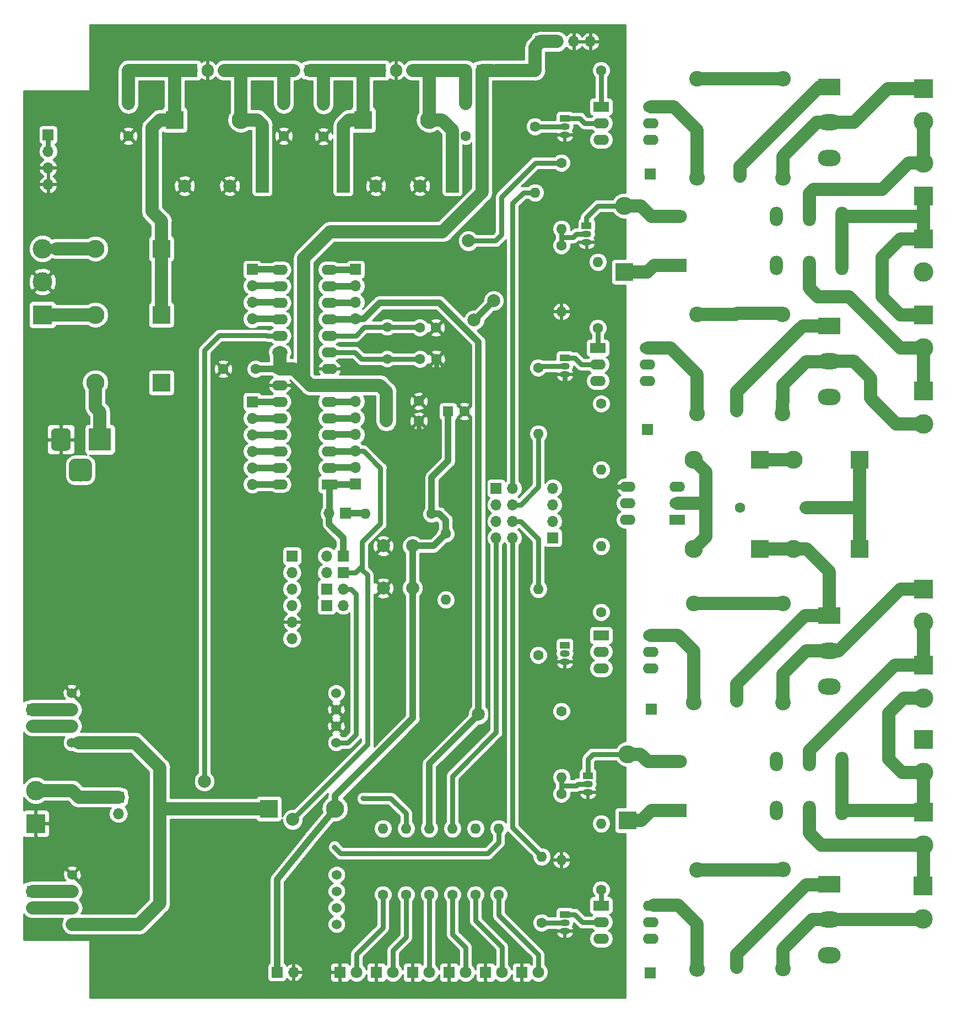
<source format=gtl>
G04 #@! TF.GenerationSoftware,KiCad,Pcbnew,(5.0.1)-3*
G04 #@! TF.CreationDate,2018-11-11T15:37:57+05:30*
G04 #@! TF.ProjectId,NDT,4E44542E6B696361645F706362000000,rev?*
G04 #@! TF.SameCoordinates,Original*
G04 #@! TF.FileFunction,Copper,L1,Top,Signal*
G04 #@! TF.FilePolarity,Positive*
%FSLAX46Y46*%
G04 Gerber Fmt 4.6, Leading zero omitted, Abs format (unit mm)*
G04 Created by KiCad (PCBNEW (5.0.1)-3) date 11/11/2018 3:37:57 PM*
%MOMM*%
%LPD*%
G01*
G04 APERTURE LIST*
G04 #@! TA.AperFunction,ComponentPad*
%ADD10R,1.700000X1.700000*%
G04 #@! TD*
G04 #@! TA.AperFunction,ComponentPad*
%ADD11O,1.700000X1.700000*%
G04 #@! TD*
G04 #@! TA.AperFunction,ComponentPad*
%ADD12C,1.600000*%
G04 #@! TD*
G04 #@! TA.AperFunction,ComponentPad*
%ADD13O,1.600000X1.600000*%
G04 #@! TD*
G04 #@! TA.AperFunction,ComponentPad*
%ADD14O,2.000000X3.000000*%
G04 #@! TD*
G04 #@! TA.AperFunction,ComponentPad*
%ADD15O,3.000000X2.000000*%
G04 #@! TD*
G04 #@! TA.AperFunction,ComponentPad*
%ADD16R,3.000000X2.000000*%
G04 #@! TD*
G04 #@! TA.AperFunction,ComponentPad*
%ADD17C,2.400000*%
G04 #@! TD*
G04 #@! TA.AperFunction,ComponentPad*
%ADD18O,2.400000X2.400000*%
G04 #@! TD*
G04 #@! TA.AperFunction,ComponentPad*
%ADD19R,3.000000X3.000000*%
G04 #@! TD*
G04 #@! TA.AperFunction,ComponentPad*
%ADD20C,3.000000*%
G04 #@! TD*
G04 #@! TA.AperFunction,ComponentPad*
%ADD21R,2.000000X2.000000*%
G04 #@! TD*
G04 #@! TA.AperFunction,ComponentPad*
%ADD22C,2.000000*%
G04 #@! TD*
G04 #@! TA.AperFunction,ComponentPad*
%ADD23O,2.800000X2.800000*%
G04 #@! TD*
G04 #@! TA.AperFunction,ComponentPad*
%ADD24R,2.800000X2.800000*%
G04 #@! TD*
G04 #@! TA.AperFunction,ComponentPad*
%ADD25R,3.500000X2.500000*%
G04 #@! TD*
G04 #@! TA.AperFunction,ComponentPad*
%ADD26O,3.500000X2.500000*%
G04 #@! TD*
G04 #@! TA.AperFunction,ComponentPad*
%ADD27C,1.800000*%
G04 #@! TD*
G04 #@! TA.AperFunction,ComponentPad*
%ADD28R,1.800000X1.800000*%
G04 #@! TD*
G04 #@! TA.AperFunction,ComponentPad*
%ADD29R,3.500000X3.500000*%
G04 #@! TD*
G04 #@! TA.AperFunction,Conductor*
%ADD30C,0.100000*%
G04 #@! TD*
G04 #@! TA.AperFunction,ComponentPad*
%ADD31C,3.500000*%
G04 #@! TD*
G04 #@! TA.AperFunction,ComponentPad*
%ADD32O,1.500000X1.050000*%
G04 #@! TD*
G04 #@! TA.AperFunction,ComponentPad*
%ADD33R,1.500000X1.050000*%
G04 #@! TD*
G04 #@! TA.AperFunction,ComponentPad*
%ADD34R,1.905000X2.000000*%
G04 #@! TD*
G04 #@! TA.AperFunction,ComponentPad*
%ADD35O,1.905000X2.000000*%
G04 #@! TD*
G04 #@! TA.AperFunction,ComponentPad*
%ADD36R,2.400000X1.600000*%
G04 #@! TD*
G04 #@! TA.AperFunction,ComponentPad*
%ADD37O,2.400000X1.600000*%
G04 #@! TD*
G04 #@! TA.AperFunction,ComponentPad*
%ADD38C,1.500000*%
G04 #@! TD*
G04 #@! TA.AperFunction,ComponentPad*
%ADD39R,1.600000X1.600000*%
G04 #@! TD*
G04 #@! TA.AperFunction,ComponentPad*
%ADD40C,1.524000*%
G04 #@! TD*
G04 #@! TA.AperFunction,ViaPad*
%ADD41C,2.000000*%
G04 #@! TD*
G04 #@! TA.AperFunction,ViaPad*
%ADD42C,0.800000*%
G04 #@! TD*
G04 #@! TA.AperFunction,Conductor*
%ADD43C,0.762000*%
G04 #@! TD*
G04 #@! TA.AperFunction,Conductor*
%ADD44C,2.032000*%
G04 #@! TD*
G04 #@! TA.AperFunction,Conductor*
%ADD45C,1.016000*%
G04 #@! TD*
G04 #@! TA.AperFunction,Conductor*
%ADD46C,0.254000*%
G04 #@! TD*
G04 APERTURE END LIST*
D10*
G04 #@! TO.P,J20,1*
G04 #@! TO.N,Reset*
X69596000Y-99568000D03*
D11*
G04 #@! TO.P,J20,2*
G04 #@! TO.N,Net-(J20-Pad2)*
X67056000Y-99568000D03*
G04 #@! TD*
D12*
G04 #@! TO.P,R4,1*
G04 #@! TO.N,Net-(Q2-Pad2)*
X103124000Y-136144000D03*
D13*
G04 #@! TO.P,R4,2*
G04 #@! TO.N,GND*
X103124000Y-146304000D03*
G04 #@! TD*
D12*
G04 #@! TO.P,R15,1*
G04 #@! TO.N,INT*
X109220000Y-76136500D03*
D13*
G04 #@! TO.P,R15,2*
G04 #@! TO.N,5V*
X109220000Y-86296500D03*
G04 #@! TD*
D12*
G04 #@! TO.P,R3,1*
G04 #@! TO.N,Net-(Q1-Pad2)*
X103124000Y-51816000D03*
D13*
G04 #@! TO.P,R3,2*
G04 #@! TO.N,GND*
X103124000Y-61976000D03*
G04 #@! TD*
D14*
G04 #@! TO.P,K2,14*
G04 #@! TO.N,AC_IN*
X146244000Y-138684000D03*
G04 #@! TO.P,K2,21*
G04 #@! TO.N,Lamp_3*
X141204000Y-131184000D03*
G04 #@! TO.P,K2,12*
G04 #@! TO.N,Net-(K2-Pad12)*
X136164000Y-138684000D03*
G04 #@! TO.P,K2,22*
G04 #@! TO.N,Net-(K2-Pad22)*
X136164000Y-131184000D03*
G04 #@! TO.P,K2,24*
G04 #@! TO.N,AC_IN*
X146244000Y-131184000D03*
G04 #@! TO.P,K2,11*
G04 #@! TO.N,Lamp_4*
X141204000Y-138684000D03*
D15*
G04 #@! TO.P,K2,A2*
G04 #@! TO.N,Net-(D7-Pad2)*
X120904000Y-131184000D03*
D16*
G04 #@! TO.P,K2,A1*
G04 #@! TO.N,12V*
X120904000Y-138684000D03*
G04 #@! TD*
D17*
G04 #@! TO.P,R23,1*
G04 #@! TO.N,Net-(D16-Pad2)*
X137160000Y-162966400D03*
D18*
G04 #@! TO.P,R23,2*
G04 #@! TO.N,Net-(C16-Pad1)*
X137160000Y-147726400D03*
G04 #@! TD*
D19*
G04 #@! TO.P,J11,1*
G04 #@! TO.N,AC_IN*
X158750000Y-50800000D03*
D20*
G04 #@! TO.P,J11,2*
G04 #@! TO.N,GNDPWR*
X158750000Y-55880000D03*
G04 #@! TD*
D12*
G04 #@! TO.P,C1,2*
G04 #@! TO.N,GND*
X36576000Y-34972000D03*
G04 #@! TO.P,C1,1*
G04 #@! TO.N,Net-(C1-Pad1)*
X36576000Y-29972000D03*
G04 #@! TD*
D21*
G04 #@! TO.P,C2,1*
G04 #@! TO.N,Net-(C1-Pad1)*
X40212000Y-42672000D03*
D22*
G04 #@! TO.P,C2,2*
G04 #@! TO.N,GND*
X45212000Y-42672000D03*
G04 #@! TD*
G04 #@! TO.P,C3,2*
G04 #@! TO.N,GND*
X52150000Y-42672000D03*
D21*
G04 #@! TO.P,C3,1*
G04 #@! TO.N,Net-(C3-Pad1)*
X57150000Y-42672000D03*
G04 #@! TD*
D12*
G04 #@! TO.P,C4,2*
G04 #@! TO.N,GND*
X60452000Y-34972000D03*
G04 #@! TO.P,C4,1*
G04 #@! TO.N,Net-(C3-Pad1)*
X60452000Y-29972000D03*
G04 #@! TD*
G04 #@! TO.P,C5,1*
G04 #@! TO.N,12V*
X66548000Y-30052000D03*
G04 #@! TO.P,C5,2*
G04 #@! TO.N,GND*
X66548000Y-35052000D03*
G04 #@! TD*
D21*
G04 #@! TO.P,C6,1*
G04 #@! TO.N,12V*
X69596000Y-42672000D03*
D22*
G04 #@! TO.P,C6,2*
G04 #@! TO.N,GND*
X74596000Y-42672000D03*
G04 #@! TD*
G04 #@! TO.P,C7,2*
G04 #@! TO.N,GND*
X81360000Y-42672000D03*
D21*
G04 #@! TO.P,C7,1*
G04 #@! TO.N,Net-(C7-Pad1)*
X86360000Y-42672000D03*
G04 #@! TD*
D12*
G04 #@! TO.P,C8,1*
G04 #@! TO.N,Net-(C7-Pad1)*
X88392000Y-29972000D03*
G04 #@! TO.P,C8,2*
G04 #@! TO.N,GND*
X88392000Y-34972000D03*
G04 #@! TD*
G04 #@! TO.P,C10,1*
G04 #@! TO.N,5V*
X56134000Y-70802500D03*
G04 #@! TO.P,C10,2*
G04 #@! TO.N,GND*
X51134000Y-70802500D03*
G04 #@! TD*
G04 #@! TO.P,C11,1*
G04 #@! TO.N,Net-(C11-Pad1)*
X130556000Y-26172160D03*
D13*
G04 #@! TO.P,C11,2*
G04 #@! TO.N,GNDPWR*
X130556000Y-41172160D03*
G04 #@! TD*
D12*
G04 #@! TO.P,C12,1*
G04 #@! TO.N,GND*
X83883500Y-69278500D03*
G04 #@! TO.P,C12,2*
G04 #@! TO.N,Net-(C12-Pad2)*
X81383500Y-69278500D03*
G04 #@! TD*
G04 #@! TO.P,C13,2*
G04 #@! TO.N,Net-(C13-Pad2)*
X81343500Y-64452500D03*
G04 #@! TO.P,C13,1*
G04 #@! TO.N,GND*
X83843500Y-64452500D03*
G04 #@! TD*
D13*
G04 #@! TO.P,C14,2*
G04 #@! TO.N,GNDPWR*
X130048000Y-77255400D03*
D12*
G04 #@! TO.P,C14,1*
G04 #@! TO.N,Net-(C14-Pad1)*
X130048000Y-62255400D03*
G04 #@! TD*
G04 #@! TO.P,C15,1*
G04 #@! TO.N,Net-(C15-Pad1)*
X130048000Y-106832400D03*
D13*
G04 #@! TO.P,C15,2*
G04 #@! TO.N,GNDPWR*
X130048000Y-121832400D03*
G04 #@! TD*
D12*
G04 #@! TO.P,C16,1*
G04 #@! TO.N,Net-(C16-Pad1)*
X130048000Y-147828000D03*
D13*
G04 #@! TO.P,C16,2*
G04 #@! TO.N,GNDPWR*
X130048000Y-162828000D03*
G04 #@! TD*
D12*
G04 #@! TO.P,C17,1*
G04 #@! TO.N,5V*
X76200000Y-75755500D03*
G04 #@! TO.P,C17,2*
G04 #@! TO.N,GND*
X81200000Y-75755500D03*
G04 #@! TD*
G04 #@! TO.P,C18,2*
G04 #@! TO.N,GND*
X81200000Y-78803500D03*
G04 #@! TO.P,C18,1*
G04 #@! TO.N,5V*
X76200000Y-78803500D03*
G04 #@! TD*
D23*
G04 #@! TO.P,D1,2*
G04 #@! TO.N,Net-(C3-Pad1)*
X53848000Y-32512000D03*
D24*
G04 #@! TO.P,D1,1*
G04 #@! TO.N,Net-(C1-Pad1)*
X43688000Y-32512000D03*
G04 #@! TD*
G04 #@! TO.P,D2,1*
G04 #@! TO.N,12V*
X72644000Y-32512000D03*
D23*
G04 #@! TO.P,D2,2*
G04 #@! TO.N,Net-(C7-Pad1)*
X82804000Y-32512000D03*
G04 #@! TD*
G04 #@! TO.P,D3,2*
G04 #@! TO.N,Net-(D3-Pad2)*
X31496000Y-52324000D03*
D24*
G04 #@! TO.P,D3,1*
G04 #@! TO.N,Net-(C1-Pad1)*
X41656000Y-52324000D03*
G04 #@! TD*
D23*
G04 #@! TO.P,D4,2*
G04 #@! TO.N,Net-(D4-Pad2)*
X31496000Y-62484000D03*
D24*
G04 #@! TO.P,D4,1*
G04 #@! TO.N,Net-(C1-Pad1)*
X41656000Y-62484000D03*
G04 #@! TD*
G04 #@! TO.P,D5,1*
G04 #@! TO.N,12V*
X41656000Y-72898000D03*
D23*
G04 #@! TO.P,D5,2*
G04 #@! TO.N,Net-(D5-Pad2)*
X31496000Y-72898000D03*
G04 #@! TD*
G04 #@! TO.P,D6,2*
G04 #@! TO.N,Net-(D6-Pad2)*
X112776000Y-45720000D03*
D24*
G04 #@! TO.P,D6,1*
G04 #@! TO.N,12V*
X112776000Y-55880000D03*
G04 #@! TD*
G04 #@! TO.P,D7,1*
G04 #@! TO.N,12V*
X113284000Y-140208000D03*
D23*
G04 #@! TO.P,D7,2*
G04 #@! TO.N,Net-(D7-Pad2)*
X113284000Y-130048000D03*
G04 #@! TD*
D24*
G04 #@! TO.P,D8,1*
G04 #@! TO.N,5V*
X58166000Y-138430000D03*
D23*
G04 #@! TO.P,D8,2*
G04 #@! TO.N,Net-(C9-Pad1)*
X68326000Y-138430000D03*
G04 #@! TD*
D25*
G04 #@! TO.P,D9,1*
G04 #@! TO.N,GNDPWR*
X144272000Y-27432000D03*
D26*
G04 #@! TO.P,D9,2*
G04 #@! TO.N,Net-(D9-Pad2)*
X144272000Y-32907000D03*
G04 #@! TO.P,D9,3*
G04 #@! TO.N,Gate_1*
X144272000Y-38382000D03*
G04 #@! TD*
D24*
G04 #@! TO.P,D10,1*
G04 #@! TO.N,Net-(D10-Pad1)*
X148976080Y-84764880D03*
D23*
G04 #@! TO.P,D10,2*
G04 #@! TO.N,AC_IN*
X138816080Y-84764880D03*
G04 #@! TD*
G04 #@! TO.P,D11,2*
G04 #@! TO.N,GNDPWR*
X138816080Y-98480880D03*
D24*
G04 #@! TO.P,D11,1*
G04 #@! TO.N,Net-(D10-Pad1)*
X148976080Y-98480880D03*
G04 #@! TD*
D26*
G04 #@! TO.P,D12,3*
G04 #@! TO.N,Gate_2*
X144272000Y-75110400D03*
G04 #@! TO.P,D12,2*
G04 #@! TO.N,Net-(D12-Pad2)*
X144272000Y-69635400D03*
D25*
G04 #@! TO.P,D12,1*
G04 #@! TO.N,GNDPWR*
X144272000Y-64160400D03*
G04 #@! TD*
D24*
G04 #@! TO.P,D13,1*
G04 #@! TO.N,AC_IN*
X133604000Y-84764880D03*
D23*
G04 #@! TO.P,D13,2*
G04 #@! TO.N,Net-(D13-Pad2)*
X123444000Y-84764880D03*
G04 #@! TD*
G04 #@! TO.P,D14,2*
G04 #@! TO.N,Net-(D13-Pad2)*
X123444000Y-98480880D03*
D24*
G04 #@! TO.P,D14,1*
G04 #@! TO.N,GNDPWR*
X133604000Y-98480880D03*
G04 #@! TD*
D26*
G04 #@! TO.P,D15,3*
G04 #@! TO.N,Gate_3*
X144272000Y-119662000D03*
G04 #@! TO.P,D15,2*
G04 #@! TO.N,Net-(D15-Pad2)*
X144272000Y-114187000D03*
D25*
G04 #@! TO.P,D15,1*
G04 #@! TO.N,GNDPWR*
X144272000Y-108712000D03*
G04 #@! TD*
G04 #@! TO.P,D16,1*
G04 #@! TO.N,GNDPWR*
X144272000Y-150012400D03*
D26*
G04 #@! TO.P,D16,2*
G04 #@! TO.N,Net-(D16-Pad2)*
X144272000Y-155487400D03*
G04 #@! TO.P,D16,3*
G04 #@! TO.N,Gate_4*
X144272000Y-160962400D03*
G04 #@! TD*
D27*
G04 #@! TO.P,D17,2*
G04 #@! TO.N,Net-(D17-Pad2)*
X99568000Y-163576000D03*
D28*
G04 #@! TO.P,D17,1*
G04 #@! TO.N,GND*
X97028000Y-163576000D03*
G04 #@! TD*
G04 #@! TO.P,D18,1*
G04 #@! TO.N,GND*
X69088000Y-163576000D03*
D27*
G04 #@! TO.P,D18,2*
G04 #@! TO.N,Net-(D18-Pad2)*
X71628000Y-163576000D03*
G04 #@! TD*
G04 #@! TO.P,D19,2*
G04 #@! TO.N,Net-(D19-Pad2)*
X93980000Y-163576000D03*
D28*
G04 #@! TO.P,D19,1*
G04 #@! TO.N,GND*
X91440000Y-163576000D03*
G04 #@! TD*
G04 #@! TO.P,D20,1*
G04 #@! TO.N,GND*
X85852000Y-163576000D03*
D27*
G04 #@! TO.P,D20,2*
G04 #@! TO.N,Net-(D20-Pad2)*
X88392000Y-163576000D03*
G04 #@! TD*
D28*
G04 #@! TO.P,D21,1*
G04 #@! TO.N,GND*
X74676000Y-163576000D03*
D27*
G04 #@! TO.P,D21,2*
G04 #@! TO.N,Net-(D21-Pad2)*
X77216000Y-163576000D03*
G04 #@! TD*
G04 #@! TO.P,D22,2*
G04 #@! TO.N,Net-(D22-Pad2)*
X82804000Y-163576000D03*
D28*
G04 #@! TO.P,D22,1*
G04 #@! TO.N,GND*
X80264000Y-163576000D03*
G04 #@! TD*
D20*
G04 #@! TO.P,J1,2*
G04 #@! TO.N,AC_IN*
X158750000Y-132842000D03*
D19*
G04 #@! TO.P,J1,1*
G04 #@! TO.N,GNDPWR*
X158750000Y-127762000D03*
G04 #@! TD*
D11*
G04 #@! TO.P,J2,2*
G04 #@! TO.N,Net-(C3-Pad1)*
X61976000Y-24892000D03*
D10*
G04 #@! TO.P,J2,1*
G04 #@! TO.N,12V*
X64516000Y-24892000D03*
G04 #@! TD*
D11*
G04 #@! TO.P,J3,2*
G04 #@! TO.N,Net-(C7-Pad1)*
X88392000Y-24892000D03*
D10*
G04 #@! TO.P,J3,1*
G04 #@! TO.N,5V*
X90932000Y-24892000D03*
G04 #@! TD*
D19*
G04 #@! TO.P,J6,1*
G04 #@! TO.N,Net-(D4-Pad2)*
X23368000Y-62484000D03*
D20*
G04 #@! TO.P,J6,2*
G04 #@! TO.N,GND*
X23368000Y-57404000D03*
G04 #@! TO.P,J6,3*
G04 #@! TO.N,Net-(D3-Pad2)*
X23368000Y-52324000D03*
G04 #@! TD*
D29*
G04 #@! TO.P,J14,1*
G04 #@! TO.N,Net-(D5-Pad2)*
X32210000Y-81660000D03*
D30*
G04 #@! TD*
G04 #@! TO.N,GND*
G04 #@! TO.C,J14*
G36*
X27033513Y-79913611D02*
X27106318Y-79924411D01*
X27177714Y-79942295D01*
X27247013Y-79967090D01*
X27313548Y-79998559D01*
X27376678Y-80036398D01*
X27435795Y-80080242D01*
X27490330Y-80129670D01*
X27539758Y-80184205D01*
X27583602Y-80243322D01*
X27621441Y-80306452D01*
X27652910Y-80372987D01*
X27677705Y-80442286D01*
X27695589Y-80513682D01*
X27706389Y-80586487D01*
X27710000Y-80660000D01*
X27710000Y-82660000D01*
X27706389Y-82733513D01*
X27695589Y-82806318D01*
X27677705Y-82877714D01*
X27652910Y-82947013D01*
X27621441Y-83013548D01*
X27583602Y-83076678D01*
X27539758Y-83135795D01*
X27490330Y-83190330D01*
X27435795Y-83239758D01*
X27376678Y-83283602D01*
X27313548Y-83321441D01*
X27247013Y-83352910D01*
X27177714Y-83377705D01*
X27106318Y-83395589D01*
X27033513Y-83406389D01*
X26960000Y-83410000D01*
X25460000Y-83410000D01*
X25386487Y-83406389D01*
X25313682Y-83395589D01*
X25242286Y-83377705D01*
X25172987Y-83352910D01*
X25106452Y-83321441D01*
X25043322Y-83283602D01*
X24984205Y-83239758D01*
X24929670Y-83190330D01*
X24880242Y-83135795D01*
X24836398Y-83076678D01*
X24798559Y-83013548D01*
X24767090Y-82947013D01*
X24742295Y-82877714D01*
X24724411Y-82806318D01*
X24713611Y-82733513D01*
X24710000Y-82660000D01*
X24710000Y-80660000D01*
X24713611Y-80586487D01*
X24724411Y-80513682D01*
X24742295Y-80442286D01*
X24767090Y-80372987D01*
X24798559Y-80306452D01*
X24836398Y-80243322D01*
X24880242Y-80184205D01*
X24929670Y-80129670D01*
X24984205Y-80080242D01*
X25043322Y-80036398D01*
X25106452Y-79998559D01*
X25172987Y-79967090D01*
X25242286Y-79942295D01*
X25313682Y-79924411D01*
X25386487Y-79913611D01*
X25460000Y-79910000D01*
X26960000Y-79910000D01*
X27033513Y-79913611D01*
X27033513Y-79913611D01*
G37*
D20*
G04 #@! TO.P,J14,2*
G04 #@! TO.N,GND*
X26210000Y-81660000D03*
D30*
G04 #@! TD*
G04 #@! TO.N,N/C*
G04 #@! TO.C,J14*
G36*
X30170765Y-84614213D02*
X30255704Y-84626813D01*
X30338999Y-84647677D01*
X30419848Y-84676605D01*
X30497472Y-84713319D01*
X30571124Y-84757464D01*
X30640094Y-84808616D01*
X30703718Y-84866282D01*
X30761384Y-84929906D01*
X30812536Y-84998876D01*
X30856681Y-85072528D01*
X30893395Y-85150152D01*
X30922323Y-85231001D01*
X30943187Y-85314296D01*
X30955787Y-85399235D01*
X30960000Y-85485000D01*
X30960000Y-87235000D01*
X30955787Y-87320765D01*
X30943187Y-87405704D01*
X30922323Y-87488999D01*
X30893395Y-87569848D01*
X30856681Y-87647472D01*
X30812536Y-87721124D01*
X30761384Y-87790094D01*
X30703718Y-87853718D01*
X30640094Y-87911384D01*
X30571124Y-87962536D01*
X30497472Y-88006681D01*
X30419848Y-88043395D01*
X30338999Y-88072323D01*
X30255704Y-88093187D01*
X30170765Y-88105787D01*
X30085000Y-88110000D01*
X28335000Y-88110000D01*
X28249235Y-88105787D01*
X28164296Y-88093187D01*
X28081001Y-88072323D01*
X28000152Y-88043395D01*
X27922528Y-88006681D01*
X27848876Y-87962536D01*
X27779906Y-87911384D01*
X27716282Y-87853718D01*
X27658616Y-87790094D01*
X27607464Y-87721124D01*
X27563319Y-87647472D01*
X27526605Y-87569848D01*
X27497677Y-87488999D01*
X27476813Y-87405704D01*
X27464213Y-87320765D01*
X27460000Y-87235000D01*
X27460000Y-85485000D01*
X27464213Y-85399235D01*
X27476813Y-85314296D01*
X27497677Y-85231001D01*
X27526605Y-85150152D01*
X27563319Y-85072528D01*
X27607464Y-84998876D01*
X27658616Y-84929906D01*
X27716282Y-84866282D01*
X27779906Y-84808616D01*
X27848876Y-84757464D01*
X27922528Y-84713319D01*
X28000152Y-84676605D01*
X28081001Y-84647677D01*
X28164296Y-84626813D01*
X28249235Y-84614213D01*
X28335000Y-84610000D01*
X30085000Y-84610000D01*
X30170765Y-84614213D01*
X30170765Y-84614213D01*
G37*
D31*
G04 #@! TO.P,J14,3*
G04 #@! TO.N,N/C*
X29210000Y-86360000D03*
G04 #@! TD*
D10*
G04 #@! TO.P,J15,1*
G04 #@! TO.N,Net-(J15-Pad1)*
X69977000Y-93027500D03*
D11*
G04 #@! TO.P,J15,2*
G04 #@! TO.N,Reset*
X67437000Y-93027500D03*
G04 #@! TD*
D20*
G04 #@! TO.P,J16,2*
G04 #@! TO.N,Lamp_1*
X158750000Y-32766000D03*
D19*
G04 #@! TO.P,J16,1*
G04 #@! TO.N,Net-(D9-Pad2)*
X158750000Y-27686000D03*
G04 #@! TD*
G04 #@! TO.P,J17,1*
G04 #@! TO.N,Lamp_2*
X158750000Y-74168000D03*
D20*
G04 #@! TO.P,J17,2*
G04 #@! TO.N,Net-(D12-Pad2)*
X158750000Y-79248000D03*
G04 #@! TD*
G04 #@! TO.P,J18,2*
G04 #@! TO.N,Lamp_3*
X158750000Y-109728000D03*
D19*
G04 #@! TO.P,J18,1*
G04 #@! TO.N,Net-(D15-Pad2)*
X158750000Y-104648000D03*
G04 #@! TD*
D10*
G04 #@! TO.P,J19,1*
G04 #@! TO.N,Drive*
X93091000Y-89154000D03*
D11*
G04 #@! TO.P,J19,2*
G04 #@! TO.N,Net-(J19-Pad2)*
X95631000Y-89154000D03*
G04 #@! TO.P,J19,3*
G04 #@! TO.N,Drive*
X93091000Y-91694000D03*
G04 #@! TO.P,J19,4*
G04 #@! TO.N,Net-(J19-Pad4)*
X95631000Y-91694000D03*
G04 #@! TO.P,J19,5*
G04 #@! TO.N,Drive*
X93091000Y-94234000D03*
G04 #@! TO.P,J19,6*
G04 #@! TO.N,Net-(J19-Pad6)*
X95631000Y-94234000D03*
G04 #@! TO.P,J19,7*
G04 #@! TO.N,Drive*
X93091000Y-96774000D03*
G04 #@! TO.P,J19,8*
G04 #@! TO.N,Net-(J19-Pad8)*
X95631000Y-96774000D03*
G04 #@! TD*
D10*
G04 #@! TO.P,J21,1*
G04 #@! TO.N,TX*
X69596000Y-102108000D03*
D11*
G04 #@! TO.P,J21,2*
G04 #@! TO.N,Net-(J21-Pad2)*
X67056000Y-102108000D03*
G04 #@! TD*
G04 #@! TO.P,J22,6*
G04 #@! TO.N,3V3*
X61722000Y-112268000D03*
G04 #@! TO.P,J22,5*
G04 #@! TO.N,GND*
X61722000Y-109728000D03*
G04 #@! TO.P,J22,4*
G04 #@! TO.N,Net-(J22-Pad4)*
X61722000Y-107188000D03*
G04 #@! TO.P,J22,3*
G04 #@! TO.N,Net-(J22-Pad3)*
X61722000Y-104648000D03*
G04 #@! TO.P,J22,2*
G04 #@! TO.N,Net-(J21-Pad2)*
X61722000Y-102108000D03*
D10*
G04 #@! TO.P,J22,1*
G04 #@! TO.N,Net-(J20-Pad2)*
X61722000Y-99568000D03*
G04 #@! TD*
D19*
G04 #@! TO.P,J23,1*
G04 #@! TO.N,Lamp_4*
X158673800Y-150266400D03*
D20*
G04 #@! TO.P,J23,2*
G04 #@! TO.N,Net-(D16-Pad2)*
X158673800Y-155346400D03*
G04 #@! TD*
D10*
G04 #@! TO.P,J24,1*
G04 #@! TO.N,Net-(J22-Pad3)*
X67056000Y-104648000D03*
D11*
G04 #@! TO.P,J24,2*
G04 #@! TO.N,RX*
X69596000Y-104648000D03*
G04 #@! TD*
G04 #@! TO.P,J25,2*
G04 #@! TO.N,5V*
X69596000Y-107188000D03*
D10*
G04 #@! TO.P,J25,1*
G04 #@! TO.N,Net-(J22-Pad4)*
X67056000Y-107188000D03*
G04 #@! TD*
D19*
G04 #@! TO.P,J26,1*
G04 #@! TO.N,GND*
X22352000Y-140716000D03*
D20*
G04 #@! TO.P,J26,2*
G04 #@! TO.N,Net-(J26-Pad2)*
X22352000Y-135636000D03*
G04 #@! TD*
D11*
G04 #@! TO.P,J27,2*
G04 #@! TO.N,12V*
X35052000Y-139192000D03*
D10*
G04 #@! TO.P,J27,1*
G04 #@! TO.N,Net-(J26-Pad2)*
X35052000Y-136652000D03*
G04 #@! TD*
G04 #@! TO.P,J30,1*
G04 #@! TO.N,Net-(J30-Pad1)*
X21844000Y-151130000D03*
D11*
G04 #@! TO.P,J30,2*
G04 #@! TO.N,Net-(J30-Pad2)*
X21844000Y-153670000D03*
G04 #@! TD*
D10*
G04 #@! TO.P,J31,1*
G04 #@! TO.N,PC0*
X55626000Y-75844722D03*
D11*
G04 #@! TO.P,J31,2*
G04 #@! TO.N,PC1*
X55626000Y-78384722D03*
G04 #@! TO.P,J31,3*
G04 #@! TO.N,PC2*
X55626000Y-80924722D03*
G04 #@! TO.P,J31,4*
G04 #@! TO.N,PC3*
X55626000Y-83464722D03*
G04 #@! TO.P,J31,5*
G04 #@! TO.N,PC4*
X55626000Y-86004722D03*
G04 #@! TO.P,J31,6*
G04 #@! TO.N,PC5*
X55626000Y-88544722D03*
G04 #@! TD*
G04 #@! TO.P,J35,2*
G04 #@! TO.N,Net-(J35-Pad2)*
X21844000Y-125730000D03*
D10*
G04 #@! TO.P,J35,1*
G04 #@! TO.N,Net-(J35-Pad1)*
X21844000Y-123190000D03*
G04 #@! TD*
D16*
G04 #@! TO.P,K1,A1*
G04 #@! TO.N,12V*
X120904000Y-54864000D03*
D15*
G04 #@! TO.P,K1,A2*
G04 #@! TO.N,Net-(D6-Pad2)*
X120904000Y-47364000D03*
D14*
G04 #@! TO.P,K1,11*
G04 #@! TO.N,Lamp_2*
X141204000Y-54864000D03*
G04 #@! TO.P,K1,24*
G04 #@! TO.N,AC_IN*
X146244000Y-47364000D03*
G04 #@! TO.P,K1,22*
G04 #@! TO.N,Net-(K1-Pad22)*
X136164000Y-47364000D03*
G04 #@! TO.P,K1,12*
G04 #@! TO.N,Net-(K1-Pad12)*
X136164000Y-54864000D03*
G04 #@! TO.P,K1,21*
G04 #@! TO.N,Lamp_1*
X141204000Y-47364000D03*
G04 #@! TO.P,K1,14*
G04 #@! TO.N,AC_IN*
X146244000Y-54864000D03*
G04 #@! TD*
D32*
G04 #@! TO.P,Q1,2*
G04 #@! TO.N,Net-(Q1-Pad2)*
X106979720Y-50038000D03*
G04 #@! TO.P,Q1,3*
G04 #@! TO.N,GND*
X106979720Y-51308000D03*
D33*
G04 #@! TO.P,Q1,1*
G04 #@! TO.N,Net-(D6-Pad2)*
X106979720Y-48768000D03*
G04 #@! TD*
D32*
G04 #@! TO.P,Q2,2*
G04 #@! TO.N,Net-(Q2-Pad2)*
X107188000Y-134620000D03*
G04 #@! TO.P,Q2,3*
G04 #@! TO.N,GND*
X107188000Y-135890000D03*
D33*
G04 #@! TO.P,Q2,1*
G04 #@! TO.N,Net-(D7-Pad2)*
X107188000Y-133350000D03*
G04 #@! TD*
D32*
G04 #@! TO.P,Q3,2*
G04 #@! TO.N,Net-(Q3-Pad2)*
X103632000Y-33528000D03*
G04 #@! TO.P,Q3,3*
G04 #@! TO.N,GND*
X103632000Y-34798000D03*
D33*
G04 #@! TO.P,Q3,1*
G04 #@! TO.N,Net-(Q3-Pad1)*
X103632000Y-32258000D03*
G04 #@! TD*
G04 #@! TO.P,Q4,1*
G04 #@! TO.N,Net-(Q4-Pad1)*
X103632000Y-69088000D03*
D32*
G04 #@! TO.P,Q4,3*
G04 #@! TO.N,GND*
X103632000Y-71628000D03*
G04 #@! TO.P,Q4,2*
G04 #@! TO.N,Net-(Q4-Pad2)*
X103632000Y-70358000D03*
G04 #@! TD*
D33*
G04 #@! TO.P,Q5,1*
G04 #@! TO.N,Net-(Q5-Pad1)*
X103632000Y-113284000D03*
D32*
G04 #@! TO.P,Q5,3*
G04 #@! TO.N,GND*
X103632000Y-115824000D03*
G04 #@! TO.P,Q5,2*
G04 #@! TO.N,Net-(Q5-Pad2)*
X103632000Y-114554000D03*
G04 #@! TD*
D33*
G04 #@! TO.P,Q6,1*
G04 #@! TO.N,Net-(Q6-Pad1)*
X103632000Y-154686000D03*
D32*
G04 #@! TO.P,Q6,3*
G04 #@! TO.N,GND*
X103632000Y-157226000D03*
G04 #@! TO.P,Q6,2*
G04 #@! TO.N,Net-(Q6-Pad2)*
X103632000Y-155956000D03*
G04 #@! TD*
D12*
G04 #@! TO.P,R1,1*
G04 #@! TO.N,Relay_Drive*
X103124000Y-39116000D03*
D13*
G04 #@! TO.P,R1,2*
G04 #@! TO.N,Net-(Q1-Pad2)*
X103124000Y-49276000D03*
G04 #@! TD*
G04 #@! TO.P,R2,2*
G04 #@! TO.N,Net-(Q2-Pad2)*
X103124000Y-133604000D03*
D12*
G04 #@! TO.P,R2,1*
G04 #@! TO.N,Relay_Drive*
X103124000Y-123444000D03*
G04 #@! TD*
D13*
G04 #@! TO.P,R5,2*
G04 #@! TO.N,5V*
X85344000Y-106299000D03*
D12*
G04 #@! TO.P,R5,1*
G04 #@! TO.N,Net-(C9-Pad1)*
X85344000Y-96139000D03*
G04 #@! TD*
D13*
G04 #@! TO.P,R6,2*
G04 #@! TO.N,Net-(J15-Pad1)*
X73025000Y-93091000D03*
D12*
G04 #@! TO.P,R6,1*
G04 #@! TO.N,Net-(C9-Pad1)*
X83185000Y-93091000D03*
G04 #@! TD*
D13*
G04 #@! TO.P,R7,2*
G04 #@! TO.N,5V*
X99060000Y-24892000D03*
D12*
G04 #@! TO.P,R7,1*
G04 #@! TO.N,Net-(R7-Pad1)*
X109220000Y-24892000D03*
G04 #@! TD*
D13*
G04 #@! TO.P,R10,2*
G04 #@! TO.N,Net-(J19-Pad2)*
X99060000Y-43688000D03*
D12*
G04 #@! TO.P,R10,1*
G04 #@! TO.N,Net-(Q3-Pad2)*
X99060000Y-33528000D03*
G04 #@! TD*
D13*
G04 #@! TO.P,R11,2*
G04 #@! TO.N,Net-(D10-Pad1)*
X140716000Y-92130880D03*
D12*
G04 #@! TO.P,R11,1*
G04 #@! TO.N,Net-(R11-Pad1)*
X130556000Y-92130880D03*
G04 #@! TD*
G04 #@! TO.P,R12,1*
G04 #@! TO.N,Net-(R12-Pad1)*
X108712000Y-64516000D03*
D13*
G04 #@! TO.P,R12,2*
G04 #@! TO.N,5V*
X108712000Y-54356000D03*
G04 #@! TD*
D12*
G04 #@! TO.P,R16,1*
G04 #@! TO.N,Net-(Q4-Pad2)*
X99568000Y-70612000D03*
D13*
G04 #@! TO.P,R16,2*
G04 #@! TO.N,Net-(J19-Pad4)*
X99568000Y-80772000D03*
G04 #@! TD*
G04 #@! TO.P,R17,2*
G04 #@! TO.N,5V*
X109220000Y-98044000D03*
D12*
G04 #@! TO.P,R17,1*
G04 #@! TO.N,Net-(R17-Pad1)*
X109220000Y-108204000D03*
G04 #@! TD*
D13*
G04 #@! TO.P,R20,2*
G04 #@! TO.N,Net-(J19-Pad6)*
X99568000Y-104648000D03*
D12*
G04 #@! TO.P,R20,1*
G04 #@! TO.N,Net-(Q5-Pad2)*
X99568000Y-114808000D03*
G04 #@! TD*
D13*
G04 #@! TO.P,R21,2*
G04 #@! TO.N,5V*
X109220000Y-140716000D03*
D12*
G04 #@! TO.P,R21,1*
G04 #@! TO.N,Net-(R21-Pad1)*
X109220000Y-150876000D03*
G04 #@! TD*
G04 #@! TO.P,R24,1*
G04 #@! TO.N,Net-(Q6-Pad2)*
X100076000Y-155956000D03*
D13*
G04 #@! TO.P,R24,2*
G04 #@! TO.N,Net-(J19-Pad8)*
X100076000Y-145796000D03*
G04 #@! TD*
G04 #@! TO.P,R25,2*
G04 #@! TO.N,12V*
X93472000Y-141478000D03*
D12*
G04 #@! TO.P,R25,1*
G04 #@! TO.N,Net-(D17-Pad2)*
X93472000Y-151638000D03*
G04 #@! TD*
G04 #@! TO.P,R26,1*
G04 #@! TO.N,Net-(D18-Pad2)*
X75692000Y-151638000D03*
D13*
G04 #@! TO.P,R26,2*
G04 #@! TO.N,5V*
X75692000Y-141478000D03*
G04 #@! TD*
G04 #@! TO.P,R27,2*
G04 #@! TO.N,LED*
X89916000Y-141478000D03*
D12*
G04 #@! TO.P,R27,1*
G04 #@! TO.N,Net-(D19-Pad2)*
X89916000Y-151638000D03*
G04 #@! TD*
G04 #@! TO.P,R28,1*
G04 #@! TO.N,Net-(D20-Pad2)*
X86360000Y-151638000D03*
D13*
G04 #@! TO.P,R28,2*
G04 #@! TO.N,Drive*
X86360000Y-141478000D03*
G04 #@! TD*
D12*
G04 #@! TO.P,R29,1*
G04 #@! TO.N,Net-(D21-Pad2)*
X79248000Y-151638000D03*
D13*
G04 #@! TO.P,R29,2*
G04 #@! TO.N,3V3*
X79248000Y-141478000D03*
G04 #@! TD*
D12*
G04 #@! TO.P,R30,1*
G04 #@! TO.N,Net-(D22-Pad2)*
X82804000Y-151638000D03*
D13*
G04 #@! TO.P,R30,2*
G04 #@! TO.N,Relay_Drive*
X82804000Y-141478000D03*
G04 #@! TD*
D22*
G04 #@! TO.P,SW1,2*
G04 #@! TO.N,Net-(C9-Pad1)*
X80255500Y-104521000D03*
G04 #@! TO.P,SW1,1*
G04 #@! TO.N,GND*
X75755500Y-104521000D03*
G04 #@! TO.P,SW1,2*
G04 #@! TO.N,Net-(C9-Pad1)*
X80255500Y-98021000D03*
G04 #@! TO.P,SW1,1*
G04 #@! TO.N,GND*
X75755500Y-98021000D03*
G04 #@! TD*
D34*
G04 #@! TO.P,U1,1*
G04 #@! TO.N,Net-(C1-Pad1)*
X46228000Y-24892000D03*
D35*
G04 #@! TO.P,U1,2*
G04 #@! TO.N,GND*
X48768000Y-24892000D03*
G04 #@! TO.P,U1,3*
G04 #@! TO.N,Net-(C3-Pad1)*
X51308000Y-24892000D03*
G04 #@! TD*
G04 #@! TO.P,U2,3*
G04 #@! TO.N,Net-(C7-Pad1)*
X80264000Y-24892000D03*
G04 #@! TO.P,U2,2*
G04 #@! TO.N,GND*
X77724000Y-24892000D03*
D34*
G04 #@! TO.P,U2,1*
G04 #@! TO.N,12V*
X75184000Y-24892000D03*
G04 #@! TD*
D36*
G04 #@! TO.P,U3,1*
G04 #@! TO.N,Net-(R7-Pad1)*
X109220000Y-30480000D03*
D37*
G04 #@! TO.P,U3,4*
G04 #@! TO.N,Gate_1*
X116840000Y-35560000D03*
G04 #@! TO.P,U3,2*
G04 #@! TO.N,Net-(Q3-Pad1)*
X109220000Y-33020000D03*
G04 #@! TO.P,U3,5*
G04 #@! TO.N,Net-(U3-Pad5)*
X116840000Y-33020000D03*
G04 #@! TO.P,U3,3*
G04 #@! TO.N,Net-(U3-Pad3)*
X109220000Y-35560000D03*
G04 #@! TO.P,U3,6*
G04 #@! TO.N,Net-(R8-Pad2)*
X116840000Y-30480000D03*
G04 #@! TD*
D36*
G04 #@! TO.P,U4,1*
G04 #@! TO.N,Reset*
X67451887Y-88544722D03*
D37*
G04 #@! TO.P,U4,15*
G04 #@! TO.N,PB1*
X59831887Y-55524722D03*
G04 #@! TO.P,U4,2*
G04 #@! TO.N,RX*
X67451887Y-86004722D03*
G04 #@! TO.P,U4,16*
G04 #@! TO.N,PB2*
X59831887Y-58064722D03*
G04 #@! TO.P,U4,3*
G04 #@! TO.N,TX*
X67451887Y-83464722D03*
G04 #@! TO.P,U4,17*
G04 #@! TO.N,PB3*
X59831887Y-60604722D03*
G04 #@! TO.P,U4,4*
G04 #@! TO.N,INT*
X67451887Y-80924722D03*
G04 #@! TO.P,U4,18*
G04 #@! TO.N,PB4*
X59831887Y-63144722D03*
G04 #@! TO.P,U4,5*
G04 #@! TO.N,PD3*
X67451887Y-78384722D03*
G04 #@! TO.P,U4,19*
G04 #@! TO.N,LED*
X59831887Y-65684722D03*
G04 #@! TO.P,U4,6*
G04 #@! TO.N,PD4*
X67451887Y-75844722D03*
G04 #@! TO.P,U4,20*
G04 #@! TO.N,5V*
X59831887Y-68224722D03*
G04 #@! TO.P,U4,7*
X67451887Y-73304722D03*
G04 #@! TO.P,U4,21*
X59831887Y-70764722D03*
G04 #@! TO.P,U4,8*
G04 #@! TO.N,GND*
X67451887Y-70764722D03*
G04 #@! TO.P,U4,22*
X59831887Y-73304722D03*
G04 #@! TO.P,U4,9*
G04 #@! TO.N,Net-(C12-Pad2)*
X67451887Y-68224722D03*
G04 #@! TO.P,U4,23*
G04 #@! TO.N,PC0*
X59831887Y-75844722D03*
G04 #@! TO.P,U4,10*
G04 #@! TO.N,Net-(C13-Pad2)*
X67451887Y-65684722D03*
G04 #@! TO.P,U4,24*
G04 #@! TO.N,PC1*
X59831887Y-78384722D03*
G04 #@! TO.P,U4,11*
G04 #@! TO.N,Relay_Drive*
X67451887Y-63144722D03*
G04 #@! TO.P,U4,25*
G04 #@! TO.N,PC2*
X59831887Y-80924722D03*
G04 #@! TO.P,U4,12*
G04 #@! TO.N,Drive*
X67451887Y-60604722D03*
G04 #@! TO.P,U4,26*
G04 #@! TO.N,PC3*
X59831887Y-83464722D03*
G04 #@! TO.P,U4,13*
G04 #@! TO.N,PD7*
X67451887Y-58064722D03*
G04 #@! TO.P,U4,27*
G04 #@! TO.N,PC4*
X59831887Y-86004722D03*
G04 #@! TO.P,U4,14*
G04 #@! TO.N,PB0*
X67451887Y-55524722D03*
G04 #@! TO.P,U4,28*
G04 #@! TO.N,PC5*
X59831887Y-88544722D03*
G04 #@! TD*
D36*
G04 #@! TO.P,U5,1*
G04 #@! TO.N,Net-(R12-Pad1)*
X108712000Y-67564000D03*
D37*
G04 #@! TO.P,U5,4*
G04 #@! TO.N,Gate_2*
X116332000Y-72644000D03*
G04 #@! TO.P,U5,2*
G04 #@! TO.N,Net-(Q4-Pad1)*
X108712000Y-70104000D03*
G04 #@! TO.P,U5,5*
G04 #@! TO.N,Net-(U5-Pad5)*
X116332000Y-70104000D03*
G04 #@! TO.P,U5,3*
G04 #@! TO.N,Net-(U5-Pad3)*
X108712000Y-72644000D03*
G04 #@! TO.P,U5,6*
G04 #@! TO.N,Net-(R13-Pad2)*
X116332000Y-67564000D03*
G04 #@! TD*
G04 #@! TO.P,U6,6*
G04 #@! TO.N,Net-(U6-Pad6)*
X113284000Y-93980000D03*
G04 #@! TO.P,U6,3*
G04 #@! TO.N,Net-(U6-Pad3)*
X120904000Y-88900000D03*
G04 #@! TO.P,U6,5*
G04 #@! TO.N,INT*
X113284000Y-91440000D03*
G04 #@! TO.P,U6,2*
G04 #@! TO.N,Net-(D13-Pad2)*
X120904000Y-91440000D03*
G04 #@! TO.P,U6,4*
G04 #@! TO.N,GND*
X113284000Y-88900000D03*
D36*
G04 #@! TO.P,U6,1*
G04 #@! TO.N,Net-(R11-Pad1)*
X120904000Y-93980000D03*
G04 #@! TD*
D37*
G04 #@! TO.P,U7,6*
G04 #@! TO.N,Net-(R18-Pad2)*
X116840000Y-111760000D03*
G04 #@! TO.P,U7,3*
G04 #@! TO.N,Net-(U7-Pad3)*
X109220000Y-116840000D03*
G04 #@! TO.P,U7,5*
G04 #@! TO.N,Net-(U7-Pad5)*
X116840000Y-114300000D03*
G04 #@! TO.P,U7,2*
G04 #@! TO.N,Net-(Q5-Pad1)*
X109220000Y-114300000D03*
G04 #@! TO.P,U7,4*
G04 #@! TO.N,Gate_3*
X116840000Y-116840000D03*
D36*
G04 #@! TO.P,U7,1*
G04 #@! TO.N,Net-(R17-Pad1)*
X109220000Y-111760000D03*
G04 #@! TD*
G04 #@! TO.P,U8,1*
G04 #@! TO.N,Net-(R21-Pad1)*
X109220000Y-153319480D03*
D37*
G04 #@! TO.P,U8,4*
G04 #@! TO.N,Gate_4*
X116840000Y-158399480D03*
G04 #@! TO.P,U8,2*
G04 #@! TO.N,Net-(Q6-Pad1)*
X109220000Y-155859480D03*
G04 #@! TO.P,U8,5*
G04 #@! TO.N,Net-(U8-Pad5)*
X116840000Y-155859480D03*
G04 #@! TO.P,U8,3*
G04 #@! TO.N,Net-(U8-Pad3)*
X109220000Y-158399480D03*
G04 #@! TO.P,U8,6*
G04 #@! TO.N,Net-(R22-Pad2)*
X116840000Y-153319480D03*
G04 #@! TD*
D38*
G04 #@! TO.P,Y1,1*
G04 #@! TO.N,Net-(C12-Pad2)*
X76341887Y-69240722D03*
G04 #@! TO.P,Y1,2*
G04 #@! TO.N,Net-(C13-Pad2)*
X76341887Y-64360722D03*
G04 #@! TD*
D39*
G04 #@! TO.P,C9,1*
G04 #@! TO.N,Net-(C9-Pad1)*
X85699600Y-77343000D03*
D12*
G04 #@! TO.P,C9,2*
G04 #@! TO.N,GND*
X88199600Y-77343000D03*
G04 #@! TD*
D40*
G04 #@! TO.P,U9,8*
G04 #@! TO.N,5V*
X27940000Y-156210000D03*
G04 #@! TO.P,U9,7*
G04 #@! TO.N,Net-(J30-Pad2)*
X27940000Y-153670000D03*
G04 #@! TO.P,U9,6*
G04 #@! TO.N,Net-(J30-Pad1)*
X27940000Y-151130000D03*
G04 #@! TO.P,U9,5*
G04 #@! TO.N,GND*
X27940000Y-148590000D03*
G04 #@! TO.P,U9,4*
G04 #@! TO.N,Net-(U9-Pad4)*
X68580000Y-156210000D03*
G04 #@! TO.P,U9,3*
G04 #@! TO.N,5V*
X68580000Y-153670000D03*
G04 #@! TO.P,U9,2*
X68580000Y-151130000D03*
G04 #@! TO.P,U9,1*
G04 #@! TO.N,TX*
X68580000Y-148590000D03*
G04 #@! TD*
G04 #@! TO.P,U10,1*
G04 #@! TO.N,Net-(U10-Pad1)*
X68504999Y-120650000D03*
G04 #@! TO.P,U10,2*
G04 #@! TO.N,GND*
X68504999Y-123190000D03*
G04 #@! TO.P,U10,3*
X68504999Y-125730000D03*
G04 #@! TO.P,U10,4*
G04 #@! TO.N,RX*
X68504999Y-128270000D03*
G04 #@! TO.P,U10,5*
G04 #@! TO.N,GND*
X27864999Y-120650000D03*
G04 #@! TO.P,U10,6*
G04 #@! TO.N,Net-(J35-Pad1)*
X27864999Y-123190000D03*
G04 #@! TO.P,U10,7*
G04 #@! TO.N,Net-(J35-Pad2)*
X27864999Y-125730000D03*
G04 #@! TO.P,U10,8*
G04 #@! TO.N,5V*
X27864999Y-128270000D03*
G04 #@! TD*
D17*
G04 #@! TO.P,R8,1*
G04 #@! TO.N,Net-(C11-Pad1)*
X123952000Y-26146760D03*
D18*
G04 #@! TO.P,R8,2*
G04 #@! TO.N,Net-(R8-Pad2)*
X123952000Y-41386760D03*
G04 #@! TD*
G04 #@! TO.P,R9,2*
G04 #@! TO.N,Net-(C11-Pad1)*
X137129520Y-26146760D03*
D17*
G04 #@! TO.P,R9,1*
G04 #@! TO.N,Net-(D9-Pad2)*
X137129520Y-41386760D03*
G04 #@! TD*
G04 #@! TO.P,R13,1*
G04 #@! TO.N,Net-(C14-Pad1)*
X123952000Y-62382400D03*
D18*
G04 #@! TO.P,R13,2*
G04 #@! TO.N,Net-(R13-Pad2)*
X123952000Y-77622400D03*
G04 #@! TD*
G04 #@! TO.P,R14,2*
G04 #@! TO.N,Net-(C14-Pad1)*
X137083800Y-62382400D03*
D17*
G04 #@! TO.P,R14,1*
G04 #@! TO.N,Net-(D12-Pad2)*
X137083800Y-77622400D03*
G04 #@! TD*
D18*
G04 #@! TO.P,R18,2*
G04 #@! TO.N,Net-(R18-Pad2)*
X123444000Y-122072400D03*
D17*
G04 #@! TO.P,R18,1*
G04 #@! TO.N,Net-(C15-Pad1)*
X123444000Y-106832400D03*
G04 #@! TD*
G04 #@! TO.P,R19,1*
G04 #@! TO.N,Net-(D15-Pad2)*
X137160000Y-122072400D03*
D18*
G04 #@! TO.P,R19,2*
G04 #@! TO.N,Net-(C15-Pad1)*
X137160000Y-106832400D03*
G04 #@! TD*
G04 #@! TO.P,R22,2*
G04 #@! TO.N,Net-(R22-Pad2)*
X123952000Y-163068000D03*
D17*
G04 #@! TO.P,R22,1*
G04 #@! TO.N,Net-(C16-Pad1)*
X123952000Y-147828000D03*
G04 #@! TD*
D10*
G04 #@! TO.P,J36,1*
G04 #@! TO.N,Net-(C9-Pad1)*
X59436000Y-163576000D03*
D11*
G04 #@! TO.P,J36,2*
G04 #@! TO.N,GND*
X61976000Y-163576000D03*
G04 #@! TD*
D19*
G04 #@! TO.P,J37,1*
G04 #@! TO.N,AC_IN*
X158750000Y-44196000D03*
D20*
G04 #@! TO.P,J37,2*
G04 #@! TO.N,Lamp_1*
X158750000Y-39116000D03*
G04 #@! TD*
G04 #@! TO.P,J38,2*
G04 #@! TO.N,Lamp_2*
X158750000Y-67564000D03*
D19*
G04 #@! TO.P,J38,1*
G04 #@! TO.N,AC_IN*
X158750000Y-62484000D03*
G04 #@! TD*
G04 #@! TO.P,J39,1*
G04 #@! TO.N,Lamp_3*
X158750000Y-116332000D03*
D20*
G04 #@! TO.P,J39,2*
G04 #@! TO.N,AC_IN*
X158750000Y-121412000D03*
G04 #@! TD*
G04 #@! TO.P,J40,2*
G04 #@! TO.N,Lamp_4*
X158750000Y-144018000D03*
D19*
G04 #@! TO.P,J40,1*
G04 #@! TO.N,AC_IN*
X158750000Y-138938000D03*
G04 #@! TD*
D10*
G04 #@! TO.P,J33,1*
G04 #@! TO.N,PB1*
X55626000Y-55499000D03*
D11*
G04 #@! TO.P,J33,2*
G04 #@! TO.N,PB2*
X55626000Y-58039000D03*
G04 #@! TO.P,J33,3*
G04 #@! TO.N,PB3*
X55626000Y-60579000D03*
G04 #@! TO.P,J33,4*
G04 #@! TO.N,PB4*
X55626000Y-63119000D03*
G04 #@! TD*
D10*
G04 #@! TO.P,J4,1*
G04 #@! TO.N,PB0*
X71501000Y-55499000D03*
D11*
G04 #@! TO.P,J4,2*
G04 #@! TO.N,PD7*
X71501000Y-58039000D03*
G04 #@! TO.P,J4,3*
G04 #@! TO.N,Drive*
X71501000Y-60579000D03*
G04 #@! TO.P,J4,4*
G04 #@! TO.N,Relay_Drive*
X71501000Y-63119000D03*
G04 #@! TD*
D10*
G04 #@! TO.P,J5,1*
G04 #@! TO.N,Reset*
X71501000Y-88519000D03*
D11*
G04 #@! TO.P,J5,2*
G04 #@! TO.N,RX*
X71501000Y-85979000D03*
G04 #@! TO.P,J5,3*
G04 #@! TO.N,TX*
X71501000Y-83439000D03*
G04 #@! TO.P,J5,4*
G04 #@! TO.N,INT*
X71501000Y-80899000D03*
G04 #@! TO.P,J5,5*
G04 #@! TO.N,PD3*
X71501000Y-78359000D03*
G04 #@! TO.P,J5,6*
G04 #@! TO.N,PD4*
X71501000Y-75819000D03*
G04 #@! TD*
D10*
G04 #@! TO.P,J7,1*
G04 #@! TO.N,12V*
X24257000Y-34798000D03*
D11*
G04 #@! TO.P,J7,2*
X24257000Y-37338000D03*
G04 #@! TO.P,J7,3*
G04 #@! TO.N,GND*
X24257000Y-39878000D03*
G04 #@! TO.P,J7,4*
X24257000Y-42418000D03*
G04 #@! TD*
G04 #@! TO.P,J8,4*
G04 #@! TO.N,GND*
X107569000Y-20447000D03*
G04 #@! TO.P,J8,3*
X105029000Y-20447000D03*
G04 #@! TO.P,J8,2*
G04 #@! TO.N,5V*
X102489000Y-20447000D03*
D10*
G04 #@! TO.P,J8,1*
X99949000Y-20447000D03*
G04 #@! TD*
G04 #@! TO.P,J9,1*
G04 #@! TO.N,Gate_1*
X116789200Y-40792400D03*
G04 #@! TD*
G04 #@! TO.P,J10,1*
G04 #@! TO.N,Gate_2*
X116382800Y-80111600D03*
G04 #@! TD*
G04 #@! TO.P,J12,1*
G04 #@! TO.N,Gate_3*
X116941600Y-123139200D03*
G04 #@! TD*
G04 #@! TO.P,J13,1*
G04 #@! TO.N,Gate_4*
X116789200Y-163677600D03*
G04 #@! TD*
G04 #@! TO.P,J28,1*
G04 #@! TO.N,Net-(J19-Pad8)*
X101805740Y-96781620D03*
D11*
G04 #@! TO.P,J28,2*
G04 #@! TO.N,Net-(J19-Pad6)*
X101805740Y-94241620D03*
G04 #@! TO.P,J28,3*
G04 #@! TO.N,Net-(J19-Pad4)*
X101805740Y-91701620D03*
G04 #@! TO.P,J28,4*
G04 #@! TO.N,Net-(J19-Pad2)*
X101805740Y-89161620D03*
G04 #@! TD*
D41*
G04 #@! TO.N,GND*
X81158080Y-84856320D03*
D42*
G04 #@! TO.N,12V*
X68239640Y-144353280D03*
D41*
G04 #@! TO.N,TX*
X61805820Y-140101320D03*
D42*
G04 #@! TO.N,3V3*
X72654160Y-136834880D03*
D41*
G04 #@! TO.N,Relay_Drive*
X88823800Y-51104800D03*
X90363040Y-123918980D03*
G04 #@! TO.N,INT*
X89705180Y-63273940D03*
X92725240Y-60317380D03*
G04 #@! TO.N,LED*
X48254920Y-134231380D03*
G04 #@! TD*
D43*
G04 #@! TO.N,GND*
X103632000Y-71628000D02*
X103632000Y-86728300D01*
X105803700Y-88900000D02*
X113284000Y-88900000D01*
X103632000Y-86728300D02*
X105803700Y-88900000D01*
X81200000Y-78803500D02*
X81200000Y-84814400D01*
X81200000Y-84814400D02*
X81158080Y-84856320D01*
X83883500Y-73072000D02*
X81200000Y-75755500D01*
X83883500Y-69278500D02*
X83883500Y-73072000D01*
D44*
G04 #@! TO.N,Net-(C1-Pad1)*
X41656000Y-62484000D02*
X41656000Y-52324000D01*
X44513500Y-24892000D02*
X46228000Y-24892000D01*
X36576000Y-29972000D02*
X36576000Y-24892000D01*
X43688000Y-30350000D02*
X43688000Y-24892000D01*
X43688000Y-32512000D02*
X43688000Y-30350000D01*
X36576000Y-24892000D02*
X43688000Y-24892000D01*
X43688000Y-24892000D02*
X44513500Y-24892000D01*
X40212000Y-33702000D02*
X40212000Y-42672000D01*
X43688000Y-32512000D02*
X41402000Y-32512000D01*
X41402000Y-32512000D02*
X40212000Y-33702000D01*
X40212000Y-42672000D02*
X40212000Y-46625500D01*
X41656000Y-48069500D02*
X41656000Y-52324000D01*
X40212000Y-46625500D02*
X41656000Y-48069500D01*
G04 #@! TO.N,Net-(C3-Pad1)*
X53848000Y-30532102D02*
X53848000Y-24892000D01*
X53848000Y-32512000D02*
X53848000Y-30532102D01*
X51308000Y-24892000D02*
X53848000Y-24892000D01*
X60452000Y-29972000D02*
X60452000Y-24892000D01*
X53848000Y-24892000D02*
X60452000Y-24892000D01*
X60452000Y-24892000D02*
X61976000Y-24892000D01*
X53848000Y-32512000D02*
X56388000Y-32512000D01*
X57150000Y-33274000D02*
X57150000Y-42672000D01*
X56388000Y-32512000D02*
X57150000Y-33274000D01*
G04 #@! TO.N,12V*
X64516000Y-24892000D02*
X66294000Y-24892000D01*
X66548000Y-28920630D02*
X66548000Y-24892000D01*
X66548000Y-30052000D02*
X66548000Y-28920630D01*
X66294000Y-24892000D02*
X66548000Y-24892000D01*
X72644000Y-32512000D02*
X72644000Y-24892000D01*
X66548000Y-24892000D02*
X72644000Y-24892000D01*
X72644000Y-24892000D02*
X75184000Y-24892000D01*
X70482000Y-32512000D02*
X72644000Y-32512000D01*
X69596000Y-33398000D02*
X70482000Y-32512000D01*
X69596000Y-42672000D02*
X69596000Y-33398000D01*
D43*
X93461840Y-143637000D02*
X93472000Y-141478000D01*
X91795600Y-145313400D02*
X93461840Y-143637000D01*
X68239640Y-144353280D02*
X69179440Y-145293080D01*
X69179440Y-145293080D02*
X91795600Y-145313400D01*
D44*
X117348000Y-54864000D02*
X120904000Y-54864000D01*
X112776000Y-55880000D02*
X116332000Y-55880000D01*
X116332000Y-55880000D02*
X117348000Y-54864000D01*
X116970000Y-138684000D02*
X120904000Y-138684000D01*
X113284000Y-140208000D02*
X115446000Y-140208000D01*
X115446000Y-140208000D02*
X116970000Y-138684000D01*
D43*
X24257000Y-34798000D02*
X24257000Y-37338000D01*
D44*
G04 #@! TO.N,Net-(C7-Pad1)*
X82804000Y-30532102D02*
X82804000Y-24892000D01*
X82804000Y-32512000D02*
X82804000Y-30532102D01*
X80264000Y-24892000D02*
X82804000Y-24892000D01*
X82804000Y-24892000D02*
X88392000Y-24892000D01*
D43*
X87884000Y-25400000D02*
X88392000Y-24892000D01*
D44*
X86360000Y-34088102D02*
X86360000Y-42672000D01*
X82804000Y-32512000D02*
X84783898Y-32512000D01*
X84783898Y-32512000D02*
X86360000Y-34088102D01*
X88392000Y-24892000D02*
X88392000Y-29972000D01*
D45*
G04 #@! TO.N,Net-(C9-Pad1)*
X59436000Y-161964000D02*
X59436000Y-163576000D01*
X59436000Y-149299898D02*
X59436000Y-161964000D01*
X68326000Y-138430000D02*
X64516000Y-143002000D01*
X64516000Y-143002000D02*
X59436000Y-149299898D01*
X80255500Y-98021000D02*
X80255500Y-104521000D01*
X83462000Y-98021000D02*
X85344000Y-96139000D01*
X80255500Y-98021000D02*
X83462000Y-98021000D01*
X83185000Y-93091000D02*
X84328000Y-93091000D01*
X85344000Y-94107000D02*
X85344000Y-96139000D01*
X84328000Y-93091000D02*
X85344000Y-94107000D01*
X68326000Y-136448800D02*
X68326000Y-138430000D01*
X80255500Y-104521000D02*
X80255500Y-124519300D01*
X80255500Y-124519300D02*
X68326000Y-136448800D01*
X83185000Y-93091000D02*
X83185000Y-87452200D01*
X85699600Y-84937600D02*
X85699600Y-77343000D01*
X83185000Y-87452200D02*
X85699600Y-84937600D01*
D44*
G04 #@! TO.N,5V*
X27940000Y-156210000D02*
X38227000Y-156210000D01*
X38227000Y-156210000D02*
X41402000Y-153035000D01*
D43*
X28942629Y-128270000D02*
X27864999Y-128270000D01*
D44*
X37592000Y-128270000D02*
X28942629Y-128270000D01*
X41402000Y-132080000D02*
X37592000Y-128270000D01*
D43*
X41465500Y-138430000D02*
X41402000Y-138493500D01*
D44*
X58166000Y-138430000D02*
X41465500Y-138430000D01*
X41402000Y-153035000D02*
X41402000Y-138493500D01*
X41402000Y-138493500D02*
X41402000Y-132080000D01*
X90932000Y-24892000D02*
X92544000Y-24892000D01*
X59831887Y-70764722D02*
X59831887Y-68224722D01*
D43*
X59794109Y-70802500D02*
X59831887Y-70764722D01*
D45*
X56134000Y-70802500D02*
X59794109Y-70802500D01*
D44*
X64541722Y-73304722D02*
X67451887Y-73304722D01*
X59831887Y-70764722D02*
X62001722Y-70764722D01*
X67451887Y-73304722D02*
X75209722Y-73304722D01*
X76200000Y-74295000D02*
X76200000Y-75755500D01*
X75209722Y-73304722D02*
X76200000Y-74295000D01*
X76200000Y-75755500D02*
X76200000Y-78803500D01*
X99060000Y-21336000D02*
X99949000Y-20447000D01*
X99060000Y-24892000D02*
X99060000Y-21336000D01*
X102489000Y-20447000D02*
X99949000Y-20447000D01*
D43*
X92544000Y-24892000D02*
X93091000Y-24892000D01*
D44*
X93091000Y-24892000D02*
X99060000Y-24892000D01*
X90932000Y-24892000D02*
X90932000Y-43642280D01*
X90932000Y-43642280D02*
X84884260Y-49690020D01*
X84884260Y-49690020D02*
X67604640Y-49690020D01*
X63500000Y-53794660D02*
X63500000Y-72263000D01*
X67604640Y-49690020D02*
X63500000Y-53794660D01*
X62001722Y-70764722D02*
X63500000Y-72263000D01*
X63500000Y-72263000D02*
X64541722Y-73304722D01*
G04 #@! TO.N,Net-(C11-Pad1)*
X130530600Y-26146760D02*
X130556000Y-26172160D01*
X123952000Y-26146760D02*
X130530600Y-26146760D01*
X137104120Y-26172160D02*
X137129520Y-26146760D01*
X130556000Y-26172160D02*
X137104120Y-26172160D01*
G04 #@! TO.N,GNDPWR*
X133604000Y-98480880D02*
X138816080Y-98480880D01*
X130556000Y-41172160D02*
X130556000Y-39624000D01*
X144272000Y-27432000D02*
X142748000Y-27432000D01*
X142748000Y-27432000D02*
X130556000Y-39624000D01*
X130048000Y-121832400D02*
X130048000Y-119253000D01*
X140589000Y-108712000D02*
X144272000Y-108712000D01*
X130048000Y-119253000D02*
X140589000Y-108712000D01*
X140795978Y-98480880D02*
X144272000Y-101956902D01*
X138816080Y-98480880D02*
X140795978Y-98480880D01*
X144272000Y-101956902D02*
X144272000Y-108712000D01*
X144170400Y-150114000D02*
X144272000Y-150012400D01*
X140716000Y-150114000D02*
X144170400Y-150114000D01*
X130048000Y-162828000D02*
X130048000Y-160782000D01*
X130048000Y-160782000D02*
X140716000Y-150114000D01*
X140182600Y-64160400D02*
X144272000Y-64160400D01*
X130048000Y-77255400D02*
X130048000Y-74295000D01*
X130048000Y-74295000D02*
X140182600Y-64160400D01*
D43*
G04 #@! TO.N,Net-(C12-Pad2)*
X67451887Y-68224722D02*
X71348278Y-68224722D01*
X72364278Y-69240722D02*
X76341887Y-69240722D01*
X71348278Y-68224722D02*
X72364278Y-69240722D01*
X81357778Y-69304222D02*
X81383500Y-69278500D01*
X81345722Y-69240722D02*
X81383500Y-69278500D01*
X76341887Y-69240722D02*
X81345722Y-69240722D01*
G04 #@! TO.N,Net-(C13-Pad2)*
X75281227Y-64360722D02*
X76341887Y-64360722D01*
X72862778Y-64360722D02*
X75281227Y-64360722D01*
X71538778Y-65684722D02*
X72862778Y-64360722D01*
X67451887Y-65684722D02*
X71538778Y-65684722D01*
X81315222Y-64424222D02*
X81343500Y-64452500D01*
X81251722Y-64360722D02*
X81343500Y-64452500D01*
X76341887Y-64360722D02*
X81251722Y-64360722D01*
D44*
G04 #@! TO.N,Net-(C14-Pad1)*
X129921000Y-62382400D02*
X130048000Y-62255400D01*
X123952000Y-62382400D02*
X129921000Y-62382400D01*
X136956800Y-62255400D02*
X137083800Y-62382400D01*
X130048000Y-62255400D02*
X136956800Y-62255400D01*
G04 #@! TO.N,Net-(C15-Pad1)*
X123444000Y-106832400D02*
X130048000Y-106832400D01*
X130048000Y-106832400D02*
X137160000Y-106832400D01*
G04 #@! TO.N,Net-(C16-Pad1)*
X123952000Y-147828000D02*
X130048000Y-147828000D01*
X137058400Y-147828000D02*
X137160000Y-147726400D01*
X130048000Y-147828000D02*
X137058400Y-147828000D01*
G04 #@! TO.N,Net-(D3-Pad2)*
X25489320Y-52324000D02*
X31496000Y-52324000D01*
D43*
X23368000Y-52324000D02*
X25489320Y-52324000D01*
D44*
G04 #@! TO.N,Net-(D4-Pad2)*
X23368000Y-62484000D02*
X31496000Y-62484000D01*
G04 #@! TO.N,Net-(D5-Pad2)*
X32210000Y-81660000D02*
X32210000Y-77422000D01*
X31496000Y-76708000D02*
X31496000Y-72898000D01*
X32210000Y-77422000D02*
X31496000Y-76708000D01*
G04 #@! TO.N,Net-(D6-Pad2)*
X112776000Y-45720000D02*
X115316000Y-45720000D01*
X118642000Y-47364000D02*
X120904000Y-47364000D01*
X116960000Y-47364000D02*
X118642000Y-47364000D01*
X115316000Y-45720000D02*
X116960000Y-47364000D01*
D43*
X108740720Y-45720000D02*
X112776000Y-45720000D01*
X106979720Y-48768000D02*
X106979720Y-47481000D01*
X106979720Y-47481000D02*
X108740720Y-45720000D01*
D44*
G04 #@! TO.N,Net-(D7-Pad2)*
X115263898Y-130048000D02*
X116406898Y-131191000D01*
X113284000Y-130048000D02*
X115263898Y-130048000D01*
X116413898Y-131184000D02*
X120904000Y-131184000D01*
X116406898Y-131191000D02*
X116413898Y-131184000D01*
D43*
X107188000Y-133350000D02*
X107188000Y-130810000D01*
X107950000Y-130048000D02*
X113284000Y-130048000D01*
X107188000Y-130810000D02*
X107950000Y-130048000D01*
D44*
G04 #@! TO.N,Net-(D9-Pad2)*
X153275000Y-27686000D02*
X158750000Y-27686000D01*
X144272000Y-32907000D02*
X148054000Y-32907000D01*
X148054000Y-32907000D02*
X153275000Y-27686000D01*
X142353000Y-32907000D02*
X144272000Y-32907000D01*
X137129520Y-41386760D02*
X137129520Y-38130480D01*
X137129520Y-38130480D02*
X142353000Y-32907000D01*
G04 #@! TO.N,Net-(D10-Pad1)*
X148920200Y-92130880D02*
X148976080Y-92075000D01*
X140716000Y-92130880D02*
X148920200Y-92130880D01*
X148976080Y-84764880D02*
X148976080Y-92075000D01*
X148976080Y-92075000D02*
X148976080Y-98480880D01*
G04 #@! TO.N,AC_IN*
X133604000Y-84764880D02*
X138816080Y-84764880D01*
X155218000Y-50800000D02*
X152400000Y-53618000D01*
X158750000Y-50800000D02*
X155218000Y-50800000D01*
X155194000Y-62484000D02*
X158750000Y-62484000D01*
X152400000Y-59690000D02*
X155194000Y-62484000D01*
X146244000Y-47364000D02*
X146244000Y-54864000D01*
X152400000Y-53618000D02*
X152400000Y-57150000D01*
X152400000Y-57150000D02*
X152400000Y-59690000D01*
X158376000Y-47364000D02*
X158750000Y-46990000D01*
X158750000Y-44196000D02*
X158750000Y-46990000D01*
X146244000Y-47364000D02*
X158376000Y-47364000D01*
X158750000Y-46990000D02*
X158750000Y-50800000D01*
X146244000Y-131184000D02*
X146244000Y-138684000D01*
X158496000Y-138684000D02*
X158750000Y-138938000D01*
X146244000Y-138684000D02*
X158496000Y-138684000D01*
X158750000Y-132842000D02*
X158750000Y-138938000D01*
X158750000Y-121412000D02*
X155702000Y-121412000D01*
X155702000Y-121412000D02*
X153416000Y-123698000D01*
X153416000Y-123698000D02*
X153416000Y-130810000D01*
X155448000Y-132842000D02*
X158750000Y-132842000D01*
X153416000Y-130810000D02*
X155448000Y-132842000D01*
G04 #@! TO.N,Net-(D12-Pad2)*
X137083800Y-75925344D02*
X137160000Y-75849144D01*
X137083800Y-77622400D02*
X137083800Y-75925344D01*
X137160000Y-75849144D02*
X137160000Y-73279000D01*
X137160000Y-73279000D02*
X140716000Y-69723000D01*
X144184400Y-69723000D02*
X144272000Y-69635400D01*
X140716000Y-69723000D02*
X144184400Y-69723000D01*
X150622000Y-75311000D02*
X154559000Y-79248000D01*
X150622000Y-72203400D02*
X150622000Y-75311000D01*
X144272000Y-69635400D02*
X148054000Y-69635400D01*
X154559000Y-79248000D02*
X158750000Y-79248000D01*
X148054000Y-69635400D02*
X150622000Y-72203400D01*
G04 #@! TO.N,Net-(D13-Pad2)*
X123444000Y-84764880D02*
X125285500Y-86606380D01*
X125285500Y-96639380D02*
X123444000Y-98480880D01*
X125158500Y-91440000D02*
X125285500Y-91313000D01*
X120904000Y-91440000D02*
X125158500Y-91440000D01*
X125285500Y-86606380D02*
X125285500Y-91313000D01*
X125285500Y-91313000D02*
X125285500Y-96639380D01*
G04 #@! TO.N,Net-(D15-Pad2)*
X144272000Y-114187000D02*
X141718000Y-114187000D01*
X141718000Y-114187000D02*
X141464000Y-114187000D01*
X141718000Y-114187000D02*
X140702000Y-114187000D01*
X140702000Y-114187000D02*
X137160000Y-117729000D01*
X137160000Y-117729000D02*
X137160000Y-122072400D01*
X144272000Y-114187000D02*
X145679000Y-114187000D01*
X155218000Y-104648000D02*
X158750000Y-104648000D01*
X145679000Y-114187000D02*
X155218000Y-104648000D01*
G04 #@! TO.N,Net-(D16-Pad2)*
X158532800Y-155487400D02*
X158673800Y-155346400D01*
X144272000Y-155487400D02*
X158532800Y-155487400D01*
X137160000Y-160020000D02*
X137160000Y-162966400D01*
X144272000Y-155487400D02*
X141692600Y-155487400D01*
X141692600Y-155487400D02*
X137160000Y-160020000D01*
D43*
G04 #@! TO.N,Net-(D17-Pad2)*
X99568000Y-160909000D02*
X99568000Y-163576000D01*
X93472000Y-151638000D02*
X93472000Y-154813000D01*
X93472000Y-154813000D02*
X99568000Y-160909000D01*
G04 #@! TO.N,Net-(D18-Pad2)*
X75692000Y-156718000D02*
X75692000Y-151638000D01*
X71628000Y-163576000D02*
X71628000Y-160782000D01*
X71628000Y-160782000D02*
X75692000Y-156718000D01*
G04 #@! TO.N,Net-(D19-Pad2)*
X89916000Y-151638000D02*
X89916000Y-155638500D01*
X93980000Y-159702500D02*
X93980000Y-163576000D01*
X89916000Y-155638500D02*
X93980000Y-159702500D01*
G04 #@! TO.N,Net-(D20-Pad2)*
X86360000Y-151638000D02*
X86360000Y-157734000D01*
X88392000Y-159766000D02*
X88392000Y-163576000D01*
X86360000Y-157734000D02*
X88392000Y-159766000D01*
G04 #@! TO.N,Net-(D21-Pad2)*
X77216000Y-163576000D02*
X77216000Y-160210500D01*
X79248000Y-158178500D02*
X79248000Y-151638000D01*
X77216000Y-160210500D02*
X79248000Y-158178500D01*
G04 #@! TO.N,Net-(D22-Pad2)*
X82804000Y-152769370D02*
X82804000Y-163576000D01*
X82804000Y-151638000D02*
X82804000Y-152769370D01*
G04 #@! TO.N,Net-(J15-Pad1)*
X72961500Y-93027500D02*
X73025000Y-93091000D01*
D45*
X69977000Y-93027500D02*
X72961500Y-93027500D01*
D43*
G04 #@! TO.N,Reset*
X71475278Y-88544722D02*
X71501000Y-88519000D01*
D45*
X67451887Y-88544722D02*
X71475278Y-88544722D01*
D43*
X67451887Y-93012613D02*
X67437000Y-93027500D01*
D45*
X67451887Y-88544722D02*
X67451887Y-93012613D01*
X67437000Y-93027500D02*
X67437000Y-94640400D01*
X69596000Y-96799400D02*
X69596000Y-99568000D01*
X67437000Y-94640400D02*
X69596000Y-96799400D01*
D44*
G04 #@! TO.N,Lamp_1*
X158750000Y-32766000D02*
X158750000Y-39116000D01*
X156464000Y-39116000D02*
X158750000Y-39116000D01*
X152400000Y-43180000D02*
X156464000Y-39116000D01*
X141856000Y-43180000D02*
X152400000Y-43180000D01*
X141204000Y-47364000D02*
X141204000Y-43832000D01*
X141204000Y-43832000D02*
X141856000Y-43180000D01*
G04 #@! TO.N,Lamp_2*
X155194000Y-67564000D02*
X158750000Y-67564000D01*
X142498000Y-59690000D02*
X147320000Y-59690000D01*
X147320000Y-59690000D02*
X155194000Y-67564000D01*
X141204000Y-54864000D02*
X141204000Y-58396000D01*
X141204000Y-58396000D02*
X142498000Y-59690000D01*
X158750000Y-67564000D02*
X158750000Y-74168000D01*
G04 #@! TO.N,Lamp_3*
X158750000Y-109728000D02*
X158750000Y-116332000D01*
X158750000Y-116332000D02*
X155218000Y-116332000D01*
X141204000Y-131184000D02*
X141204000Y-129488880D01*
X154360880Y-116332000D02*
X155218000Y-116332000D01*
X141204000Y-129488880D02*
X154360880Y-116332000D01*
D43*
G04 #@! TO.N,TX*
X71475278Y-83464722D02*
X71501000Y-83439000D01*
D45*
X67451887Y-83464722D02*
X71475278Y-83464722D01*
D43*
X72703081Y-83439000D02*
X75311000Y-86046919D01*
X71501000Y-83439000D02*
X72703081Y-83439000D01*
X75311000Y-86046919D02*
X75311000Y-94589600D01*
X75311000Y-94589600D02*
X72517000Y-97383600D01*
X72517000Y-97383600D02*
X72517000Y-101092000D01*
X71501000Y-102108000D02*
X69596000Y-102108000D01*
X72517000Y-101092000D02*
X71501000Y-102108000D01*
X72517000Y-101092000D02*
X72517000Y-101693980D01*
X72517000Y-101693980D02*
X73327260Y-102504240D01*
X73327260Y-102504240D02*
X73327260Y-128579880D01*
X73327260Y-128579880D02*
X61805820Y-140101320D01*
G04 #@! TO.N,3V3*
X79248000Y-139161520D02*
X79248000Y-141478000D01*
X72654160Y-136834880D02*
X76921360Y-136834880D01*
X76921360Y-136834880D02*
X79248000Y-139161520D01*
D44*
G04 #@! TO.N,Lamp_4*
X158750000Y-150190200D02*
X158673800Y-150266400D01*
X158750000Y-144018000D02*
X158750000Y-150190200D01*
X141204000Y-138684000D02*
X141204000Y-142216000D01*
X143006000Y-144018000D02*
X158750000Y-144018000D01*
X142875000Y-143887000D02*
X143006000Y-144018000D01*
X141204000Y-142216000D02*
X142875000Y-143887000D01*
D43*
G04 #@! TO.N,RX*
X67477609Y-85979000D02*
X67451887Y-86004722D01*
D45*
X71501000Y-85979000D02*
X67477609Y-85979000D01*
D43*
X70798081Y-104648000D02*
X71569580Y-105419499D01*
X69596000Y-104648000D02*
X70798081Y-104648000D01*
X71569580Y-105419499D02*
X71569580Y-127010160D01*
X70309740Y-128270000D02*
X68504999Y-128270000D01*
X71569580Y-127010160D02*
X70309740Y-128270000D01*
D44*
G04 #@! TO.N,Net-(J26-Pad2)*
X28956000Y-136652000D02*
X35052000Y-136652000D01*
X22352000Y-135636000D02*
X27940000Y-135636000D01*
X27940000Y-135636000D02*
X28956000Y-136652000D01*
D45*
G04 #@! TO.N,PC0*
X55626000Y-75844722D02*
X59831887Y-75844722D01*
G04 #@! TO.N,PC1*
X59831887Y-78384722D02*
X55626000Y-78384722D01*
G04 #@! TO.N,PC2*
X55626000Y-80924722D02*
X59831887Y-80924722D01*
G04 #@! TO.N,PC3*
X59831887Y-83464722D02*
X55626000Y-83464722D01*
G04 #@! TO.N,PC4*
X55626000Y-86004722D02*
X59831887Y-86004722D01*
G04 #@! TO.N,PC5*
X55626000Y-88544722D02*
X59831887Y-88544722D01*
D43*
G04 #@! TO.N,PB0*
X71475278Y-55524722D02*
X71501000Y-55499000D01*
D45*
X67451887Y-55524722D02*
X71475278Y-55524722D01*
D43*
G04 #@! TO.N,PB1*
X59806165Y-55499000D02*
X59831887Y-55524722D01*
D45*
X55626000Y-55499000D02*
X59806165Y-55499000D01*
D43*
G04 #@! TO.N,PB2*
X59806165Y-58039000D02*
X59831887Y-58064722D01*
D45*
X55626000Y-58039000D02*
X59806165Y-58039000D01*
D43*
G04 #@! TO.N,PB3*
X59806165Y-60579000D02*
X59831887Y-60604722D01*
D45*
X55626000Y-60579000D02*
X59806165Y-60579000D01*
D43*
G04 #@! TO.N,PB4*
X59806165Y-63119000D02*
X59831887Y-63144722D01*
D45*
X55626000Y-63119000D02*
X59806165Y-63119000D01*
D43*
G04 #@! TO.N,Net-(Q1-Pad2)*
X103124000Y-49276000D02*
X103124000Y-50292000D01*
X106979720Y-50038000D02*
X105410000Y-50038000D01*
X105410000Y-50038000D02*
X104902000Y-50546000D01*
X104902000Y-50546000D02*
X103124000Y-50546000D01*
X103124000Y-50292000D02*
X103124000Y-50546000D01*
X103124000Y-50546000D02*
X103124000Y-51816000D01*
G04 #@! TO.N,Net-(Q2-Pad2)*
X105422000Y-134874000D02*
X103124000Y-134874000D01*
X105676000Y-134620000D02*
X105422000Y-134874000D01*
X107188000Y-134620000D02*
X105676000Y-134620000D01*
X103124000Y-133604000D02*
X103124000Y-134874000D01*
X103124000Y-134874000D02*
X103124000Y-136144000D01*
G04 #@! TO.N,Net-(Q3-Pad2)*
X99060000Y-33528000D02*
X103632000Y-33528000D01*
G04 #@! TO.N,Net-(Q3-Pad1)*
X103632000Y-32258000D02*
X105918000Y-32258000D01*
X107258000Y-33020000D02*
X109220000Y-33020000D01*
X106680000Y-33020000D02*
X107258000Y-33020000D01*
X105918000Y-32258000D02*
X106680000Y-33020000D01*
G04 #@! TO.N,Net-(Q4-Pad1)*
X105144000Y-69088000D02*
X106160000Y-70104000D01*
X103632000Y-69088000D02*
X105144000Y-69088000D01*
X106160000Y-70104000D02*
X108712000Y-70104000D01*
G04 #@! TO.N,Net-(Q4-Pad2)*
X99822000Y-70358000D02*
X103632000Y-70358000D01*
X99568000Y-70612000D02*
X99822000Y-70358000D01*
G04 #@! TO.N,Net-(Q6-Pad1)*
X107258000Y-155859480D02*
X109220000Y-155859480D01*
X106317480Y-155859480D02*
X107258000Y-155859480D01*
X105144000Y-154686000D02*
X106317480Y-155859480D01*
X103632000Y-154686000D02*
X105144000Y-154686000D01*
G04 #@! TO.N,Net-(Q6-Pad2)*
X100076000Y-155956000D02*
X103632000Y-155956000D01*
D45*
G04 #@! TO.N,Relay_Drive*
X71475278Y-63144722D02*
X71501000Y-63119000D01*
X67451887Y-63144722D02*
X71475278Y-63144722D01*
D43*
X88823800Y-51104800D02*
X92964000Y-51104800D01*
X92964000Y-51104800D02*
X93903800Y-50165000D01*
X93903800Y-50165000D02*
X93903800Y-44348400D01*
X99136200Y-39116000D02*
X103124000Y-39116000D01*
X93903800Y-44348400D02*
X99136200Y-39116000D01*
D45*
X72703081Y-63119000D02*
X75210061Y-60612020D01*
X71501000Y-63119000D02*
X72703081Y-63119000D01*
D43*
X90388440Y-107579160D02*
X90375740Y-107591860D01*
D45*
X90375740Y-107591860D02*
X90375740Y-123962160D01*
X82804000Y-131533900D02*
X82804000Y-141478000D01*
X90375740Y-123962160D02*
X82804000Y-131533900D01*
X90388440Y-66664840D02*
X90388440Y-107579160D01*
X84376260Y-60652660D02*
X90388440Y-66664840D01*
D43*
X84376260Y-60612020D02*
X84376260Y-60652660D01*
D45*
X75210061Y-60612020D02*
X84376260Y-60612020D01*
D43*
G04 #@! TO.N,Net-(R7-Pad1)*
X109220000Y-24892000D02*
X109220000Y-30480000D01*
D44*
G04 #@! TO.N,Net-(R8-Pad2)*
X123952000Y-34036000D02*
X123952000Y-41386760D01*
X116840000Y-30480000D02*
X120396000Y-30480000D01*
X120396000Y-30480000D02*
X123952000Y-34036000D01*
D43*
G04 #@! TO.N,Net-(R12-Pad1)*
X108712000Y-64516000D02*
X108712000Y-67564000D01*
D44*
G04 #@! TO.N,Net-(R13-Pad2)*
X116332000Y-67564000D02*
X119888000Y-67564000D01*
X123952000Y-71628000D02*
X123952000Y-77622400D01*
X119888000Y-67564000D02*
X123952000Y-71628000D01*
D43*
G04 #@! TO.N,INT*
X67477609Y-80899000D02*
X67451887Y-80924722D01*
D45*
X71501000Y-80899000D02*
X67477609Y-80899000D01*
D43*
X89468026Y-63508554D02*
X89534066Y-63508554D01*
X89534066Y-63508554D02*
X92725240Y-60317380D01*
D45*
X89768680Y-63273940D02*
X92725240Y-60317380D01*
X89705180Y-63273940D02*
X89768680Y-63273940D01*
D44*
G04 #@! TO.N,Net-(R18-Pad2)*
X123444000Y-114173000D02*
X123444000Y-122072400D01*
X116840000Y-111760000D02*
X121031000Y-111760000D01*
X121031000Y-111760000D02*
X123444000Y-114173000D01*
D43*
G04 #@! TO.N,Net-(R21-Pad1)*
X109220000Y-150876000D02*
X109220000Y-153319480D01*
D44*
G04 #@! TO.N,Net-(R22-Pad2)*
X123952000Y-156146500D02*
X123952000Y-163068000D01*
X121094500Y-153289000D02*
X123952000Y-156146500D01*
X117270480Y-153289000D02*
X121094500Y-153289000D01*
D43*
X116840000Y-153319480D02*
X117240000Y-153319480D01*
X117240000Y-153319480D02*
X117270480Y-153289000D01*
G04 #@! TO.N,LED*
X57869887Y-65684722D02*
X57851785Y-65666620D01*
X59831887Y-65684722D02*
X57869887Y-65684722D01*
X57851785Y-65666620D02*
X50530760Y-65666620D01*
X50530760Y-65666620D02*
X48254920Y-67942460D01*
X48254920Y-67942460D02*
X48254920Y-134231380D01*
G04 #@! TO.N,Drive*
X71475278Y-60604722D02*
X71501000Y-60579000D01*
D45*
X67451887Y-60604722D02*
X71475278Y-60604722D01*
D43*
X93091000Y-96774000D02*
X93091000Y-126695200D01*
X86360000Y-133426200D02*
X86360000Y-141478000D01*
X93091000Y-126695200D02*
X86360000Y-133426200D01*
G04 #@! TO.N,Net-(J19-Pad2)*
X95631000Y-89154000D02*
X95631000Y-45339000D01*
X97282000Y-43688000D02*
X99060000Y-43688000D01*
X95631000Y-45339000D02*
X97282000Y-43688000D01*
G04 #@! TO.N,Net-(J19-Pad4)*
X99568000Y-81903370D02*
X99568000Y-80772000D01*
X99568000Y-88959081D02*
X99568000Y-81903370D01*
X96833081Y-91694000D02*
X99568000Y-88959081D01*
X95631000Y-91694000D02*
X96833081Y-91694000D01*
G04 #@! TO.N,Net-(J19-Pad6)*
X99568000Y-103516630D02*
X99568000Y-104648000D01*
X99568000Y-96968919D02*
X99568000Y-103516630D01*
X96833081Y-94234000D02*
X99568000Y-96968919D01*
X95631000Y-94234000D02*
X96833081Y-94234000D01*
G04 #@! TO.N,Net-(J19-Pad8)*
X95631000Y-141351000D02*
X100076000Y-145796000D01*
X95631000Y-96774000D02*
X95631000Y-141351000D01*
D44*
G04 #@! TO.N,Net-(J30-Pad1)*
X21844000Y-151130000D02*
X27940000Y-151130000D01*
G04 #@! TO.N,Net-(J30-Pad2)*
X21844000Y-153670000D02*
X27940000Y-153670000D01*
G04 #@! TO.N,Net-(J35-Pad2)*
X21844000Y-125730000D02*
X27864999Y-125730000D01*
G04 #@! TO.N,Net-(J35-Pad1)*
X21844000Y-123190000D02*
X27864999Y-123190000D01*
D43*
G04 #@! TO.N,PD7*
X71475278Y-58064722D02*
X71501000Y-58039000D01*
D45*
X67451887Y-58064722D02*
X71475278Y-58064722D01*
D43*
G04 #@! TO.N,PD3*
X71475278Y-78384722D02*
X71501000Y-78359000D01*
D45*
X67451887Y-78384722D02*
X71475278Y-78384722D01*
D43*
G04 #@! TO.N,PD4*
X71475278Y-75844722D02*
X71501000Y-75819000D01*
D45*
X67451887Y-75844722D02*
X71475278Y-75844722D01*
G04 #@! TD*
D46*
G04 #@! TO.N,GND*
G36*
X112938560Y-43685000D02*
X112575570Y-43685000D01*
X111981982Y-43803072D01*
X111308847Y-44252847D01*
X111007396Y-44704000D01*
X108840783Y-44704000D01*
X108740719Y-44684096D01*
X108640656Y-44704000D01*
X108640655Y-44704000D01*
X108344297Y-44762949D01*
X108008225Y-44987505D01*
X107951542Y-45072337D01*
X106332057Y-46691822D01*
X106247226Y-46748505D01*
X106190543Y-46833337D01*
X106022670Y-47084577D01*
X105943816Y-47481000D01*
X105963721Y-47581068D01*
X105963721Y-47657027D01*
X105771911Y-47785191D01*
X105631563Y-47995235D01*
X105582280Y-48243000D01*
X105582280Y-49022000D01*
X105510063Y-49022000D01*
X105409999Y-49002096D01*
X105309935Y-49022000D01*
X105013577Y-49080949D01*
X105013576Y-49080950D01*
X105013575Y-49080950D01*
X104959587Y-49117024D01*
X104677505Y-49305505D01*
X104620820Y-49390340D01*
X104550352Y-49460808D01*
X104587113Y-49276000D01*
X104475740Y-48716091D01*
X104158577Y-48241423D01*
X103683909Y-47924260D01*
X103265333Y-47841000D01*
X102982667Y-47841000D01*
X102564091Y-47924260D01*
X102089423Y-48241423D01*
X101772260Y-48716091D01*
X101660887Y-49276000D01*
X101772260Y-49835909D01*
X102089423Y-50310577D01*
X102108000Y-50322990D01*
X102108000Y-50445935D01*
X102088096Y-50546000D01*
X102108000Y-50646064D01*
X102108000Y-50802604D01*
X101907466Y-51003138D01*
X101689000Y-51530561D01*
X101689000Y-52101439D01*
X101907466Y-52628862D01*
X102311138Y-53032534D01*
X102838561Y-53251000D01*
X103409439Y-53251000D01*
X103936862Y-53032534D01*
X104340534Y-52628862D01*
X104559000Y-52101439D01*
X104559000Y-51613810D01*
X105635756Y-51613810D01*
X105644454Y-51675336D01*
X105869541Y-52072255D01*
X106229389Y-52352823D01*
X106669214Y-52474326D01*
X106852720Y-52314593D01*
X106852720Y-51435000D01*
X107106720Y-51435000D01*
X107106720Y-52314593D01*
X107290226Y-52474326D01*
X107730051Y-52352823D01*
X108089899Y-52072255D01*
X108314986Y-51675336D01*
X108323684Y-51613810D01*
X108197883Y-51435000D01*
X107106720Y-51435000D01*
X106852720Y-51435000D01*
X105761557Y-51435000D01*
X105635756Y-51613810D01*
X104559000Y-51613810D01*
X104559000Y-51562000D01*
X104801937Y-51562000D01*
X104902000Y-51581904D01*
X105002063Y-51562000D01*
X105002065Y-51562000D01*
X105298423Y-51503051D01*
X105634495Y-51278495D01*
X105691180Y-51193660D01*
X105737721Y-51147119D01*
X105761557Y-51181000D01*
X106555010Y-51181000D01*
X106640474Y-51198000D01*
X107318966Y-51198000D01*
X107404430Y-51181000D01*
X108197883Y-51181000D01*
X108323684Y-51002190D01*
X108314986Y-50940664D01*
X108168866Y-50682996D01*
X108297415Y-50490609D01*
X108387445Y-50038000D01*
X108297563Y-49586133D01*
X108327877Y-49540765D01*
X108377160Y-49293000D01*
X108377160Y-48243000D01*
X108327877Y-47995235D01*
X108187529Y-47785191D01*
X108142474Y-47755086D01*
X109161561Y-46736000D01*
X111007396Y-46736000D01*
X111308847Y-47187153D01*
X111981982Y-47636928D01*
X112575570Y-47755000D01*
X112938560Y-47755000D01*
X112938560Y-53832560D01*
X111376000Y-53832560D01*
X111128235Y-53881843D01*
X110918191Y-54022191D01*
X110777843Y-54232235D01*
X110728560Y-54480000D01*
X110728560Y-57280000D01*
X110777843Y-57527765D01*
X110918191Y-57737809D01*
X111128235Y-57878157D01*
X111376000Y-57927440D01*
X112938560Y-57927440D01*
X112938560Y-87465000D01*
X112757000Y-87465000D01*
X112217517Y-87622834D01*
X111779500Y-87975104D01*
X111509633Y-88468181D01*
X111492096Y-88550961D01*
X111614085Y-88773000D01*
X112938560Y-88773000D01*
X112938560Y-89027000D01*
X111614085Y-89027000D01*
X111492096Y-89249039D01*
X111509633Y-89331819D01*
X111779500Y-89824896D01*
X112205499Y-90167501D01*
X111849423Y-90405423D01*
X111532260Y-90880091D01*
X111420887Y-91440000D01*
X111532260Y-91999909D01*
X111849423Y-92474577D01*
X112201758Y-92710000D01*
X111849423Y-92945423D01*
X111532260Y-93420091D01*
X111420887Y-93980000D01*
X111532260Y-94539909D01*
X111849423Y-95014577D01*
X112324091Y-95331740D01*
X112742667Y-95415000D01*
X112938560Y-95415000D01*
X112938560Y-128041844D01*
X112489982Y-128131072D01*
X111816847Y-128580847D01*
X111515396Y-129032000D01*
X108050064Y-129032000D01*
X107950000Y-129012096D01*
X107849936Y-129032000D01*
X107849935Y-129032000D01*
X107553577Y-129090949D01*
X107217505Y-129315505D01*
X107160822Y-129400337D01*
X106540337Y-130020823D01*
X106455506Y-130077505D01*
X106398823Y-130162337D01*
X106230950Y-130413577D01*
X106152096Y-130810000D01*
X106172001Y-130910068D01*
X106172000Y-132239027D01*
X105980191Y-132367191D01*
X105839843Y-132577235D01*
X105790560Y-132825000D01*
X105790560Y-133604000D01*
X105776063Y-133604000D01*
X105675999Y-133584096D01*
X105575936Y-133604000D01*
X105575935Y-133604000D01*
X105279577Y-133662949D01*
X104987662Y-133858000D01*
X104536589Y-133858000D01*
X104587113Y-133604000D01*
X104475740Y-133044091D01*
X104158577Y-132569423D01*
X103683909Y-132252260D01*
X103265333Y-132169000D01*
X102982667Y-132169000D01*
X102564091Y-132252260D01*
X102089423Y-132569423D01*
X101772260Y-133044091D01*
X101660887Y-133604000D01*
X101772260Y-134163909D01*
X102089423Y-134638577D01*
X102108001Y-134650990D01*
X102108001Y-134773931D01*
X102088096Y-134874000D01*
X102108000Y-134974065D01*
X102108000Y-135130604D01*
X101907466Y-135331138D01*
X101689000Y-135858561D01*
X101689000Y-136429439D01*
X101907466Y-136956862D01*
X102311138Y-137360534D01*
X102838561Y-137579000D01*
X103409439Y-137579000D01*
X103936862Y-137360534D01*
X104340534Y-136956862D01*
X104559000Y-136429439D01*
X104559000Y-136195810D01*
X105844036Y-136195810D01*
X105852734Y-136257336D01*
X106077821Y-136654255D01*
X106437669Y-136934823D01*
X106877494Y-137056326D01*
X107061000Y-136896593D01*
X107061000Y-136017000D01*
X107315000Y-136017000D01*
X107315000Y-136896593D01*
X107498506Y-137056326D01*
X107938331Y-136934823D01*
X108298179Y-136654255D01*
X108523266Y-136257336D01*
X108531964Y-136195810D01*
X108406163Y-136017000D01*
X107315000Y-136017000D01*
X107061000Y-136017000D01*
X105969837Y-136017000D01*
X105844036Y-136195810D01*
X104559000Y-136195810D01*
X104559000Y-135890000D01*
X105321937Y-135890000D01*
X105422000Y-135909904D01*
X105522063Y-135890000D01*
X105522065Y-135890000D01*
X105818423Y-135831051D01*
X105953986Y-135740470D01*
X105969837Y-135763000D01*
X106763290Y-135763000D01*
X106848754Y-135780000D01*
X107527246Y-135780000D01*
X107612710Y-135763000D01*
X108406163Y-135763000D01*
X108531964Y-135584190D01*
X108523266Y-135522664D01*
X108377146Y-135264996D01*
X108505695Y-135072609D01*
X108595725Y-134620000D01*
X108505843Y-134168133D01*
X108536157Y-134122765D01*
X108585440Y-133875000D01*
X108585440Y-132825000D01*
X108536157Y-132577235D01*
X108395809Y-132367191D01*
X108204000Y-132239027D01*
X108204000Y-131230840D01*
X108370841Y-131064000D01*
X111515396Y-131064000D01*
X111816847Y-131515153D01*
X112489982Y-131964928D01*
X112938560Y-132054156D01*
X112938560Y-138160560D01*
X111884000Y-138160560D01*
X111636235Y-138209843D01*
X111426191Y-138350191D01*
X111285843Y-138560235D01*
X111236560Y-138808000D01*
X111236560Y-141608000D01*
X111285843Y-141855765D01*
X111426191Y-142065809D01*
X111636235Y-142206157D01*
X111884000Y-142255440D01*
X112938560Y-142255440D01*
X112938560Y-167515540D01*
X30642560Y-167515540D01*
X30642560Y-158752540D01*
X30632893Y-158703939D01*
X30605363Y-158662737D01*
X30564161Y-158635207D01*
X30515560Y-158625540D01*
X20482560Y-158625540D01*
X20482560Y-154604183D01*
X20653695Y-154860305D01*
X21199812Y-155225208D01*
X21681391Y-155321000D01*
X26548370Y-155321000D01*
X26384792Y-155565812D01*
X26256655Y-156210000D01*
X26384792Y-156854188D01*
X26749695Y-157400305D01*
X27295812Y-157765208D01*
X27777391Y-157861000D01*
X38064392Y-157861000D01*
X38227000Y-157893345D01*
X38389608Y-157861000D01*
X38389609Y-157861000D01*
X38871188Y-157765208D01*
X39417305Y-157400305D01*
X39509418Y-157262448D01*
X42454452Y-154317415D01*
X42592305Y-154225305D01*
X42957208Y-153679188D01*
X43053000Y-153197609D01*
X43053000Y-153197608D01*
X43085345Y-153035001D01*
X43053000Y-152872393D01*
X43053000Y-140081000D01*
X56170005Y-140081000D01*
X56308191Y-140287809D01*
X56518235Y-140428157D01*
X56766000Y-140477440D01*
X59566000Y-140477440D01*
X59813765Y-140428157D01*
X60023809Y-140287809D01*
X60164157Y-140077765D01*
X60170820Y-140044267D01*
X60170820Y-140426542D01*
X60419734Y-141027473D01*
X60879667Y-141487406D01*
X61480598Y-141736320D01*
X62131042Y-141736320D01*
X62731973Y-141487406D01*
X63191906Y-141027473D01*
X63440820Y-140426542D01*
X63440820Y-139903160D01*
X67226515Y-136117466D01*
X67198693Y-136257336D01*
X67160608Y-136448800D01*
X67183000Y-136561372D01*
X67183000Y-136746254D01*
X66858847Y-136962847D01*
X66409072Y-137635982D01*
X66251132Y-138430000D01*
X66364249Y-138998678D01*
X63704095Y-142190865D01*
X63697022Y-142196770D01*
X63632057Y-142277310D01*
X63565857Y-142356750D01*
X63561456Y-142364838D01*
X58655900Y-148446470D01*
X58611943Y-148475841D01*
X58514132Y-148622226D01*
X58475671Y-148669908D01*
X58451746Y-148715594D01*
X58359318Y-148853923D01*
X58347077Y-148915465D01*
X58317968Y-148971049D01*
X58303063Y-149136738D01*
X58293000Y-149187327D01*
X58293000Y-149248598D01*
X58277227Y-149423933D01*
X58293000Y-149474389D01*
X58293001Y-161851424D01*
X58293000Y-161851429D01*
X58293000Y-162158068D01*
X58128191Y-162268191D01*
X57987843Y-162478235D01*
X57938560Y-162726000D01*
X57938560Y-164426000D01*
X57987843Y-164673765D01*
X58128191Y-164883809D01*
X58338235Y-165024157D01*
X58586000Y-165073440D01*
X60286000Y-165073440D01*
X60533765Y-165024157D01*
X60743809Y-164883809D01*
X60884157Y-164673765D01*
X60904739Y-164570292D01*
X61209076Y-164847645D01*
X61619110Y-165017476D01*
X61849000Y-164896155D01*
X61849000Y-163703000D01*
X62103000Y-163703000D01*
X62103000Y-164896155D01*
X62332890Y-165017476D01*
X62742924Y-164847645D01*
X63171183Y-164457358D01*
X63417486Y-163932892D01*
X63380145Y-163861750D01*
X67553000Y-163861750D01*
X67553000Y-164602310D01*
X67649673Y-164835699D01*
X67828302Y-165014327D01*
X68061691Y-165111000D01*
X68802250Y-165111000D01*
X68961000Y-164952250D01*
X68961000Y-163703000D01*
X67711750Y-163703000D01*
X67553000Y-163861750D01*
X63380145Y-163861750D01*
X63296819Y-163703000D01*
X62103000Y-163703000D01*
X61849000Y-163703000D01*
X61829000Y-163703000D01*
X61829000Y-163449000D01*
X61849000Y-163449000D01*
X61849000Y-162255845D01*
X62103000Y-162255845D01*
X62103000Y-163449000D01*
X63296819Y-163449000D01*
X63417486Y-163219108D01*
X63171183Y-162694642D01*
X63012129Y-162549690D01*
X67553000Y-162549690D01*
X67553000Y-163290250D01*
X67711750Y-163449000D01*
X68961000Y-163449000D01*
X68961000Y-162199750D01*
X69215000Y-162199750D01*
X69215000Y-163449000D01*
X69235000Y-163449000D01*
X69235000Y-163703000D01*
X69215000Y-163703000D01*
X69215000Y-164952250D01*
X69373750Y-165111000D01*
X70114309Y-165111000D01*
X70347698Y-165014327D01*
X70526327Y-164835699D01*
X70582139Y-164700956D01*
X70758493Y-164877310D01*
X71322670Y-165111000D01*
X71933330Y-165111000D01*
X72497507Y-164877310D01*
X72929310Y-164445507D01*
X73141000Y-163934443D01*
X73141000Y-164602310D01*
X73237673Y-164835699D01*
X73416302Y-165014327D01*
X73649691Y-165111000D01*
X74390250Y-165111000D01*
X74549000Y-164952250D01*
X74549000Y-163703000D01*
X74529000Y-163703000D01*
X74529000Y-163449000D01*
X74549000Y-163449000D01*
X74549000Y-162199750D01*
X74803000Y-162199750D01*
X74803000Y-163449000D01*
X74823000Y-163449000D01*
X74823000Y-163703000D01*
X74803000Y-163703000D01*
X74803000Y-164952250D01*
X74961750Y-165111000D01*
X75702309Y-165111000D01*
X75935698Y-165014327D01*
X76114327Y-164835699D01*
X76170139Y-164700956D01*
X76346493Y-164877310D01*
X76910670Y-165111000D01*
X77521330Y-165111000D01*
X78085507Y-164877310D01*
X78517310Y-164445507D01*
X78729000Y-163934443D01*
X78729000Y-164602310D01*
X78825673Y-164835699D01*
X79004302Y-165014327D01*
X79237691Y-165111000D01*
X79978250Y-165111000D01*
X80137000Y-164952250D01*
X80137000Y-163703000D01*
X80117000Y-163703000D01*
X80117000Y-163449000D01*
X80137000Y-163449000D01*
X80137000Y-162199750D01*
X80391000Y-162199750D01*
X80391000Y-163449000D01*
X80411000Y-163449000D01*
X80411000Y-163703000D01*
X80391000Y-163703000D01*
X80391000Y-164952250D01*
X80549750Y-165111000D01*
X81290309Y-165111000D01*
X81523698Y-165014327D01*
X81702327Y-164835699D01*
X81758139Y-164700956D01*
X81934493Y-164877310D01*
X82498670Y-165111000D01*
X83109330Y-165111000D01*
X83673507Y-164877310D01*
X84105310Y-164445507D01*
X84317000Y-163934443D01*
X84317000Y-164602310D01*
X84413673Y-164835699D01*
X84592302Y-165014327D01*
X84825691Y-165111000D01*
X85566250Y-165111000D01*
X85725000Y-164952250D01*
X85725000Y-163703000D01*
X85705000Y-163703000D01*
X85705000Y-163449000D01*
X85725000Y-163449000D01*
X85725000Y-162199750D01*
X85566250Y-162041000D01*
X84825691Y-162041000D01*
X84592302Y-162137673D01*
X84413673Y-162316301D01*
X84317000Y-162549690D01*
X84317000Y-163217557D01*
X84105310Y-162706493D01*
X83820000Y-162421183D01*
X83820000Y-152651396D01*
X84020534Y-152450862D01*
X84239000Y-151923439D01*
X84239000Y-151352561D01*
X84925000Y-151352561D01*
X84925000Y-151923439D01*
X85143466Y-152450862D01*
X85344000Y-152651396D01*
X85344001Y-157633932D01*
X85324096Y-157734000D01*
X85355792Y-157893345D01*
X85402950Y-158130423D01*
X85627506Y-158466495D01*
X85712337Y-158523178D01*
X87376000Y-160186841D01*
X87376001Y-162421182D01*
X87346139Y-162451044D01*
X87290327Y-162316301D01*
X87111698Y-162137673D01*
X86878309Y-162041000D01*
X86137750Y-162041000D01*
X85979000Y-162199750D01*
X85979000Y-163449000D01*
X85999000Y-163449000D01*
X85999000Y-163703000D01*
X85979000Y-163703000D01*
X85979000Y-164952250D01*
X86137750Y-165111000D01*
X86878309Y-165111000D01*
X87111698Y-165014327D01*
X87290327Y-164835699D01*
X87346139Y-164700956D01*
X87522493Y-164877310D01*
X88086670Y-165111000D01*
X88697330Y-165111000D01*
X89261507Y-164877310D01*
X89693310Y-164445507D01*
X89905000Y-163934443D01*
X89905000Y-164602310D01*
X90001673Y-164835699D01*
X90180302Y-165014327D01*
X90413691Y-165111000D01*
X91154250Y-165111000D01*
X91313000Y-164952250D01*
X91313000Y-163703000D01*
X91293000Y-163703000D01*
X91293000Y-163449000D01*
X91313000Y-163449000D01*
X91313000Y-162199750D01*
X91154250Y-162041000D01*
X90413691Y-162041000D01*
X90180302Y-162137673D01*
X90001673Y-162316301D01*
X89905000Y-162549690D01*
X89905000Y-163217557D01*
X89693310Y-162706493D01*
X89408000Y-162421183D01*
X89408000Y-159866063D01*
X89427904Y-159766000D01*
X89395369Y-159602435D01*
X89349051Y-159369577D01*
X89124495Y-159033505D01*
X89039664Y-158976823D01*
X87376000Y-157313160D01*
X87376000Y-152651396D01*
X87576534Y-152450862D01*
X87795000Y-151923439D01*
X87795000Y-151352561D01*
X88481000Y-151352561D01*
X88481000Y-151923439D01*
X88699466Y-152450862D01*
X88900000Y-152651396D01*
X88900001Y-155538432D01*
X88880096Y-155638500D01*
X88924052Y-155859479D01*
X88958950Y-156034923D01*
X89183506Y-156370995D01*
X89268338Y-156427678D01*
X92964000Y-160123341D01*
X92964001Y-162421182D01*
X92934139Y-162451044D01*
X92878327Y-162316301D01*
X92699698Y-162137673D01*
X92466309Y-162041000D01*
X91725750Y-162041000D01*
X91567000Y-162199750D01*
X91567000Y-163449000D01*
X91587000Y-163449000D01*
X91587000Y-163703000D01*
X91567000Y-163703000D01*
X91567000Y-164952250D01*
X91725750Y-165111000D01*
X92466309Y-165111000D01*
X92699698Y-165014327D01*
X92878327Y-164835699D01*
X92934139Y-164700956D01*
X93110493Y-164877310D01*
X93674670Y-165111000D01*
X94285330Y-165111000D01*
X94849507Y-164877310D01*
X95281310Y-164445507D01*
X95493000Y-163934443D01*
X95493000Y-164602310D01*
X95589673Y-164835699D01*
X95768302Y-165014327D01*
X96001691Y-165111000D01*
X96742250Y-165111000D01*
X96901000Y-164952250D01*
X96901000Y-163703000D01*
X96881000Y-163703000D01*
X96881000Y-163449000D01*
X96901000Y-163449000D01*
X96901000Y-162199750D01*
X96742250Y-162041000D01*
X96001691Y-162041000D01*
X95768302Y-162137673D01*
X95589673Y-162316301D01*
X95493000Y-162549690D01*
X95493000Y-163217557D01*
X95281310Y-162706493D01*
X94996000Y-162421183D01*
X94996000Y-159802563D01*
X95015904Y-159702500D01*
X94996000Y-159602435D01*
X94937051Y-159306077D01*
X94712495Y-158970005D01*
X94627664Y-158913323D01*
X90932000Y-155217660D01*
X90932000Y-152651396D01*
X91132534Y-152450862D01*
X91351000Y-151923439D01*
X91351000Y-151352561D01*
X92037000Y-151352561D01*
X92037000Y-151923439D01*
X92255466Y-152450862D01*
X92456000Y-152651396D01*
X92456001Y-154712932D01*
X92436096Y-154813000D01*
X92478401Y-155025680D01*
X92514950Y-155209423D01*
X92739506Y-155545495D01*
X92824338Y-155602178D01*
X98552000Y-161329841D01*
X98552001Y-162421182D01*
X98522139Y-162451044D01*
X98466327Y-162316301D01*
X98287698Y-162137673D01*
X98054309Y-162041000D01*
X97313750Y-162041000D01*
X97155000Y-162199750D01*
X97155000Y-163449000D01*
X97175000Y-163449000D01*
X97175000Y-163703000D01*
X97155000Y-163703000D01*
X97155000Y-164952250D01*
X97313750Y-165111000D01*
X98054309Y-165111000D01*
X98287698Y-165014327D01*
X98466327Y-164835699D01*
X98522139Y-164700956D01*
X98698493Y-164877310D01*
X99262670Y-165111000D01*
X99873330Y-165111000D01*
X100437507Y-164877310D01*
X100869310Y-164445507D01*
X101103000Y-163881330D01*
X101103000Y-163270670D01*
X100869310Y-162706493D01*
X100584000Y-162421183D01*
X100584000Y-161009063D01*
X100603904Y-160909000D01*
X100578642Y-160782000D01*
X100525051Y-160512577D01*
X100300495Y-160176505D01*
X100215664Y-160119823D01*
X97627651Y-157531810D01*
X102288036Y-157531810D01*
X102296734Y-157593336D01*
X102521821Y-157990255D01*
X102881669Y-158270823D01*
X103321494Y-158392326D01*
X103505000Y-158232593D01*
X103505000Y-157353000D01*
X103759000Y-157353000D01*
X103759000Y-158232593D01*
X103942506Y-158392326D01*
X104382331Y-158270823D01*
X104742179Y-157990255D01*
X104967266Y-157593336D01*
X104975964Y-157531810D01*
X104850163Y-157353000D01*
X103759000Y-157353000D01*
X103505000Y-157353000D01*
X102413837Y-157353000D01*
X102288036Y-157531810D01*
X97627651Y-157531810D01*
X95766402Y-155670561D01*
X98641000Y-155670561D01*
X98641000Y-156241439D01*
X98859466Y-156768862D01*
X99263138Y-157172534D01*
X99790561Y-157391000D01*
X100361439Y-157391000D01*
X100888862Y-157172534D01*
X101089396Y-156972000D01*
X102324487Y-156972000D01*
X102413837Y-157099000D01*
X103207290Y-157099000D01*
X103292754Y-157116000D01*
X103971246Y-157116000D01*
X104056710Y-157099000D01*
X104850163Y-157099000D01*
X104975964Y-156920190D01*
X104967266Y-156858664D01*
X104821146Y-156600996D01*
X104949695Y-156408609D01*
X105029345Y-156008185D01*
X105528302Y-156507143D01*
X105584985Y-156591975D01*
X105773595Y-156718000D01*
X105921055Y-156816530D01*
X105921056Y-156816530D01*
X105921057Y-156816531D01*
X106217415Y-156875480D01*
X106317479Y-156895384D01*
X106417543Y-156875480D01*
X107773010Y-156875480D01*
X107785423Y-156894057D01*
X108137758Y-157129480D01*
X107785423Y-157364903D01*
X107468260Y-157839571D01*
X107356887Y-158399480D01*
X107468260Y-158959389D01*
X107785423Y-159434057D01*
X108260091Y-159751220D01*
X108678667Y-159834480D01*
X109761333Y-159834480D01*
X110179909Y-159751220D01*
X110654577Y-159434057D01*
X110971740Y-158959389D01*
X111083113Y-158399480D01*
X110971740Y-157839571D01*
X110654577Y-157364903D01*
X110302242Y-157129480D01*
X110654577Y-156894057D01*
X110971740Y-156419389D01*
X111083113Y-155859480D01*
X110971740Y-155299571D01*
X110654577Y-154824903D01*
X110533894Y-154744265D01*
X110667765Y-154717637D01*
X110877809Y-154577289D01*
X111018157Y-154367245D01*
X111067440Y-154119480D01*
X111067440Y-152519480D01*
X111018157Y-152271715D01*
X110877809Y-152061671D01*
X110667765Y-151921323D01*
X110420000Y-151872040D01*
X110253356Y-151872040D01*
X110436534Y-151688862D01*
X110655000Y-151161439D01*
X110655000Y-150590561D01*
X110436534Y-150063138D01*
X110032862Y-149659466D01*
X109505439Y-149441000D01*
X108934561Y-149441000D01*
X108407138Y-149659466D01*
X108003466Y-150063138D01*
X107785000Y-150590561D01*
X107785000Y-151161439D01*
X108003466Y-151688862D01*
X108186644Y-151872040D01*
X108020000Y-151872040D01*
X107772235Y-151921323D01*
X107562191Y-152061671D01*
X107421843Y-152271715D01*
X107372560Y-152519480D01*
X107372560Y-154119480D01*
X107421843Y-154367245D01*
X107562191Y-154577289D01*
X107772235Y-154717637D01*
X107906106Y-154744265D01*
X107785423Y-154824903D01*
X107773010Y-154843480D01*
X106738321Y-154843480D01*
X105933179Y-154038339D01*
X105876495Y-153953505D01*
X105540423Y-153728949D01*
X105244065Y-153670000D01*
X105244063Y-153670000D01*
X105144000Y-153650096D01*
X105043937Y-153670000D01*
X104790136Y-153670000D01*
X104629765Y-153562843D01*
X104382000Y-153513560D01*
X102882000Y-153513560D01*
X102634235Y-153562843D01*
X102424191Y-153703191D01*
X102283843Y-153913235D01*
X102234560Y-154161000D01*
X102234560Y-154940000D01*
X101089396Y-154940000D01*
X100888862Y-154739466D01*
X100361439Y-154521000D01*
X99790561Y-154521000D01*
X99263138Y-154739466D01*
X98859466Y-155143138D01*
X98641000Y-155670561D01*
X95766402Y-155670561D01*
X94488000Y-154392160D01*
X94488000Y-152651396D01*
X94688534Y-152450862D01*
X94907000Y-151923439D01*
X94907000Y-151352561D01*
X94688534Y-150825138D01*
X94284862Y-150421466D01*
X93757439Y-150203000D01*
X93186561Y-150203000D01*
X92659138Y-150421466D01*
X92255466Y-150825138D01*
X92037000Y-151352561D01*
X91351000Y-151352561D01*
X91132534Y-150825138D01*
X90728862Y-150421466D01*
X90201439Y-150203000D01*
X89630561Y-150203000D01*
X89103138Y-150421466D01*
X88699466Y-150825138D01*
X88481000Y-151352561D01*
X87795000Y-151352561D01*
X87576534Y-150825138D01*
X87172862Y-150421466D01*
X86645439Y-150203000D01*
X86074561Y-150203000D01*
X85547138Y-150421466D01*
X85143466Y-150825138D01*
X84925000Y-151352561D01*
X84239000Y-151352561D01*
X84020534Y-150825138D01*
X83616862Y-150421466D01*
X83089439Y-150203000D01*
X82518561Y-150203000D01*
X81991138Y-150421466D01*
X81587466Y-150825138D01*
X81369000Y-151352561D01*
X81369000Y-151923439D01*
X81587466Y-152450862D01*
X81788001Y-152651397D01*
X81788001Y-152669302D01*
X81788000Y-152669306D01*
X81788001Y-162421182D01*
X81758139Y-162451044D01*
X81702327Y-162316301D01*
X81523698Y-162137673D01*
X81290309Y-162041000D01*
X80549750Y-162041000D01*
X80391000Y-162199750D01*
X80137000Y-162199750D01*
X79978250Y-162041000D01*
X79237691Y-162041000D01*
X79004302Y-162137673D01*
X78825673Y-162316301D01*
X78729000Y-162549690D01*
X78729000Y-163217557D01*
X78517310Y-162706493D01*
X78232000Y-162421183D01*
X78232000Y-160631340D01*
X79895664Y-158967677D01*
X79980495Y-158910995D01*
X80205051Y-158574923D01*
X80264000Y-158278565D01*
X80264000Y-158278564D01*
X80283904Y-158178500D01*
X80264000Y-158078437D01*
X80264000Y-152651396D01*
X80464534Y-152450862D01*
X80683000Y-151923439D01*
X80683000Y-151352561D01*
X80464534Y-150825138D01*
X80060862Y-150421466D01*
X79533439Y-150203000D01*
X78962561Y-150203000D01*
X78435138Y-150421466D01*
X78031466Y-150825138D01*
X77813000Y-151352561D01*
X77813000Y-151923439D01*
X78031466Y-152450862D01*
X78232001Y-152651397D01*
X78232000Y-157757659D01*
X76568337Y-159421322D01*
X76483506Y-159478005D01*
X76426823Y-159562837D01*
X76258950Y-159814077D01*
X76180096Y-160210500D01*
X76200001Y-160310568D01*
X76200000Y-162421183D01*
X76170139Y-162451044D01*
X76114327Y-162316301D01*
X75935698Y-162137673D01*
X75702309Y-162041000D01*
X74961750Y-162041000D01*
X74803000Y-162199750D01*
X74549000Y-162199750D01*
X74390250Y-162041000D01*
X73649691Y-162041000D01*
X73416302Y-162137673D01*
X73237673Y-162316301D01*
X73141000Y-162549690D01*
X73141000Y-163217557D01*
X72929310Y-162706493D01*
X72644000Y-162421183D01*
X72644000Y-161202840D01*
X76339664Y-157507177D01*
X76424495Y-157450495D01*
X76649051Y-157114423D01*
X76708000Y-156818065D01*
X76708000Y-156818064D01*
X76727904Y-156718000D01*
X76708000Y-156617937D01*
X76708000Y-152651396D01*
X76908534Y-152450862D01*
X77127000Y-151923439D01*
X77127000Y-151352561D01*
X76908534Y-150825138D01*
X76504862Y-150421466D01*
X75977439Y-150203000D01*
X75406561Y-150203000D01*
X74879138Y-150421466D01*
X74475466Y-150825138D01*
X74257000Y-151352561D01*
X74257000Y-151923439D01*
X74475466Y-152450862D01*
X74676001Y-152651397D01*
X74676000Y-156297159D01*
X70980338Y-159992822D01*
X70895506Y-160049505D01*
X70838823Y-160134337D01*
X70670950Y-160385577D01*
X70592096Y-160782000D01*
X70612001Y-160882068D01*
X70612000Y-162421183D01*
X70582139Y-162451044D01*
X70526327Y-162316301D01*
X70347698Y-162137673D01*
X70114309Y-162041000D01*
X69373750Y-162041000D01*
X69215000Y-162199750D01*
X68961000Y-162199750D01*
X68802250Y-162041000D01*
X68061691Y-162041000D01*
X67828302Y-162137673D01*
X67649673Y-162316301D01*
X67553000Y-162549690D01*
X63012129Y-162549690D01*
X62742924Y-162304355D01*
X62332890Y-162134524D01*
X62103000Y-162255845D01*
X61849000Y-162255845D01*
X61619110Y-162134524D01*
X61209076Y-162304355D01*
X60904739Y-162581708D01*
X60884157Y-162478235D01*
X60743809Y-162268191D01*
X60579000Y-162158068D01*
X60579000Y-149703424D01*
X61701252Y-148312119D01*
X67183000Y-148312119D01*
X67183000Y-148867881D01*
X67395680Y-149381337D01*
X67788663Y-149774320D01*
X67995513Y-149860000D01*
X67788663Y-149945680D01*
X67395680Y-150338663D01*
X67183000Y-150852119D01*
X67183000Y-151407881D01*
X67395680Y-151921337D01*
X67788663Y-152314320D01*
X67995513Y-152400000D01*
X67788663Y-152485680D01*
X67395680Y-152878663D01*
X67183000Y-153392119D01*
X67183000Y-153947881D01*
X67395680Y-154461337D01*
X67788663Y-154854320D01*
X67995513Y-154940000D01*
X67788663Y-155025680D01*
X67395680Y-155418663D01*
X67183000Y-155932119D01*
X67183000Y-156487881D01*
X67395680Y-157001337D01*
X67788663Y-157394320D01*
X68302119Y-157607000D01*
X68857881Y-157607000D01*
X69371337Y-157394320D01*
X69764320Y-157001337D01*
X69977000Y-156487881D01*
X69977000Y-155932119D01*
X69764320Y-155418663D01*
X69371337Y-155025680D01*
X69164487Y-154940000D01*
X69371337Y-154854320D01*
X69764320Y-154461337D01*
X69977000Y-153947881D01*
X69977000Y-153392119D01*
X69764320Y-152878663D01*
X69371337Y-152485680D01*
X69164487Y-152400000D01*
X69371337Y-152314320D01*
X69764320Y-151921337D01*
X69977000Y-151407881D01*
X69977000Y-150852119D01*
X69764320Y-150338663D01*
X69371337Y-149945680D01*
X69164487Y-149860000D01*
X69371337Y-149774320D01*
X69764320Y-149381337D01*
X69977000Y-148867881D01*
X69977000Y-148312119D01*
X69764320Y-147798663D01*
X69371337Y-147405680D01*
X68857881Y-147193000D01*
X68302119Y-147193000D01*
X67788663Y-147405680D01*
X67395680Y-147798663D01*
X67183000Y-148312119D01*
X61701252Y-148312119D01*
X64894523Y-144353280D01*
X67203736Y-144353280D01*
X67204640Y-144357825D01*
X67204640Y-144559154D01*
X67281687Y-144745161D01*
X67282590Y-144749703D01*
X67285163Y-144753553D01*
X67362209Y-144939560D01*
X67653360Y-145230711D01*
X67699231Y-145249711D01*
X68389940Y-145940421D01*
X68446288Y-146024916D01*
X68531448Y-146081929D01*
X68531776Y-146082257D01*
X68615190Y-146137992D01*
X68782158Y-146249774D01*
X68782622Y-146249867D01*
X68783016Y-146250130D01*
X68981126Y-146289537D01*
X69078463Y-146308989D01*
X69078921Y-146308989D01*
X69179440Y-146328984D01*
X69279055Y-146309169D01*
X91696640Y-146329311D01*
X91798748Y-146349299D01*
X91994941Y-146309654D01*
X92191162Y-146270806D01*
X92192891Y-146269653D01*
X92194930Y-146269241D01*
X92360979Y-146157558D01*
X92527436Y-146046552D01*
X92585318Y-145960093D01*
X94109101Y-144427021D01*
X94190879Y-144372933D01*
X94250179Y-144285082D01*
X94252981Y-144282263D01*
X94306191Y-144202102D01*
X94417014Y-144037922D01*
X94417830Y-144033919D01*
X94420090Y-144030514D01*
X94458165Y-143836014D01*
X94477357Y-143741845D01*
X94477376Y-143737876D01*
X94497739Y-143633852D01*
X94478318Y-143537741D01*
X94483068Y-142528285D01*
X94506577Y-142512577D01*
X94823740Y-142037909D01*
X94833904Y-141986811D01*
X94898506Y-142083495D01*
X94983338Y-142140178D01*
X98617246Y-145774087D01*
X98612887Y-145796000D01*
X98724260Y-146355909D01*
X99041423Y-146830577D01*
X99516091Y-147147740D01*
X99934667Y-147231000D01*
X100217333Y-147231000D01*
X100635909Y-147147740D01*
X101110577Y-146830577D01*
X101229202Y-146653041D01*
X101732086Y-146653041D01*
X101971611Y-147159134D01*
X102386577Y-147535041D01*
X102774961Y-147695904D01*
X102997000Y-147573915D01*
X102997000Y-146431000D01*
X103251000Y-146431000D01*
X103251000Y-147573915D01*
X103473039Y-147695904D01*
X103861423Y-147535041D01*
X104276389Y-147159134D01*
X104515914Y-146653041D01*
X104394629Y-146431000D01*
X103251000Y-146431000D01*
X102997000Y-146431000D01*
X101853371Y-146431000D01*
X101732086Y-146653041D01*
X101229202Y-146653041D01*
X101427740Y-146355909D01*
X101507494Y-145954959D01*
X101732086Y-145954959D01*
X101853371Y-146177000D01*
X102997000Y-146177000D01*
X102997000Y-145034085D01*
X103251000Y-145034085D01*
X103251000Y-146177000D01*
X104394629Y-146177000D01*
X104515914Y-145954959D01*
X104276389Y-145448866D01*
X103861423Y-145072959D01*
X103473039Y-144912096D01*
X103251000Y-145034085D01*
X102997000Y-145034085D01*
X102774961Y-144912096D01*
X102386577Y-145072959D01*
X101971611Y-145448866D01*
X101732086Y-145954959D01*
X101507494Y-145954959D01*
X101539113Y-145796000D01*
X101427740Y-145236091D01*
X101110577Y-144761423D01*
X100635909Y-144444260D01*
X100217333Y-144361000D01*
X100077841Y-144361000D01*
X96647000Y-140930160D01*
X96647000Y-140716000D01*
X107756887Y-140716000D01*
X107868260Y-141275909D01*
X108185423Y-141750577D01*
X108660091Y-142067740D01*
X109078667Y-142151000D01*
X109361333Y-142151000D01*
X109779909Y-142067740D01*
X110254577Y-141750577D01*
X110571740Y-141275909D01*
X110683113Y-140716000D01*
X110571740Y-140156091D01*
X110254577Y-139681423D01*
X109779909Y-139364260D01*
X109361333Y-139281000D01*
X109078667Y-139281000D01*
X108660091Y-139364260D01*
X108185423Y-139681423D01*
X107868260Y-140156091D01*
X107756887Y-140716000D01*
X96647000Y-140716000D01*
X96647000Y-123158561D01*
X101689000Y-123158561D01*
X101689000Y-123729439D01*
X101907466Y-124256862D01*
X102311138Y-124660534D01*
X102838561Y-124879000D01*
X103409439Y-124879000D01*
X103936862Y-124660534D01*
X104340534Y-124256862D01*
X104559000Y-123729439D01*
X104559000Y-123158561D01*
X104340534Y-122631138D01*
X103936862Y-122227466D01*
X103409439Y-122009000D01*
X102838561Y-122009000D01*
X102311138Y-122227466D01*
X101907466Y-122631138D01*
X101689000Y-123158561D01*
X96647000Y-123158561D01*
X96647000Y-114522561D01*
X98133000Y-114522561D01*
X98133000Y-115093439D01*
X98351466Y-115620862D01*
X98755138Y-116024534D01*
X99282561Y-116243000D01*
X99853439Y-116243000D01*
X100126703Y-116129810D01*
X102288036Y-116129810D01*
X102296734Y-116191336D01*
X102521821Y-116588255D01*
X102881669Y-116868823D01*
X103321494Y-116990326D01*
X103505000Y-116830593D01*
X103505000Y-115951000D01*
X103759000Y-115951000D01*
X103759000Y-116830593D01*
X103942506Y-116990326D01*
X104382331Y-116868823D01*
X104742179Y-116588255D01*
X104967266Y-116191336D01*
X104975964Y-116129810D01*
X104850163Y-115951000D01*
X103759000Y-115951000D01*
X103505000Y-115951000D01*
X102413837Y-115951000D01*
X102288036Y-116129810D01*
X100126703Y-116129810D01*
X100380862Y-116024534D01*
X100784534Y-115620862D01*
X101003000Y-115093439D01*
X101003000Y-114554000D01*
X102224275Y-114554000D01*
X102314305Y-115006609D01*
X102442854Y-115198996D01*
X102296734Y-115456664D01*
X102288036Y-115518190D01*
X102413837Y-115697000D01*
X103207290Y-115697000D01*
X103292754Y-115714000D01*
X103971246Y-115714000D01*
X104056710Y-115697000D01*
X104850163Y-115697000D01*
X104975964Y-115518190D01*
X104967266Y-115456664D01*
X104821146Y-115198996D01*
X104949695Y-115006609D01*
X105039725Y-114554000D01*
X104989202Y-114300000D01*
X107356887Y-114300000D01*
X107468260Y-114859909D01*
X107785423Y-115334577D01*
X108137758Y-115570000D01*
X107785423Y-115805423D01*
X107468260Y-116280091D01*
X107356887Y-116840000D01*
X107468260Y-117399909D01*
X107785423Y-117874577D01*
X108260091Y-118191740D01*
X108678667Y-118275000D01*
X109761333Y-118275000D01*
X110179909Y-118191740D01*
X110654577Y-117874577D01*
X110971740Y-117399909D01*
X111083113Y-116840000D01*
X110971740Y-116280091D01*
X110654577Y-115805423D01*
X110302242Y-115570000D01*
X110654577Y-115334577D01*
X110971740Y-114859909D01*
X111083113Y-114300000D01*
X110971740Y-113740091D01*
X110654577Y-113265423D01*
X110533894Y-113184785D01*
X110667765Y-113158157D01*
X110877809Y-113017809D01*
X111018157Y-112807765D01*
X111067440Y-112560000D01*
X111067440Y-110960000D01*
X111018157Y-110712235D01*
X110877809Y-110502191D01*
X110667765Y-110361843D01*
X110420000Y-110312560D01*
X108020000Y-110312560D01*
X107772235Y-110361843D01*
X107562191Y-110502191D01*
X107421843Y-110712235D01*
X107372560Y-110960000D01*
X107372560Y-112560000D01*
X107421843Y-112807765D01*
X107562191Y-113017809D01*
X107772235Y-113158157D01*
X107906106Y-113184785D01*
X107785423Y-113265423D01*
X107468260Y-113740091D01*
X107356887Y-114300000D01*
X104989202Y-114300000D01*
X104949843Y-114102133D01*
X104980157Y-114056765D01*
X105029440Y-113809000D01*
X105029440Y-112759000D01*
X104980157Y-112511235D01*
X104839809Y-112301191D01*
X104629765Y-112160843D01*
X104382000Y-112111560D01*
X102882000Y-112111560D01*
X102634235Y-112160843D01*
X102424191Y-112301191D01*
X102283843Y-112511235D01*
X102234560Y-112759000D01*
X102234560Y-113809000D01*
X102283843Y-114056765D01*
X102314157Y-114102133D01*
X102224275Y-114554000D01*
X101003000Y-114554000D01*
X101003000Y-114522561D01*
X100784534Y-113995138D01*
X100380862Y-113591466D01*
X99853439Y-113373000D01*
X99282561Y-113373000D01*
X98755138Y-113591466D01*
X98351466Y-113995138D01*
X98133000Y-114522561D01*
X96647000Y-114522561D01*
X96647000Y-107918561D01*
X107785000Y-107918561D01*
X107785000Y-108489439D01*
X108003466Y-109016862D01*
X108407138Y-109420534D01*
X108934561Y-109639000D01*
X109505439Y-109639000D01*
X110032862Y-109420534D01*
X110436534Y-109016862D01*
X110655000Y-108489439D01*
X110655000Y-107918561D01*
X110436534Y-107391138D01*
X110032862Y-106987466D01*
X109505439Y-106769000D01*
X108934561Y-106769000D01*
X108407138Y-106987466D01*
X108003466Y-107391138D01*
X107785000Y-107918561D01*
X96647000Y-107918561D01*
X96647000Y-97881124D01*
X96701625Y-97844625D01*
X97029839Y-97353418D01*
X97145092Y-96774000D01*
X97029839Y-96194582D01*
X96701625Y-95703375D01*
X96403239Y-95504000D01*
X96560897Y-95398656D01*
X98552000Y-97389760D01*
X98552001Y-103416561D01*
X98552000Y-103416566D01*
X98552000Y-103601010D01*
X98533423Y-103613423D01*
X98216260Y-104088091D01*
X98104887Y-104648000D01*
X98216260Y-105207909D01*
X98533423Y-105682577D01*
X99008091Y-105999740D01*
X99426667Y-106083000D01*
X99709333Y-106083000D01*
X100127909Y-105999740D01*
X100602577Y-105682577D01*
X100919740Y-105207909D01*
X101031113Y-104648000D01*
X100919740Y-104088091D01*
X100602577Y-103613423D01*
X100584000Y-103601010D01*
X100584000Y-98146939D01*
X100707975Y-98229777D01*
X100955740Y-98279060D01*
X102655740Y-98279060D01*
X102903505Y-98229777D01*
X103113549Y-98089429D01*
X103143903Y-98044000D01*
X107756887Y-98044000D01*
X107868260Y-98603909D01*
X108185423Y-99078577D01*
X108660091Y-99395740D01*
X109078667Y-99479000D01*
X109361333Y-99479000D01*
X109779909Y-99395740D01*
X110254577Y-99078577D01*
X110571740Y-98603909D01*
X110683113Y-98044000D01*
X110571740Y-97484091D01*
X110254577Y-97009423D01*
X109779909Y-96692260D01*
X109361333Y-96609000D01*
X109078667Y-96609000D01*
X108660091Y-96692260D01*
X108185423Y-97009423D01*
X107868260Y-97484091D01*
X107756887Y-98044000D01*
X103143903Y-98044000D01*
X103253897Y-97879385D01*
X103303180Y-97631620D01*
X103303180Y-95931620D01*
X103253897Y-95683855D01*
X103113549Y-95473811D01*
X102903505Y-95333463D01*
X102858121Y-95324436D01*
X102876365Y-95312245D01*
X103204579Y-94821038D01*
X103319832Y-94241620D01*
X103204579Y-93662202D01*
X102876365Y-93170995D01*
X102577979Y-92971620D01*
X102876365Y-92772245D01*
X103204579Y-92281038D01*
X103319832Y-91701620D01*
X103204579Y-91122202D01*
X102876365Y-90630995D01*
X102577979Y-90431620D01*
X102876365Y-90232245D01*
X103204579Y-89741038D01*
X103319832Y-89161620D01*
X103204579Y-88582202D01*
X102876365Y-88090995D01*
X102385158Y-87762781D01*
X101951996Y-87676620D01*
X101659484Y-87676620D01*
X101226322Y-87762781D01*
X100735115Y-88090995D01*
X100584000Y-88317155D01*
X100584000Y-86296500D01*
X107756887Y-86296500D01*
X107868260Y-86856409D01*
X108185423Y-87331077D01*
X108660091Y-87648240D01*
X109078667Y-87731500D01*
X109361333Y-87731500D01*
X109779909Y-87648240D01*
X110254577Y-87331077D01*
X110571740Y-86856409D01*
X110683113Y-86296500D01*
X110571740Y-85736591D01*
X110254577Y-85261923D01*
X109779909Y-84944760D01*
X109361333Y-84861500D01*
X109078667Y-84861500D01*
X108660091Y-84944760D01*
X108185423Y-85261923D01*
X107868260Y-85736591D01*
X107756887Y-86296500D01*
X100584000Y-86296500D01*
X100584000Y-81818990D01*
X100602577Y-81806577D01*
X100919740Y-81331909D01*
X101031113Y-80772000D01*
X100919740Y-80212091D01*
X100602577Y-79737423D01*
X100127909Y-79420260D01*
X99709333Y-79337000D01*
X99426667Y-79337000D01*
X99008091Y-79420260D01*
X98533423Y-79737423D01*
X98216260Y-80212091D01*
X98104887Y-80772000D01*
X98216260Y-81331909D01*
X98533423Y-81806577D01*
X98552000Y-81818990D01*
X98552000Y-82003434D01*
X98552001Y-82003439D01*
X98552000Y-88538240D01*
X96560897Y-90529344D01*
X96403239Y-90424000D01*
X96701625Y-90224625D01*
X97029839Y-89733418D01*
X97145092Y-89154000D01*
X97029839Y-88574582D01*
X96701625Y-88083375D01*
X96647000Y-88046876D01*
X96647000Y-75851061D01*
X107785000Y-75851061D01*
X107785000Y-76421939D01*
X108003466Y-76949362D01*
X108407138Y-77353034D01*
X108934561Y-77571500D01*
X109505439Y-77571500D01*
X110032862Y-77353034D01*
X110436534Y-76949362D01*
X110655000Y-76421939D01*
X110655000Y-75851061D01*
X110436534Y-75323638D01*
X110032862Y-74919966D01*
X109505439Y-74701500D01*
X108934561Y-74701500D01*
X108407138Y-74919966D01*
X108003466Y-75323638D01*
X107785000Y-75851061D01*
X96647000Y-75851061D01*
X96647000Y-70326561D01*
X98133000Y-70326561D01*
X98133000Y-70897439D01*
X98351466Y-71424862D01*
X98755138Y-71828534D01*
X99282561Y-72047000D01*
X99853439Y-72047000D01*
X100126703Y-71933810D01*
X102288036Y-71933810D01*
X102296734Y-71995336D01*
X102521821Y-72392255D01*
X102881669Y-72672823D01*
X103321494Y-72794326D01*
X103505000Y-72634593D01*
X103505000Y-71755000D01*
X103759000Y-71755000D01*
X103759000Y-72634593D01*
X103942506Y-72794326D01*
X104382331Y-72672823D01*
X104742179Y-72392255D01*
X104967266Y-71995336D01*
X104975964Y-71933810D01*
X104850163Y-71755000D01*
X103759000Y-71755000D01*
X103505000Y-71755000D01*
X102413837Y-71755000D01*
X102288036Y-71933810D01*
X100126703Y-71933810D01*
X100380862Y-71828534D01*
X100784534Y-71424862D01*
X100805602Y-71374000D01*
X102324487Y-71374000D01*
X102413837Y-71501000D01*
X103207290Y-71501000D01*
X103292754Y-71518000D01*
X103971246Y-71518000D01*
X104056710Y-71501000D01*
X104850163Y-71501000D01*
X104975964Y-71322190D01*
X104967266Y-71260664D01*
X104821146Y-71002996D01*
X104949695Y-70810609D01*
X105029345Y-70410185D01*
X105370822Y-70751663D01*
X105427505Y-70836495D01*
X105763577Y-71061051D01*
X106059935Y-71120000D01*
X106059936Y-71120000D01*
X106160000Y-71139904D01*
X106260063Y-71120000D01*
X107265010Y-71120000D01*
X107277423Y-71138577D01*
X107629758Y-71374000D01*
X107277423Y-71609423D01*
X106960260Y-72084091D01*
X106848887Y-72644000D01*
X106960260Y-73203909D01*
X107277423Y-73678577D01*
X107752091Y-73995740D01*
X108170667Y-74079000D01*
X109253333Y-74079000D01*
X109671909Y-73995740D01*
X110146577Y-73678577D01*
X110463740Y-73203909D01*
X110575113Y-72644000D01*
X110463740Y-72084091D01*
X110146577Y-71609423D01*
X109794242Y-71374000D01*
X110146577Y-71138577D01*
X110463740Y-70663909D01*
X110575113Y-70104000D01*
X110463740Y-69544091D01*
X110146577Y-69069423D01*
X110025894Y-68988785D01*
X110159765Y-68962157D01*
X110369809Y-68821809D01*
X110510157Y-68611765D01*
X110559440Y-68364000D01*
X110559440Y-66764000D01*
X110510157Y-66516235D01*
X110369809Y-66306191D01*
X110159765Y-66165843D01*
X109912000Y-66116560D01*
X109728000Y-66116560D01*
X109728000Y-65529396D01*
X109928534Y-65328862D01*
X110147000Y-64801439D01*
X110147000Y-64230561D01*
X109928534Y-63703138D01*
X109524862Y-63299466D01*
X108997439Y-63081000D01*
X108426561Y-63081000D01*
X107899138Y-63299466D01*
X107495466Y-63703138D01*
X107277000Y-64230561D01*
X107277000Y-64801439D01*
X107495466Y-65328862D01*
X107696000Y-65529396D01*
X107696001Y-66116560D01*
X107512000Y-66116560D01*
X107264235Y-66165843D01*
X107054191Y-66306191D01*
X106913843Y-66516235D01*
X106864560Y-66764000D01*
X106864560Y-68364000D01*
X106913843Y-68611765D01*
X107054191Y-68821809D01*
X107264235Y-68962157D01*
X107398106Y-68988785D01*
X107277423Y-69069423D01*
X107265010Y-69088000D01*
X106580841Y-69088000D01*
X105933179Y-68440339D01*
X105876495Y-68355505D01*
X105540423Y-68130949D01*
X105244065Y-68072000D01*
X105244063Y-68072000D01*
X105144000Y-68052096D01*
X105043937Y-68072000D01*
X104790136Y-68072000D01*
X104629765Y-67964843D01*
X104382000Y-67915560D01*
X102882000Y-67915560D01*
X102634235Y-67964843D01*
X102424191Y-68105191D01*
X102283843Y-68315235D01*
X102234560Y-68563000D01*
X102234560Y-69342000D01*
X100251784Y-69342000D01*
X99853439Y-69177000D01*
X99282561Y-69177000D01*
X98755138Y-69395466D01*
X98351466Y-69799138D01*
X98133000Y-70326561D01*
X96647000Y-70326561D01*
X96647000Y-62325041D01*
X101732086Y-62325041D01*
X101971611Y-62831134D01*
X102386577Y-63207041D01*
X102774961Y-63367904D01*
X102997000Y-63245915D01*
X102997000Y-62103000D01*
X103251000Y-62103000D01*
X103251000Y-63245915D01*
X103473039Y-63367904D01*
X103861423Y-63207041D01*
X104276389Y-62831134D01*
X104515914Y-62325041D01*
X104394629Y-62103000D01*
X103251000Y-62103000D01*
X102997000Y-62103000D01*
X101853371Y-62103000D01*
X101732086Y-62325041D01*
X96647000Y-62325041D01*
X96647000Y-61626959D01*
X101732086Y-61626959D01*
X101853371Y-61849000D01*
X102997000Y-61849000D01*
X102997000Y-60706085D01*
X103251000Y-60706085D01*
X103251000Y-61849000D01*
X104394629Y-61849000D01*
X104515914Y-61626959D01*
X104276389Y-61120866D01*
X103861423Y-60744959D01*
X103473039Y-60584096D01*
X103251000Y-60706085D01*
X102997000Y-60706085D01*
X102774961Y-60584096D01*
X102386577Y-60744959D01*
X101971611Y-61120866D01*
X101732086Y-61626959D01*
X96647000Y-61626959D01*
X96647000Y-54356000D01*
X107248887Y-54356000D01*
X107360260Y-54915909D01*
X107677423Y-55390577D01*
X108152091Y-55707740D01*
X108570667Y-55791000D01*
X108853333Y-55791000D01*
X109271909Y-55707740D01*
X109746577Y-55390577D01*
X110063740Y-54915909D01*
X110175113Y-54356000D01*
X110063740Y-53796091D01*
X109746577Y-53321423D01*
X109271909Y-53004260D01*
X108853333Y-52921000D01*
X108570667Y-52921000D01*
X108152091Y-53004260D01*
X107677423Y-53321423D01*
X107360260Y-53796091D01*
X107248887Y-54356000D01*
X96647000Y-54356000D01*
X96647000Y-45759840D01*
X97702841Y-44704000D01*
X98013010Y-44704000D01*
X98025423Y-44722577D01*
X98500091Y-45039740D01*
X98918667Y-45123000D01*
X99201333Y-45123000D01*
X99619909Y-45039740D01*
X100094577Y-44722577D01*
X100411740Y-44247909D01*
X100523113Y-43688000D01*
X100411740Y-43128091D01*
X100094577Y-42653423D01*
X99619909Y-42336260D01*
X99201333Y-42253000D01*
X98918667Y-42253000D01*
X98500091Y-42336260D01*
X98025423Y-42653423D01*
X98013010Y-42672000D01*
X97382064Y-42672000D01*
X97282000Y-42652096D01*
X97181936Y-42672000D01*
X97181935Y-42672000D01*
X96976097Y-42712944D01*
X99557041Y-40132000D01*
X102110604Y-40132000D01*
X102311138Y-40332534D01*
X102838561Y-40551000D01*
X103409439Y-40551000D01*
X103936862Y-40332534D01*
X104340534Y-39928862D01*
X104559000Y-39401439D01*
X104559000Y-38830561D01*
X104340534Y-38303138D01*
X103936862Y-37899466D01*
X103409439Y-37681000D01*
X102838561Y-37681000D01*
X102311138Y-37899466D01*
X102110604Y-38100000D01*
X99236263Y-38100000D01*
X99136199Y-38080096D01*
X99036136Y-38100000D01*
X99036135Y-38100000D01*
X98739777Y-38158949D01*
X98403705Y-38383505D01*
X98347022Y-38468337D01*
X93256138Y-43559222D01*
X93171306Y-43615905D01*
X93114623Y-43700737D01*
X92946750Y-43951977D01*
X92867896Y-44348400D01*
X92887801Y-44448468D01*
X92887800Y-49744159D01*
X92543160Y-50088800D01*
X90120039Y-50088800D01*
X89749953Y-49718714D01*
X89149022Y-49469800D01*
X88498578Y-49469800D01*
X87897647Y-49718714D01*
X87437714Y-50178647D01*
X87188800Y-50779578D01*
X87188800Y-51430022D01*
X87437714Y-52030953D01*
X87897647Y-52490886D01*
X88498578Y-52739800D01*
X89149022Y-52739800D01*
X89749953Y-52490886D01*
X90120039Y-52120800D01*
X92863937Y-52120800D01*
X92964000Y-52140704D01*
X93064063Y-52120800D01*
X93064065Y-52120800D01*
X93360423Y-52061851D01*
X93696495Y-51837295D01*
X93753179Y-51752461D01*
X94551463Y-50954177D01*
X94615001Y-50911723D01*
X94615000Y-88046876D01*
X94560375Y-88083375D01*
X94548184Y-88101619D01*
X94539157Y-88056235D01*
X94398809Y-87846191D01*
X94188765Y-87705843D01*
X93941000Y-87656560D01*
X92241000Y-87656560D01*
X91993235Y-87705843D01*
X91783191Y-87846191D01*
X91642843Y-88056235D01*
X91593560Y-88304000D01*
X91593560Y-90004000D01*
X91642843Y-90251765D01*
X91783191Y-90461809D01*
X91993235Y-90602157D01*
X92038619Y-90611184D01*
X92020375Y-90623375D01*
X91692161Y-91114582D01*
X91576908Y-91694000D01*
X91692161Y-92273418D01*
X92020375Y-92764625D01*
X92318761Y-92964000D01*
X92020375Y-93163375D01*
X91692161Y-93654582D01*
X91576908Y-94234000D01*
X91692161Y-94813418D01*
X92020375Y-95304625D01*
X92318761Y-95504000D01*
X92020375Y-95703375D01*
X91692161Y-96194582D01*
X91576908Y-96774000D01*
X91692161Y-97353418D01*
X92020375Y-97844625D01*
X92075000Y-97881124D01*
X92075001Y-126274358D01*
X85712340Y-132637020D01*
X85627505Y-132693705D01*
X85402949Y-133029778D01*
X85367583Y-133207577D01*
X85324096Y-133426200D01*
X85344000Y-133526264D01*
X85344001Y-140431010D01*
X85325423Y-140443423D01*
X85008260Y-140918091D01*
X84896887Y-141478000D01*
X85008260Y-142037909D01*
X85325423Y-142512577D01*
X85800091Y-142829740D01*
X86218667Y-142913000D01*
X86501333Y-142913000D01*
X86919909Y-142829740D01*
X87394577Y-142512577D01*
X87711740Y-142037909D01*
X87823113Y-141478000D01*
X88452887Y-141478000D01*
X88564260Y-142037909D01*
X88881423Y-142512577D01*
X89356091Y-142829740D01*
X89774667Y-142913000D01*
X90057333Y-142913000D01*
X90475909Y-142829740D01*
X90950577Y-142512577D01*
X91267740Y-142037909D01*
X91379113Y-141478000D01*
X91267740Y-140918091D01*
X90950577Y-140443423D01*
X90475909Y-140126260D01*
X90057333Y-140043000D01*
X89774667Y-140043000D01*
X89356091Y-140126260D01*
X88881423Y-140443423D01*
X88564260Y-140918091D01*
X88452887Y-141478000D01*
X87823113Y-141478000D01*
X87711740Y-140918091D01*
X87394577Y-140443423D01*
X87376000Y-140431010D01*
X87376000Y-133847040D01*
X93738663Y-127484378D01*
X93823495Y-127427695D01*
X94048051Y-127091623D01*
X94107000Y-126795265D01*
X94126904Y-126695201D01*
X94107000Y-126595137D01*
X94107000Y-97881124D01*
X94161625Y-97844625D01*
X94361000Y-97546239D01*
X94560375Y-97844625D01*
X94615000Y-97881124D01*
X94615001Y-140605691D01*
X94506577Y-140443423D01*
X94031909Y-140126260D01*
X93613333Y-140043000D01*
X93330667Y-140043000D01*
X92912091Y-140126260D01*
X92437423Y-140443423D01*
X92120260Y-140918091D01*
X92008887Y-141478000D01*
X92120260Y-142037909D01*
X92437423Y-142512577D01*
X92451078Y-142521701D01*
X92447811Y-143215985D01*
X91373326Y-144297021D01*
X69600659Y-144277459D01*
X69136071Y-143812871D01*
X69117071Y-143767000D01*
X68825920Y-143475849D01*
X68639913Y-143398803D01*
X68636063Y-143396230D01*
X68631521Y-143395327D01*
X68445514Y-143318280D01*
X68244185Y-143318280D01*
X68239640Y-143317376D01*
X68235095Y-143318280D01*
X68033766Y-143318280D01*
X67847759Y-143395327D01*
X67843217Y-143396230D01*
X67839367Y-143398803D01*
X67653360Y-143475849D01*
X67510994Y-143618215D01*
X67507146Y-143620786D01*
X67504575Y-143624634D01*
X67362209Y-143767000D01*
X67285163Y-143953007D01*
X67282590Y-143956857D01*
X67281687Y-143961399D01*
X67204640Y-144147406D01*
X67204640Y-144348735D01*
X67203736Y-144353280D01*
X64894523Y-144353280D01*
X65399934Y-143726701D01*
X67273851Y-141478000D01*
X74228887Y-141478000D01*
X74340260Y-142037909D01*
X74657423Y-142512577D01*
X75132091Y-142829740D01*
X75550667Y-142913000D01*
X75833333Y-142913000D01*
X76251909Y-142829740D01*
X76726577Y-142512577D01*
X77043740Y-142037909D01*
X77155113Y-141478000D01*
X77043740Y-140918091D01*
X76726577Y-140443423D01*
X76251909Y-140126260D01*
X75833333Y-140043000D01*
X75550667Y-140043000D01*
X75132091Y-140126260D01*
X74657423Y-140443423D01*
X74340260Y-140918091D01*
X74228887Y-141478000D01*
X67273851Y-141478000D01*
X68119092Y-140463712D01*
X68125570Y-140465000D01*
X68526430Y-140465000D01*
X69120018Y-140346928D01*
X69793153Y-139897153D01*
X70242928Y-139224018D01*
X70400868Y-138430000D01*
X70242928Y-137635982D01*
X69793153Y-136962847D01*
X69601637Y-136834880D01*
X71618256Y-136834880D01*
X71619160Y-136839425D01*
X71619160Y-137040754D01*
X71696205Y-137226757D01*
X71697109Y-137231303D01*
X71699684Y-137235157D01*
X71776729Y-137421160D01*
X71919090Y-137563521D01*
X71921665Y-137567375D01*
X71925519Y-137569950D01*
X72067880Y-137712311D01*
X72253883Y-137789356D01*
X72257737Y-137791931D01*
X72262283Y-137792835D01*
X72448286Y-137869880D01*
X72860034Y-137869880D01*
X72905904Y-137850880D01*
X76500520Y-137850880D01*
X78232000Y-139582361D01*
X78232001Y-140431010D01*
X78213423Y-140443423D01*
X77896260Y-140918091D01*
X77784887Y-141478000D01*
X77896260Y-142037909D01*
X78213423Y-142512577D01*
X78688091Y-142829740D01*
X79106667Y-142913000D01*
X79389333Y-142913000D01*
X79807909Y-142829740D01*
X80282577Y-142512577D01*
X80599740Y-142037909D01*
X80711113Y-141478000D01*
X80599740Y-140918091D01*
X80282577Y-140443423D01*
X80264000Y-140431010D01*
X80264000Y-139261583D01*
X80283904Y-139161520D01*
X80264000Y-139061455D01*
X80205051Y-138765097D01*
X79980495Y-138429025D01*
X79895664Y-138372343D01*
X77710540Y-136187220D01*
X77653855Y-136102385D01*
X77317783Y-135877829D01*
X77021425Y-135818880D01*
X77021423Y-135818880D01*
X76921360Y-135798976D01*
X76821297Y-135818880D01*
X72905904Y-135818880D01*
X72860034Y-135799880D01*
X72448286Y-135799880D01*
X72262283Y-135876925D01*
X72257737Y-135877829D01*
X72253883Y-135880404D01*
X72067880Y-135957449D01*
X71925519Y-136099810D01*
X71921665Y-136102385D01*
X71919090Y-136106239D01*
X71776729Y-136248600D01*
X71699684Y-136434603D01*
X71697109Y-136438457D01*
X71696205Y-136443003D01*
X71619160Y-136629006D01*
X71619160Y-136830335D01*
X71618256Y-136834880D01*
X69601637Y-136834880D01*
X69574498Y-136816747D01*
X80984121Y-125407125D01*
X81079557Y-125343357D01*
X81309744Y-124998857D01*
X81332182Y-124965277D01*
X81420892Y-124519300D01*
X81398500Y-124406728D01*
X81398500Y-106299000D01*
X83880887Y-106299000D01*
X83992260Y-106858909D01*
X84309423Y-107333577D01*
X84784091Y-107650740D01*
X85202667Y-107734000D01*
X85485333Y-107734000D01*
X85903909Y-107650740D01*
X86378577Y-107333577D01*
X86695740Y-106858909D01*
X86807113Y-106299000D01*
X86695740Y-105739091D01*
X86378577Y-105264423D01*
X85903909Y-104947260D01*
X85485333Y-104864000D01*
X85202667Y-104864000D01*
X84784091Y-104947260D01*
X84309423Y-105264423D01*
X83992260Y-105739091D01*
X83880887Y-106299000D01*
X81398500Y-106299000D01*
X81398500Y-105690239D01*
X81641586Y-105447153D01*
X81890500Y-104846222D01*
X81890500Y-104195778D01*
X81641586Y-103594847D01*
X81398500Y-103351761D01*
X81398500Y-99190239D01*
X81424739Y-99164000D01*
X83349429Y-99164000D01*
X83462000Y-99186392D01*
X83574571Y-99164000D01*
X83574572Y-99164000D01*
X83907976Y-99097682D01*
X84286057Y-98845057D01*
X84349827Y-98749618D01*
X85525446Y-97574000D01*
X85629439Y-97574000D01*
X86156862Y-97355534D01*
X86560534Y-96951862D01*
X86779000Y-96424439D01*
X86779000Y-95853561D01*
X86560534Y-95326138D01*
X86487000Y-95252604D01*
X86487000Y-94219571D01*
X86509392Y-94107000D01*
X86464274Y-93880177D01*
X86420682Y-93661024D01*
X86168057Y-93282943D01*
X86072621Y-93219175D01*
X85215827Y-92362382D01*
X85152057Y-92266943D01*
X84773976Y-92014318D01*
X84440572Y-91948000D01*
X84440571Y-91948000D01*
X84328000Y-91925608D01*
X84328000Y-87925645D01*
X86428221Y-85825425D01*
X86523657Y-85761657D01*
X86776282Y-85383576D01*
X86842600Y-85050172D01*
X86842600Y-85050171D01*
X86864992Y-84937601D01*
X86842600Y-84825030D01*
X86842600Y-78677523D01*
X86957409Y-78600809D01*
X87097757Y-78390765D01*
X87105717Y-78350745D01*
X87371461Y-78350745D01*
X87445595Y-78596864D01*
X87982823Y-78789965D01*
X88553054Y-78762778D01*
X88953605Y-78596864D01*
X89027739Y-78350745D01*
X88199600Y-77522605D01*
X87371461Y-78350745D01*
X87105717Y-78350745D01*
X87144293Y-78156813D01*
X87191855Y-78171139D01*
X88019995Y-77343000D01*
X87191855Y-76514861D01*
X87144293Y-76529187D01*
X87105718Y-76335255D01*
X87371461Y-76335255D01*
X88199600Y-77163395D01*
X89027739Y-76335255D01*
X88953605Y-76089136D01*
X88416377Y-75896035D01*
X87846146Y-75923222D01*
X87445595Y-76089136D01*
X87371461Y-76335255D01*
X87105718Y-76335255D01*
X87097757Y-76295235D01*
X86957409Y-76085191D01*
X86747365Y-75944843D01*
X86499600Y-75895560D01*
X84899600Y-75895560D01*
X84651835Y-75944843D01*
X84441791Y-76085191D01*
X84301443Y-76295235D01*
X84252160Y-76543000D01*
X84252160Y-78143000D01*
X84301443Y-78390765D01*
X84441791Y-78600809D01*
X84556601Y-78677523D01*
X84556600Y-84464154D01*
X82456380Y-86564375D01*
X82360944Y-86628143D01*
X82208422Y-86856409D01*
X82108319Y-87006224D01*
X82019608Y-87452200D01*
X82042001Y-87564776D01*
X82042000Y-92204604D01*
X81968466Y-92278138D01*
X81750000Y-92805561D01*
X81750000Y-93376439D01*
X81968466Y-93903862D01*
X82372138Y-94307534D01*
X82899561Y-94526000D01*
X83470439Y-94526000D01*
X83948525Y-94327970D01*
X84201000Y-94580446D01*
X84201001Y-95252603D01*
X84127466Y-95326138D01*
X83909000Y-95853561D01*
X83909000Y-95957554D01*
X82988555Y-96878000D01*
X81424739Y-96878000D01*
X81181653Y-96634914D01*
X80580722Y-96386000D01*
X79930278Y-96386000D01*
X79329347Y-96634914D01*
X78869414Y-97094847D01*
X78620500Y-97695778D01*
X78620500Y-98346222D01*
X78869414Y-98947153D01*
X79112500Y-99190239D01*
X79112501Y-103351760D01*
X78869414Y-103594847D01*
X78620500Y-104195778D01*
X78620500Y-104846222D01*
X78869414Y-105447153D01*
X79112500Y-105690239D01*
X79112501Y-124045853D01*
X74309702Y-128848652D01*
X74343260Y-128679945D01*
X74343260Y-128679944D01*
X74363164Y-128579880D01*
X74343260Y-128479816D01*
X74343260Y-105673532D01*
X74782573Y-105673532D01*
X74881236Y-105940387D01*
X75490961Y-106166908D01*
X76140960Y-106142856D01*
X76629764Y-105940387D01*
X76728427Y-105673532D01*
X75755500Y-104700605D01*
X74782573Y-105673532D01*
X74343260Y-105673532D01*
X74343260Y-105397906D01*
X74602968Y-105493927D01*
X75575895Y-104521000D01*
X75935105Y-104521000D01*
X76908032Y-105493927D01*
X77174887Y-105395264D01*
X77401408Y-104785539D01*
X77377356Y-104135540D01*
X77174887Y-103646736D01*
X76908032Y-103548073D01*
X75935105Y-104521000D01*
X75575895Y-104521000D01*
X74602968Y-103548073D01*
X74343260Y-103644094D01*
X74343260Y-103368468D01*
X74782573Y-103368468D01*
X75755500Y-104341395D01*
X76728427Y-103368468D01*
X76629764Y-103101613D01*
X76020039Y-102875092D01*
X75370040Y-102899144D01*
X74881236Y-103101613D01*
X74782573Y-103368468D01*
X74343260Y-103368468D01*
X74343260Y-102604304D01*
X74363164Y-102504240D01*
X74343260Y-102404175D01*
X74284311Y-102107817D01*
X74059755Y-101771745D01*
X73974923Y-101715063D01*
X73533000Y-101273140D01*
X73533000Y-101192064D01*
X73552904Y-101092000D01*
X73533000Y-100991935D01*
X73533000Y-99173532D01*
X74782573Y-99173532D01*
X74881236Y-99440387D01*
X75490961Y-99666908D01*
X76140960Y-99642856D01*
X76629764Y-99440387D01*
X76728427Y-99173532D01*
X75755500Y-98200605D01*
X74782573Y-99173532D01*
X73533000Y-99173532D01*
X73533000Y-97804440D01*
X73580979Y-97756461D01*
X74109592Y-97756461D01*
X74133644Y-98406460D01*
X74336113Y-98895264D01*
X74602968Y-98993927D01*
X75575895Y-98021000D01*
X75935105Y-98021000D01*
X76908032Y-98993927D01*
X77174887Y-98895264D01*
X77401408Y-98285539D01*
X77377356Y-97635540D01*
X77174887Y-97146736D01*
X76908032Y-97048073D01*
X75935105Y-98021000D01*
X75575895Y-98021000D01*
X74602968Y-97048073D01*
X74336113Y-97146736D01*
X74109592Y-97756461D01*
X73580979Y-97756461D01*
X74468972Y-96868468D01*
X74782573Y-96868468D01*
X75755500Y-97841395D01*
X76728427Y-96868468D01*
X76629764Y-96601613D01*
X76020039Y-96375092D01*
X75370040Y-96399144D01*
X74881236Y-96601613D01*
X74782573Y-96868468D01*
X74468972Y-96868468D01*
X75958663Y-95378778D01*
X76043495Y-95322095D01*
X76268051Y-94986023D01*
X76327000Y-94689665D01*
X76327000Y-94689664D01*
X76346904Y-94589600D01*
X76327000Y-94489536D01*
X76327000Y-86146982D01*
X76346904Y-86046918D01*
X76268051Y-85650497D01*
X76268051Y-85650496D01*
X76043495Y-85314424D01*
X75958664Y-85257742D01*
X73492261Y-82791340D01*
X73435576Y-82706505D01*
X73099504Y-82481949D01*
X72803146Y-82423000D01*
X72803144Y-82423000D01*
X72703081Y-82403096D01*
X72607525Y-82422103D01*
X72571625Y-82368375D01*
X72273239Y-82169000D01*
X72571625Y-81969625D01*
X72899839Y-81478418D01*
X73015092Y-80899000D01*
X72899839Y-80319582D01*
X72571625Y-79828375D01*
X72273239Y-79629000D01*
X72571625Y-79429625D01*
X72899839Y-78938418D01*
X73015092Y-78359000D01*
X72899839Y-77779582D01*
X72571625Y-77288375D01*
X72273239Y-77089000D01*
X72571625Y-76889625D01*
X72899839Y-76398418D01*
X73015092Y-75819000D01*
X72899839Y-75239582D01*
X72710170Y-74955722D01*
X74525856Y-74955722D01*
X74549000Y-74978866D01*
X74549000Y-75592892D01*
X74549001Y-78966109D01*
X74644793Y-79447688D01*
X75009696Y-79993805D01*
X75555813Y-80358708D01*
X76200000Y-80486845D01*
X76844188Y-80358708D01*
X77390305Y-79993805D01*
X77512287Y-79811245D01*
X80371861Y-79811245D01*
X80445995Y-80057364D01*
X80983223Y-80250465D01*
X81553454Y-80223278D01*
X81954005Y-80057364D01*
X82028139Y-79811245D01*
X81200000Y-78983105D01*
X80371861Y-79811245D01*
X77512287Y-79811245D01*
X77755208Y-79447688D01*
X77851000Y-78966109D01*
X77851000Y-78586723D01*
X79753035Y-78586723D01*
X79780222Y-79156954D01*
X79946136Y-79557505D01*
X80192255Y-79631639D01*
X81020395Y-78803500D01*
X81379605Y-78803500D01*
X82207745Y-79631639D01*
X82453864Y-79557505D01*
X82646965Y-79020277D01*
X82619778Y-78450046D01*
X82453864Y-78049495D01*
X82207745Y-77975361D01*
X81379605Y-78803500D01*
X81020395Y-78803500D01*
X80192255Y-77975361D01*
X79946136Y-78049495D01*
X79753035Y-78586723D01*
X77851000Y-78586723D01*
X77851000Y-77795755D01*
X80371861Y-77795755D01*
X81200000Y-78623895D01*
X82028139Y-77795755D01*
X81954005Y-77549636D01*
X81416777Y-77356535D01*
X80846546Y-77383722D01*
X80445995Y-77549636D01*
X80371861Y-77795755D01*
X77851000Y-77795755D01*
X77851000Y-76763245D01*
X80371861Y-76763245D01*
X80445995Y-77009364D01*
X80983223Y-77202465D01*
X81553454Y-77175278D01*
X81954005Y-77009364D01*
X82028139Y-76763245D01*
X81200000Y-75935105D01*
X80371861Y-76763245D01*
X77851000Y-76763245D01*
X77851000Y-75538723D01*
X79753035Y-75538723D01*
X79780222Y-76108954D01*
X79946136Y-76509505D01*
X80192255Y-76583639D01*
X81020395Y-75755500D01*
X81379605Y-75755500D01*
X82207745Y-76583639D01*
X82453864Y-76509505D01*
X82646965Y-75972277D01*
X82619778Y-75402046D01*
X82453864Y-75001495D01*
X82207745Y-74927361D01*
X81379605Y-75755500D01*
X81020395Y-75755500D01*
X80192255Y-74927361D01*
X79946136Y-75001495D01*
X79753035Y-75538723D01*
X77851000Y-75538723D01*
X77851000Y-74747755D01*
X80371861Y-74747755D01*
X81200000Y-75575895D01*
X82028139Y-74747755D01*
X81954005Y-74501636D01*
X81416777Y-74308535D01*
X80846546Y-74335722D01*
X80445995Y-74501636D01*
X80371861Y-74747755D01*
X77851000Y-74747755D01*
X77851000Y-74457609D01*
X77883345Y-74295000D01*
X77755208Y-73650811D01*
X77531127Y-73315451D01*
X77390305Y-73104695D01*
X77252449Y-73012583D01*
X76492140Y-72252274D01*
X76400027Y-72114417D01*
X75853910Y-71749514D01*
X75372331Y-71653722D01*
X75372330Y-71653722D01*
X75209722Y-71621377D01*
X75047114Y-71653722D01*
X68976033Y-71653722D01*
X69226254Y-71196541D01*
X69243791Y-71113761D01*
X69121802Y-70891722D01*
X67578887Y-70891722D01*
X67578887Y-70911722D01*
X67324887Y-70911722D01*
X67324887Y-70891722D01*
X65781972Y-70891722D01*
X65659983Y-71113761D01*
X65677520Y-71196541D01*
X65927741Y-71653722D01*
X65225587Y-71653722D01*
X65151000Y-71579134D01*
X65151000Y-55524722D01*
X65588774Y-55524722D01*
X65700147Y-56084631D01*
X66017310Y-56559299D01*
X66369645Y-56794722D01*
X66017310Y-57030145D01*
X65700147Y-57504813D01*
X65588774Y-58064722D01*
X65700147Y-58624631D01*
X66017310Y-59099299D01*
X66369645Y-59334722D01*
X66017310Y-59570145D01*
X65700147Y-60044813D01*
X65588774Y-60604722D01*
X65700147Y-61164631D01*
X66017310Y-61639299D01*
X66369645Y-61874722D01*
X66017310Y-62110145D01*
X65700147Y-62584813D01*
X65588774Y-63144722D01*
X65700147Y-63704631D01*
X66017310Y-64179299D01*
X66369645Y-64414722D01*
X66017310Y-64650145D01*
X65700147Y-65124813D01*
X65588774Y-65684722D01*
X65700147Y-66244631D01*
X66017310Y-66719299D01*
X66369645Y-66954722D01*
X66017310Y-67190145D01*
X65700147Y-67664813D01*
X65588774Y-68224722D01*
X65700147Y-68784631D01*
X66017310Y-69259299D01*
X66373386Y-69497221D01*
X65947387Y-69839826D01*
X65677520Y-70332903D01*
X65659983Y-70415683D01*
X65781972Y-70637722D01*
X67324887Y-70637722D01*
X67324887Y-70617722D01*
X67578887Y-70617722D01*
X67578887Y-70637722D01*
X69121802Y-70637722D01*
X69243791Y-70415683D01*
X69226254Y-70332903D01*
X68956387Y-69839826D01*
X68530388Y-69497221D01*
X68886464Y-69259299D01*
X68898877Y-69240722D01*
X70927438Y-69240722D01*
X71575100Y-69888385D01*
X71631783Y-69973217D01*
X71967855Y-70197773D01*
X72264213Y-70256722D01*
X72264214Y-70256722D01*
X72364278Y-70276626D01*
X72464341Y-70256722D01*
X75399200Y-70256722D01*
X75557347Y-70414869D01*
X76066393Y-70625722D01*
X76617381Y-70625722D01*
X77126427Y-70414869D01*
X77284574Y-70256722D01*
X80332326Y-70256722D01*
X80570638Y-70495034D01*
X81098061Y-70713500D01*
X81668939Y-70713500D01*
X82196362Y-70495034D01*
X82405151Y-70286245D01*
X83055361Y-70286245D01*
X83129495Y-70532364D01*
X83666723Y-70725465D01*
X84236954Y-70698278D01*
X84637505Y-70532364D01*
X84711639Y-70286245D01*
X83883500Y-69458105D01*
X83055361Y-70286245D01*
X82405151Y-70286245D01*
X82600034Y-70091362D01*
X82627025Y-70026201D01*
X82629636Y-70032505D01*
X82875755Y-70106639D01*
X83703895Y-69278500D01*
X84063105Y-69278500D01*
X84891245Y-70106639D01*
X85137364Y-70032505D01*
X85330465Y-69495277D01*
X85303278Y-68925046D01*
X85137364Y-68524495D01*
X84891245Y-68450361D01*
X84063105Y-69278500D01*
X83703895Y-69278500D01*
X82875755Y-68450361D01*
X82629636Y-68524495D01*
X82627210Y-68531246D01*
X82600034Y-68465638D01*
X82405151Y-68270755D01*
X83055361Y-68270755D01*
X83883500Y-69098895D01*
X84711639Y-68270755D01*
X84637505Y-68024636D01*
X84100277Y-67831535D01*
X83530046Y-67858722D01*
X83129495Y-68024636D01*
X83055361Y-68270755D01*
X82405151Y-68270755D01*
X82196362Y-68061966D01*
X81668939Y-67843500D01*
X81098061Y-67843500D01*
X80570638Y-68061966D01*
X80407882Y-68224722D01*
X77284574Y-68224722D01*
X77126427Y-68066575D01*
X76617381Y-67855722D01*
X76066393Y-67855722D01*
X75557347Y-68066575D01*
X75399200Y-68224722D01*
X72785119Y-68224722D01*
X72137457Y-67577061D01*
X72080773Y-67492227D01*
X71744701Y-67267671D01*
X71448343Y-67208722D01*
X71448341Y-67208722D01*
X71348278Y-67188818D01*
X71248215Y-67208722D01*
X68898877Y-67208722D01*
X68886464Y-67190145D01*
X68534129Y-66954722D01*
X68886464Y-66719299D01*
X68898877Y-66700722D01*
X71438715Y-66700722D01*
X71538778Y-66720626D01*
X71638841Y-66700722D01*
X71638843Y-66700722D01*
X71935201Y-66641773D01*
X72271273Y-66417217D01*
X72327958Y-66332383D01*
X73283619Y-65376722D01*
X75399200Y-65376722D01*
X75557347Y-65534869D01*
X76066393Y-65745722D01*
X76617381Y-65745722D01*
X77126427Y-65534869D01*
X77284574Y-65376722D01*
X80238326Y-65376722D01*
X80530638Y-65669034D01*
X81058061Y-65887500D01*
X81628939Y-65887500D01*
X82156362Y-65669034D01*
X82365151Y-65460245D01*
X83015361Y-65460245D01*
X83089495Y-65706364D01*
X83626723Y-65899465D01*
X84196954Y-65872278D01*
X84597505Y-65706364D01*
X84671639Y-65460245D01*
X83843500Y-64632105D01*
X83015361Y-65460245D01*
X82365151Y-65460245D01*
X82560034Y-65265362D01*
X82587025Y-65200201D01*
X82589636Y-65206505D01*
X82835755Y-65280639D01*
X83663895Y-64452500D01*
X84023105Y-64452500D01*
X84851245Y-65280639D01*
X85097364Y-65206505D01*
X85290465Y-64669277D01*
X85263278Y-64099046D01*
X85097364Y-63698495D01*
X84851245Y-63624361D01*
X84023105Y-64452500D01*
X83663895Y-64452500D01*
X82835755Y-63624361D01*
X82589636Y-63698495D01*
X82587210Y-63705246D01*
X82560034Y-63639638D01*
X82365151Y-63444755D01*
X83015361Y-63444755D01*
X83843500Y-64272895D01*
X84671639Y-63444755D01*
X84597505Y-63198636D01*
X84060277Y-63005535D01*
X83490046Y-63032722D01*
X83089495Y-63198636D01*
X83015361Y-63444755D01*
X82365151Y-63444755D01*
X82156362Y-63235966D01*
X81628939Y-63017500D01*
X81058061Y-63017500D01*
X80530638Y-63235966D01*
X80421882Y-63344722D01*
X77284574Y-63344722D01*
X77126427Y-63186575D01*
X76617381Y-62975722D01*
X76066393Y-62975722D01*
X75557347Y-63186575D01*
X75399200Y-63344722D01*
X74093804Y-63344722D01*
X75683507Y-61755020D01*
X83862175Y-61755020D01*
X89245440Y-67138286D01*
X89245440Y-76526336D01*
X89207345Y-76514861D01*
X88379205Y-77343000D01*
X89207345Y-78171139D01*
X89245440Y-78159664D01*
X89245441Y-107415437D01*
X89232740Y-107479289D01*
X89232741Y-122737040D01*
X88976954Y-122992827D01*
X88728040Y-123593758D01*
X88728040Y-123993414D01*
X82075382Y-130646073D01*
X81979943Y-130709843D01*
X81727318Y-131087925D01*
X81697406Y-131238305D01*
X81638608Y-131533900D01*
X81661000Y-131646471D01*
X81661001Y-140605688D01*
X81452260Y-140918091D01*
X81340887Y-141478000D01*
X81452260Y-142037909D01*
X81769423Y-142512577D01*
X82244091Y-142829740D01*
X82662667Y-142913000D01*
X82945333Y-142913000D01*
X83363909Y-142829740D01*
X83838577Y-142512577D01*
X84155740Y-142037909D01*
X84267113Y-141478000D01*
X84155740Y-140918091D01*
X83947000Y-140605689D01*
X83947000Y-132007345D01*
X90400366Y-125553980D01*
X90688262Y-125553980D01*
X91289193Y-125305066D01*
X91749126Y-124845133D01*
X91998040Y-124244202D01*
X91998040Y-123593758D01*
X91749126Y-122992827D01*
X91518740Y-122762441D01*
X91518740Y-107755579D01*
X91531440Y-107691732D01*
X91531440Y-66777410D01*
X91553832Y-66664839D01*
X91515851Y-66473899D01*
X91465122Y-66218864D01*
X91212497Y-65840783D01*
X91117061Y-65777015D01*
X90184964Y-64844918D01*
X90631333Y-64660026D01*
X91091266Y-64200093D01*
X91340180Y-63599162D01*
X91340180Y-63318885D01*
X92706686Y-61952380D01*
X93050462Y-61952380D01*
X93651393Y-61703466D01*
X94111326Y-61243533D01*
X94360240Y-60642602D01*
X94360240Y-59992158D01*
X94111326Y-59391227D01*
X93651393Y-58931294D01*
X93050462Y-58682380D01*
X92400018Y-58682380D01*
X91799087Y-58931294D01*
X91339154Y-59391227D01*
X91090240Y-59992158D01*
X91090240Y-60335934D01*
X89787235Y-61638940D01*
X89379958Y-61638940D01*
X88779027Y-61887854D01*
X88319094Y-62347787D01*
X88134202Y-62794156D01*
X85345922Y-60005877D01*
X85200317Y-59787963D01*
X84822236Y-59535338D01*
X84488832Y-59469020D01*
X75322631Y-59469020D01*
X75210060Y-59446628D01*
X75097489Y-59469020D01*
X74764085Y-59535338D01*
X74386004Y-59787963D01*
X74322235Y-59883400D01*
X72603067Y-61602569D01*
X72899839Y-61158418D01*
X73015092Y-60579000D01*
X72899839Y-59999582D01*
X72571625Y-59508375D01*
X72273239Y-59309000D01*
X72571625Y-59109625D01*
X72899839Y-58618418D01*
X73015092Y-58039000D01*
X72899839Y-57459582D01*
X72571625Y-56968375D01*
X72553381Y-56956184D01*
X72598765Y-56947157D01*
X72808809Y-56806809D01*
X72949157Y-56596765D01*
X72998440Y-56349000D01*
X72998440Y-54649000D01*
X72949157Y-54401235D01*
X72808809Y-54191191D01*
X72598765Y-54050843D01*
X72351000Y-54001560D01*
X70651000Y-54001560D01*
X70403235Y-54050843D01*
X70193191Y-54191191D01*
X70065881Y-54381722D01*
X68724198Y-54381722D01*
X68411796Y-54172982D01*
X67993220Y-54089722D01*
X66910554Y-54089722D01*
X66491978Y-54172982D01*
X66017310Y-54490145D01*
X65700147Y-54964813D01*
X65588774Y-55524722D01*
X65151000Y-55524722D01*
X65151000Y-54478526D01*
X68288507Y-51341020D01*
X84721652Y-51341020D01*
X84884260Y-51373365D01*
X85046868Y-51341020D01*
X85046869Y-51341020D01*
X85528448Y-51245228D01*
X86074565Y-50880325D01*
X86166678Y-50742468D01*
X91984451Y-44924696D01*
X92122305Y-44832585D01*
X92487208Y-44286468D01*
X92583000Y-43804889D01*
X92583000Y-43804888D01*
X92615345Y-43642280D01*
X92583000Y-43479672D01*
X92583000Y-35103810D01*
X102288036Y-35103810D01*
X102296734Y-35165336D01*
X102521821Y-35562255D01*
X102881669Y-35842823D01*
X103321494Y-35964326D01*
X103505000Y-35804593D01*
X103505000Y-34925000D01*
X103759000Y-34925000D01*
X103759000Y-35804593D01*
X103942506Y-35964326D01*
X104382331Y-35842823D01*
X104742179Y-35562255D01*
X104967266Y-35165336D01*
X104975964Y-35103810D01*
X104850163Y-34925000D01*
X103759000Y-34925000D01*
X103505000Y-34925000D01*
X102413837Y-34925000D01*
X102288036Y-35103810D01*
X92583000Y-35103810D01*
X92583000Y-33242561D01*
X97625000Y-33242561D01*
X97625000Y-33813439D01*
X97843466Y-34340862D01*
X98247138Y-34744534D01*
X98774561Y-34963000D01*
X99345439Y-34963000D01*
X99872862Y-34744534D01*
X100073396Y-34544000D01*
X102324487Y-34544000D01*
X102413837Y-34671000D01*
X103207290Y-34671000D01*
X103292754Y-34688000D01*
X103971246Y-34688000D01*
X104056710Y-34671000D01*
X104850163Y-34671000D01*
X104975964Y-34492190D01*
X104967266Y-34430664D01*
X104821146Y-34172996D01*
X104949695Y-33980609D01*
X105039725Y-33528000D01*
X104989201Y-33274000D01*
X105497160Y-33274000D01*
X105890822Y-33667663D01*
X105947505Y-33752495D01*
X106283577Y-33977051D01*
X106579935Y-34036000D01*
X106579936Y-34036000D01*
X106680000Y-34055904D01*
X106780064Y-34036000D01*
X107773010Y-34036000D01*
X107785423Y-34054577D01*
X108137758Y-34290000D01*
X107785423Y-34525423D01*
X107468260Y-35000091D01*
X107356887Y-35560000D01*
X107468260Y-36119909D01*
X107785423Y-36594577D01*
X108260091Y-36911740D01*
X108678667Y-36995000D01*
X109761333Y-36995000D01*
X110179909Y-36911740D01*
X110654577Y-36594577D01*
X110971740Y-36119909D01*
X111083113Y-35560000D01*
X110971740Y-35000091D01*
X110654577Y-34525423D01*
X110302242Y-34290000D01*
X110654577Y-34054577D01*
X110971740Y-33579909D01*
X111083113Y-33020000D01*
X110971740Y-32460091D01*
X110654577Y-31985423D01*
X110533894Y-31904785D01*
X110667765Y-31878157D01*
X110877809Y-31737809D01*
X111018157Y-31527765D01*
X111067440Y-31280000D01*
X111067440Y-29680000D01*
X111018157Y-29432235D01*
X110877809Y-29222191D01*
X110667765Y-29081843D01*
X110420000Y-29032560D01*
X110236000Y-29032560D01*
X110236000Y-25905396D01*
X110436534Y-25704862D01*
X110655000Y-25177439D01*
X110655000Y-24606561D01*
X110436534Y-24079138D01*
X110032862Y-23675466D01*
X109505439Y-23457000D01*
X108934561Y-23457000D01*
X108407138Y-23675466D01*
X108003466Y-24079138D01*
X107785000Y-24606561D01*
X107785000Y-25177439D01*
X108003466Y-25704862D01*
X108204000Y-25905396D01*
X108204001Y-29032560D01*
X108020000Y-29032560D01*
X107772235Y-29081843D01*
X107562191Y-29222191D01*
X107421843Y-29432235D01*
X107372560Y-29680000D01*
X107372560Y-31280000D01*
X107421843Y-31527765D01*
X107562191Y-31737809D01*
X107772235Y-31878157D01*
X107906106Y-31904785D01*
X107785423Y-31985423D01*
X107773010Y-32004000D01*
X107100841Y-32004000D01*
X106707179Y-31610339D01*
X106650495Y-31525505D01*
X106314423Y-31300949D01*
X106018065Y-31242000D01*
X106018063Y-31242000D01*
X105918000Y-31222096D01*
X105817937Y-31242000D01*
X104790136Y-31242000D01*
X104629765Y-31134843D01*
X104382000Y-31085560D01*
X102882000Y-31085560D01*
X102634235Y-31134843D01*
X102424191Y-31275191D01*
X102283843Y-31485235D01*
X102234560Y-31733000D01*
X102234560Y-32512000D01*
X100073396Y-32512000D01*
X99872862Y-32311466D01*
X99345439Y-32093000D01*
X98774561Y-32093000D01*
X98247138Y-32311466D01*
X97843466Y-32715138D01*
X97625000Y-33242561D01*
X92583000Y-33242561D01*
X92583000Y-26543000D01*
X92706609Y-26543000D01*
X92817500Y-26520942D01*
X92928391Y-26543000D01*
X98897391Y-26543000D01*
X99060000Y-26575345D01*
X99222609Y-26543000D01*
X99704188Y-26447208D01*
X100250305Y-26082305D01*
X100615208Y-25536188D01*
X100743345Y-24892000D01*
X100711000Y-24729391D01*
X100711000Y-22098000D01*
X102651609Y-22098000D01*
X103133188Y-22002208D01*
X103679305Y-21637305D01*
X103866086Y-21357766D01*
X104262076Y-21718645D01*
X104672110Y-21888476D01*
X104902000Y-21767155D01*
X104902000Y-20574000D01*
X105156000Y-20574000D01*
X105156000Y-21767155D01*
X105385890Y-21888476D01*
X105795924Y-21718645D01*
X106224183Y-21328358D01*
X106299000Y-21169046D01*
X106373817Y-21328358D01*
X106802076Y-21718645D01*
X107212110Y-21888476D01*
X107442000Y-21767155D01*
X107442000Y-20574000D01*
X107696000Y-20574000D01*
X107696000Y-21767155D01*
X107925890Y-21888476D01*
X108335924Y-21718645D01*
X108764183Y-21328358D01*
X109010486Y-20803892D01*
X108889819Y-20574000D01*
X107696000Y-20574000D01*
X107442000Y-20574000D01*
X105156000Y-20574000D01*
X104902000Y-20574000D01*
X104882000Y-20574000D01*
X104882000Y-20320000D01*
X104902000Y-20320000D01*
X104902000Y-19126845D01*
X105156000Y-19126845D01*
X105156000Y-20320000D01*
X107442000Y-20320000D01*
X107442000Y-19126845D01*
X107696000Y-19126845D01*
X107696000Y-20320000D01*
X108889819Y-20320000D01*
X109010486Y-20090108D01*
X108764183Y-19565642D01*
X108335924Y-19175355D01*
X107925890Y-19005524D01*
X107696000Y-19126845D01*
X107442000Y-19126845D01*
X107212110Y-19005524D01*
X106802076Y-19175355D01*
X106373817Y-19565642D01*
X106299000Y-19724954D01*
X106224183Y-19565642D01*
X105795924Y-19175355D01*
X105385890Y-19005524D01*
X105156000Y-19126845D01*
X104902000Y-19126845D01*
X104672110Y-19005524D01*
X104262076Y-19175355D01*
X103866086Y-19536234D01*
X103679305Y-19256695D01*
X103133188Y-18891792D01*
X102651609Y-18796000D01*
X100111608Y-18796000D01*
X99949000Y-18763655D01*
X99786392Y-18796000D01*
X99786391Y-18796000D01*
X99304812Y-18891792D01*
X99218356Y-18949560D01*
X99099000Y-18949560D01*
X98851235Y-18998843D01*
X98641191Y-19139191D01*
X98500843Y-19349235D01*
X98451560Y-19597000D01*
X98451560Y-19609574D01*
X98007550Y-20053584D01*
X97869696Y-20145695D01*
X97777585Y-20283549D01*
X97504793Y-20691812D01*
X97376655Y-21336000D01*
X97409001Y-21498613D01*
X97409000Y-23241000D01*
X92928391Y-23241000D01*
X92817500Y-23263058D01*
X92706609Y-23241000D01*
X91094609Y-23241000D01*
X90932000Y-23208655D01*
X90503731Y-23293843D01*
X90287812Y-23336792D01*
X90201356Y-23394560D01*
X90082000Y-23394560D01*
X89834235Y-23443843D01*
X89624191Y-23584191D01*
X89556982Y-23684775D01*
X89036188Y-23336792D01*
X88554609Y-23241000D01*
X88392000Y-23208655D01*
X88229391Y-23241000D01*
X82966609Y-23241000D01*
X82804000Y-23208655D01*
X82641391Y-23241000D01*
X80339912Y-23241000D01*
X80264000Y-23225900D01*
X80188087Y-23241000D01*
X80101391Y-23241000D01*
X79619812Y-23336792D01*
X79073695Y-23701695D01*
X78957852Y-23875066D01*
X78590924Y-23516027D01*
X78096980Y-23301437D01*
X77851000Y-23421406D01*
X77851000Y-24765000D01*
X77871000Y-24765000D01*
X77871000Y-25019000D01*
X77851000Y-25019000D01*
X77851000Y-26362594D01*
X78096980Y-26482563D01*
X78590924Y-26267973D01*
X78957852Y-25908934D01*
X79073695Y-26082305D01*
X79619812Y-26447208D01*
X80101391Y-26543000D01*
X80188088Y-26543000D01*
X80264000Y-26558100D01*
X80339913Y-26543000D01*
X81153001Y-26543000D01*
X81153000Y-30694710D01*
X81153001Y-30694714D01*
X81153001Y-31319992D01*
X80887072Y-31717982D01*
X80729132Y-32512000D01*
X80887072Y-33306018D01*
X81336847Y-33979153D01*
X82009982Y-34428928D01*
X82603570Y-34547000D01*
X83004430Y-34547000D01*
X83598018Y-34428928D01*
X83996007Y-34163000D01*
X84100032Y-34163000D01*
X84709000Y-34771969D01*
X84709001Y-42834609D01*
X84712560Y-42852501D01*
X84712560Y-43672000D01*
X84761843Y-43919765D01*
X84902191Y-44129809D01*
X85112235Y-44270157D01*
X85360000Y-44319440D01*
X86179494Y-44319440D01*
X86360000Y-44355345D01*
X86540507Y-44319440D01*
X87360000Y-44319440D01*
X87607765Y-44270157D01*
X87817809Y-44129809D01*
X87958157Y-43919765D01*
X88007440Y-43672000D01*
X88007440Y-42852506D01*
X88011000Y-42834609D01*
X88011000Y-36359937D01*
X88175223Y-36418965D01*
X88745454Y-36391778D01*
X89146005Y-36225864D01*
X89220139Y-35979747D01*
X89281001Y-36040609D01*
X89281001Y-42958412D01*
X84200394Y-48039020D01*
X67767249Y-48039020D01*
X67604640Y-48006675D01*
X66960451Y-48134812D01*
X66699993Y-48308845D01*
X66414335Y-48499715D01*
X66322224Y-48637569D01*
X62447552Y-52512242D01*
X62309695Y-52604355D01*
X61944792Y-53150473D01*
X61868627Y-53533380D01*
X61816655Y-53794660D01*
X61849000Y-53957268D01*
X61849001Y-69111755D01*
X61839114Y-69113722D01*
X61482887Y-69113722D01*
X61482887Y-68935399D01*
X61583627Y-68784631D01*
X61695000Y-68224722D01*
X61583627Y-67664813D01*
X61266464Y-67190145D01*
X60914129Y-66954722D01*
X61266464Y-66719299D01*
X61583627Y-66244631D01*
X61695000Y-65684722D01*
X61583627Y-65124813D01*
X61266464Y-64650145D01*
X60914129Y-64414722D01*
X61266464Y-64179299D01*
X61583627Y-63704631D01*
X61695000Y-63144722D01*
X61583627Y-62584813D01*
X61266464Y-62110145D01*
X60914129Y-61874722D01*
X61266464Y-61639299D01*
X61583627Y-61164631D01*
X61695000Y-60604722D01*
X61583627Y-60044813D01*
X61266464Y-59570145D01*
X60914129Y-59334722D01*
X61266464Y-59099299D01*
X61583627Y-58624631D01*
X61695000Y-58064722D01*
X61583627Y-57504813D01*
X61266464Y-57030145D01*
X60914129Y-56794722D01*
X61266464Y-56559299D01*
X61583627Y-56084631D01*
X61695000Y-55524722D01*
X61583627Y-54964813D01*
X61266464Y-54490145D01*
X60791796Y-54172982D01*
X60373220Y-54089722D01*
X59290554Y-54089722D01*
X58871978Y-54172982D01*
X58598072Y-54356000D01*
X57043932Y-54356000D01*
X56933809Y-54191191D01*
X56723765Y-54050843D01*
X56476000Y-54001560D01*
X54776000Y-54001560D01*
X54528235Y-54050843D01*
X54318191Y-54191191D01*
X54177843Y-54401235D01*
X54128560Y-54649000D01*
X54128560Y-56349000D01*
X54177843Y-56596765D01*
X54318191Y-56806809D01*
X54528235Y-56947157D01*
X54573619Y-56956184D01*
X54555375Y-56968375D01*
X54227161Y-57459582D01*
X54111908Y-58039000D01*
X54227161Y-58618418D01*
X54555375Y-59109625D01*
X54853761Y-59309000D01*
X54555375Y-59508375D01*
X54227161Y-59999582D01*
X54111908Y-60579000D01*
X54227161Y-61158418D01*
X54555375Y-61649625D01*
X54853761Y-61849000D01*
X54555375Y-62048375D01*
X54227161Y-62539582D01*
X54111908Y-63119000D01*
X54227161Y-63698418D01*
X54555375Y-64189625D01*
X55046582Y-64517839D01*
X55479744Y-64604000D01*
X55772256Y-64604000D01*
X56205418Y-64517839D01*
X56588308Y-64262000D01*
X58521081Y-64262000D01*
X58749645Y-64414722D01*
X58397310Y-64650145D01*
X58384897Y-64668722D01*
X58042855Y-64668722D01*
X57951850Y-64650620D01*
X57951848Y-64650620D01*
X57851785Y-64630716D01*
X57751722Y-64650620D01*
X50630824Y-64650620D01*
X50530760Y-64630716D01*
X50430696Y-64650620D01*
X50430695Y-64650620D01*
X50134337Y-64709569D01*
X49798265Y-64934125D01*
X49741582Y-65018957D01*
X47607260Y-67153280D01*
X47522425Y-67209965D01*
X47297869Y-67546038D01*
X47238920Y-67842395D01*
X47219016Y-67942460D01*
X47238920Y-68042523D01*
X47238921Y-132935140D01*
X46868834Y-133305227D01*
X46619920Y-133906158D01*
X46619920Y-134556602D01*
X46868834Y-135157533D01*
X47328767Y-135617466D01*
X47929698Y-135866380D01*
X48580142Y-135866380D01*
X49181073Y-135617466D01*
X49641006Y-135157533D01*
X49889920Y-134556602D01*
X49889920Y-133906158D01*
X49641006Y-133305227D01*
X49270920Y-132935141D01*
X49270920Y-125522302D01*
X67095855Y-125522302D01*
X67123637Y-126077368D01*
X67282602Y-126461143D01*
X67524786Y-126530608D01*
X68325394Y-125730000D01*
X68684604Y-125730000D01*
X69485212Y-126530608D01*
X69727396Y-126461143D01*
X69914143Y-125937698D01*
X69886361Y-125382632D01*
X69727396Y-124998857D01*
X69485212Y-124929392D01*
X68684604Y-125730000D01*
X68325394Y-125730000D01*
X67524786Y-124929392D01*
X67282602Y-124998857D01*
X67095855Y-125522302D01*
X49270920Y-125522302D01*
X49270920Y-124170213D01*
X67704391Y-124170213D01*
X67773856Y-124412397D01*
X67897343Y-124456453D01*
X67773856Y-124507603D01*
X67704391Y-124749787D01*
X68504999Y-125550395D01*
X69305607Y-124749787D01*
X69236142Y-124507603D01*
X69112655Y-124463547D01*
X69236142Y-124412397D01*
X69305607Y-124170213D01*
X68504999Y-123369605D01*
X67704391Y-124170213D01*
X49270920Y-124170213D01*
X49270920Y-122982302D01*
X67095855Y-122982302D01*
X67123637Y-123537368D01*
X67282602Y-123921143D01*
X67524786Y-123990608D01*
X68325394Y-123190000D01*
X68684604Y-123190000D01*
X69485212Y-123990608D01*
X69727396Y-123921143D01*
X69914143Y-123397698D01*
X69886361Y-122842632D01*
X69727396Y-122458857D01*
X69485212Y-122389392D01*
X68684604Y-123190000D01*
X68325394Y-123190000D01*
X67524786Y-122389392D01*
X67282602Y-122458857D01*
X67095855Y-122982302D01*
X49270920Y-122982302D01*
X49270920Y-120372119D01*
X67107999Y-120372119D01*
X67107999Y-120927881D01*
X67320679Y-121441337D01*
X67713662Y-121834320D01*
X67904646Y-121913428D01*
X67773856Y-121967603D01*
X67704391Y-122209787D01*
X68504999Y-123010395D01*
X69305607Y-122209787D01*
X69236142Y-121967603D01*
X69095606Y-121917465D01*
X69296336Y-121834320D01*
X69689319Y-121441337D01*
X69901999Y-120927881D01*
X69901999Y-120372119D01*
X69689319Y-119858663D01*
X69296336Y-119465680D01*
X68782880Y-119253000D01*
X68227118Y-119253000D01*
X67713662Y-119465680D01*
X67320679Y-119858663D01*
X67107999Y-120372119D01*
X49270920Y-120372119D01*
X49270920Y-112268000D01*
X60207908Y-112268000D01*
X60323161Y-112847418D01*
X60651375Y-113338625D01*
X61142582Y-113666839D01*
X61575744Y-113753000D01*
X61868256Y-113753000D01*
X62301418Y-113666839D01*
X62792625Y-113338625D01*
X63120839Y-112847418D01*
X63236092Y-112268000D01*
X63120839Y-111688582D01*
X62792625Y-111197375D01*
X62473522Y-110984157D01*
X62603358Y-110923183D01*
X62993645Y-110494924D01*
X63163476Y-110084890D01*
X63042155Y-109855000D01*
X61849000Y-109855000D01*
X61849000Y-109875000D01*
X61595000Y-109875000D01*
X61595000Y-109855000D01*
X60401845Y-109855000D01*
X60280524Y-110084890D01*
X60450355Y-110494924D01*
X60840642Y-110923183D01*
X60970478Y-110984157D01*
X60651375Y-111197375D01*
X60323161Y-111688582D01*
X60207908Y-112268000D01*
X49270920Y-112268000D01*
X49270920Y-102108000D01*
X60207908Y-102108000D01*
X60323161Y-102687418D01*
X60651375Y-103178625D01*
X60949761Y-103378000D01*
X60651375Y-103577375D01*
X60323161Y-104068582D01*
X60207908Y-104648000D01*
X60323161Y-105227418D01*
X60651375Y-105718625D01*
X60949761Y-105918000D01*
X60651375Y-106117375D01*
X60323161Y-106608582D01*
X60207908Y-107188000D01*
X60323161Y-107767418D01*
X60651375Y-108258625D01*
X60970478Y-108471843D01*
X60840642Y-108532817D01*
X60450355Y-108961076D01*
X60280524Y-109371110D01*
X60401845Y-109601000D01*
X61595000Y-109601000D01*
X61595000Y-109581000D01*
X61849000Y-109581000D01*
X61849000Y-109601000D01*
X63042155Y-109601000D01*
X63163476Y-109371110D01*
X62993645Y-108961076D01*
X62603358Y-108532817D01*
X62473522Y-108471843D01*
X62792625Y-108258625D01*
X63120839Y-107767418D01*
X63236092Y-107188000D01*
X63120839Y-106608582D01*
X62792625Y-106117375D01*
X62494239Y-105918000D01*
X62792625Y-105718625D01*
X63120839Y-105227418D01*
X63236092Y-104648000D01*
X63120839Y-104068582D01*
X62792625Y-103577375D01*
X62494239Y-103378000D01*
X62792625Y-103178625D01*
X63120839Y-102687418D01*
X63236092Y-102108000D01*
X63120839Y-101528582D01*
X62792625Y-101037375D01*
X62774381Y-101025184D01*
X62819765Y-101016157D01*
X63029809Y-100875809D01*
X63170157Y-100665765D01*
X63219440Y-100418000D01*
X63219440Y-98718000D01*
X63170157Y-98470235D01*
X63029809Y-98260191D01*
X62819765Y-98119843D01*
X62572000Y-98070560D01*
X60872000Y-98070560D01*
X60624235Y-98119843D01*
X60414191Y-98260191D01*
X60273843Y-98470235D01*
X60224560Y-98718000D01*
X60224560Y-100418000D01*
X60273843Y-100665765D01*
X60414191Y-100875809D01*
X60624235Y-101016157D01*
X60669619Y-101025184D01*
X60651375Y-101037375D01*
X60323161Y-101528582D01*
X60207908Y-102108000D01*
X49270920Y-102108000D01*
X49270920Y-78384722D01*
X54111908Y-78384722D01*
X54227161Y-78964140D01*
X54555375Y-79455347D01*
X54853761Y-79654722D01*
X54555375Y-79854097D01*
X54227161Y-80345304D01*
X54111908Y-80924722D01*
X54227161Y-81504140D01*
X54555375Y-81995347D01*
X54853761Y-82194722D01*
X54555375Y-82394097D01*
X54227161Y-82885304D01*
X54111908Y-83464722D01*
X54227161Y-84044140D01*
X54555375Y-84535347D01*
X54853761Y-84734722D01*
X54555375Y-84934097D01*
X54227161Y-85425304D01*
X54111908Y-86004722D01*
X54227161Y-86584140D01*
X54555375Y-87075347D01*
X54853761Y-87274722D01*
X54555375Y-87474097D01*
X54227161Y-87965304D01*
X54111908Y-88544722D01*
X54227161Y-89124140D01*
X54555375Y-89615347D01*
X55046582Y-89943561D01*
X55479744Y-90029722D01*
X55772256Y-90029722D01*
X56205418Y-89943561D01*
X56588308Y-89687722D01*
X58559576Y-89687722D01*
X58871978Y-89896462D01*
X59290554Y-89979722D01*
X60373220Y-89979722D01*
X60791796Y-89896462D01*
X61266464Y-89579299D01*
X61583627Y-89104631D01*
X61695000Y-88544722D01*
X61583627Y-87984813D01*
X61266464Y-87510145D01*
X60914129Y-87274722D01*
X61266464Y-87039299D01*
X61583627Y-86564631D01*
X61695000Y-86004722D01*
X61583627Y-85444813D01*
X61266464Y-84970145D01*
X60914129Y-84734722D01*
X61266464Y-84499299D01*
X61583627Y-84024631D01*
X61695000Y-83464722D01*
X61583627Y-82904813D01*
X61266464Y-82430145D01*
X60914129Y-82194722D01*
X61266464Y-81959299D01*
X61583627Y-81484631D01*
X61695000Y-80924722D01*
X61583627Y-80364813D01*
X61266464Y-79890145D01*
X60914129Y-79654722D01*
X61266464Y-79419299D01*
X61583627Y-78944631D01*
X61695000Y-78384722D01*
X61583627Y-77824813D01*
X61266464Y-77350145D01*
X60914129Y-77114722D01*
X61266464Y-76879299D01*
X61583627Y-76404631D01*
X61695000Y-75844722D01*
X61583627Y-75284813D01*
X61266464Y-74810145D01*
X60910388Y-74572223D01*
X61336387Y-74229618D01*
X61606254Y-73736541D01*
X61623791Y-73653761D01*
X61501802Y-73431722D01*
X59958887Y-73431722D01*
X59958887Y-73451722D01*
X59704887Y-73451722D01*
X59704887Y-73431722D01*
X58161972Y-73431722D01*
X58039983Y-73653761D01*
X58057520Y-73736541D01*
X58327387Y-74229618D01*
X58753386Y-74572223D01*
X58559576Y-74701722D01*
X57043932Y-74701722D01*
X56933809Y-74536913D01*
X56723765Y-74396565D01*
X56476000Y-74347282D01*
X54776000Y-74347282D01*
X54528235Y-74396565D01*
X54318191Y-74536913D01*
X54177843Y-74746957D01*
X54128560Y-74994722D01*
X54128560Y-76694722D01*
X54177843Y-76942487D01*
X54318191Y-77152531D01*
X54528235Y-77292879D01*
X54573619Y-77301906D01*
X54555375Y-77314097D01*
X54227161Y-77805304D01*
X54111908Y-78384722D01*
X49270920Y-78384722D01*
X49270920Y-71810245D01*
X50305861Y-71810245D01*
X50379995Y-72056364D01*
X50917223Y-72249465D01*
X51487454Y-72222278D01*
X51888005Y-72056364D01*
X51962139Y-71810245D01*
X51134000Y-70982105D01*
X50305861Y-71810245D01*
X49270920Y-71810245D01*
X49270920Y-70585723D01*
X49687035Y-70585723D01*
X49714222Y-71155954D01*
X49880136Y-71556505D01*
X50126255Y-71630639D01*
X50954395Y-70802500D01*
X51313605Y-70802500D01*
X52141745Y-71630639D01*
X52387864Y-71556505D01*
X52580965Y-71019277D01*
X52553778Y-70449046D01*
X52387864Y-70048495D01*
X52141745Y-69974361D01*
X51313605Y-70802500D01*
X50954395Y-70802500D01*
X50126255Y-69974361D01*
X49880136Y-70048495D01*
X49687035Y-70585723D01*
X49270920Y-70585723D01*
X49270920Y-69794755D01*
X50305861Y-69794755D01*
X51134000Y-70622895D01*
X51962139Y-69794755D01*
X51888005Y-69548636D01*
X51350777Y-69355535D01*
X50780546Y-69382722D01*
X50379995Y-69548636D01*
X50305861Y-69794755D01*
X49270920Y-69794755D01*
X49270920Y-68363300D01*
X50951601Y-66682620D01*
X57678817Y-66682620D01*
X57769822Y-66700722D01*
X57769823Y-66700722D01*
X57869886Y-66720626D01*
X57969950Y-66700722D01*
X58384897Y-66700722D01*
X58397310Y-66719299D01*
X58749645Y-66954722D01*
X58397310Y-67190145D01*
X58080147Y-67664813D01*
X57968774Y-68224722D01*
X58080147Y-68784631D01*
X58180888Y-68935400D01*
X58180887Y-69659500D01*
X57020396Y-69659500D01*
X56946862Y-69585966D01*
X56419439Y-69367500D01*
X55848561Y-69367500D01*
X55321138Y-69585966D01*
X54917466Y-69989638D01*
X54699000Y-70517061D01*
X54699000Y-71087939D01*
X54917466Y-71615362D01*
X55321138Y-72019034D01*
X55848561Y-72237500D01*
X56419439Y-72237500D01*
X56946862Y-72019034D01*
X57020396Y-71945500D01*
X58616115Y-71945500D01*
X58753386Y-72037221D01*
X58327387Y-72379826D01*
X58057520Y-72872903D01*
X58039983Y-72955683D01*
X58161972Y-73177722D01*
X59704887Y-73177722D01*
X59704887Y-73157722D01*
X59958887Y-73157722D01*
X59958887Y-73177722D01*
X61501802Y-73177722D01*
X61623791Y-72955683D01*
X61606254Y-72872903D01*
X61402191Y-72500058D01*
X62217587Y-73315454D01*
X62309696Y-73453305D01*
X62447547Y-73545414D01*
X62447548Y-73545415D01*
X62447552Y-73545417D01*
X63259303Y-74357168D01*
X63351417Y-74495027D01*
X63897534Y-74859930D01*
X64379113Y-74955722D01*
X64541721Y-74988067D01*
X64704329Y-74955722D01*
X65920039Y-74955722D01*
X65700147Y-75284813D01*
X65588774Y-75844722D01*
X65700147Y-76404631D01*
X66017310Y-76879299D01*
X66369645Y-77114722D01*
X66017310Y-77350145D01*
X65700147Y-77824813D01*
X65588774Y-78384722D01*
X65700147Y-78944631D01*
X66017310Y-79419299D01*
X66369645Y-79654722D01*
X66017310Y-79890145D01*
X65700147Y-80364813D01*
X65588774Y-80924722D01*
X65700147Y-81484631D01*
X66017310Y-81959299D01*
X66369645Y-82194722D01*
X66017310Y-82430145D01*
X65700147Y-82904813D01*
X65588774Y-83464722D01*
X65700147Y-84024631D01*
X66017310Y-84499299D01*
X66369645Y-84734722D01*
X66017310Y-84970145D01*
X65700147Y-85444813D01*
X65588774Y-86004722D01*
X65700147Y-86564631D01*
X66017310Y-87039299D01*
X66137993Y-87119937D01*
X66004122Y-87146565D01*
X65794078Y-87286913D01*
X65653730Y-87496957D01*
X65604447Y-87744722D01*
X65604447Y-89344722D01*
X65653730Y-89592487D01*
X65794078Y-89802531D01*
X66004122Y-89942879D01*
X66251887Y-89992162D01*
X66308887Y-89992162D01*
X66308888Y-92042911D01*
X66038161Y-92448082D01*
X65922908Y-93027500D01*
X66038161Y-93606918D01*
X66294000Y-93989808D01*
X66294000Y-94527829D01*
X66271608Y-94640400D01*
X66294000Y-94752971D01*
X66294000Y-94752972D01*
X66360319Y-95086376D01*
X66612944Y-95464457D01*
X66708380Y-95528225D01*
X68453000Y-97272846D01*
X68453000Y-98150068D01*
X68288191Y-98260191D01*
X68147843Y-98470235D01*
X68138816Y-98515619D01*
X68126625Y-98497375D01*
X67635418Y-98169161D01*
X67202256Y-98083000D01*
X66909744Y-98083000D01*
X66476582Y-98169161D01*
X65985375Y-98497375D01*
X65657161Y-98988582D01*
X65541908Y-99568000D01*
X65657161Y-100147418D01*
X65985375Y-100638625D01*
X66283761Y-100838000D01*
X65985375Y-101037375D01*
X65657161Y-101528582D01*
X65541908Y-102108000D01*
X65657161Y-102687418D01*
X65985375Y-103178625D01*
X66003619Y-103190816D01*
X65958235Y-103199843D01*
X65748191Y-103340191D01*
X65607843Y-103550235D01*
X65558560Y-103798000D01*
X65558560Y-105498000D01*
X65607843Y-105745765D01*
X65722928Y-105918000D01*
X65607843Y-106090235D01*
X65558560Y-106338000D01*
X65558560Y-108038000D01*
X65607843Y-108285765D01*
X65748191Y-108495809D01*
X65958235Y-108636157D01*
X66206000Y-108685440D01*
X67906000Y-108685440D01*
X68153765Y-108636157D01*
X68363809Y-108495809D01*
X68504157Y-108285765D01*
X68513184Y-108240381D01*
X68525375Y-108258625D01*
X69016582Y-108586839D01*
X69449744Y-108673000D01*
X69742256Y-108673000D01*
X70175418Y-108586839D01*
X70553580Y-108334159D01*
X70553581Y-126589318D01*
X69888900Y-127254000D01*
X69464656Y-127254000D01*
X69296336Y-127085680D01*
X69105352Y-127006572D01*
X69236142Y-126952397D01*
X69305607Y-126710213D01*
X68504999Y-125909605D01*
X67704391Y-126710213D01*
X67773856Y-126952397D01*
X67914392Y-127002535D01*
X67713662Y-127085680D01*
X67320679Y-127478663D01*
X67107999Y-127992119D01*
X67107999Y-128547881D01*
X67320679Y-129061337D01*
X67713662Y-129454320D01*
X68227118Y-129667000D01*
X68782880Y-129667000D01*
X69296336Y-129454320D01*
X69464656Y-129286000D01*
X70209677Y-129286000D01*
X70309740Y-129305904D01*
X70409803Y-129286000D01*
X70409805Y-129286000D01*
X70706163Y-129227051D01*
X71042235Y-129002495D01*
X71098920Y-128917661D01*
X72217243Y-127799338D01*
X72302075Y-127742655D01*
X72311261Y-127728907D01*
X72311261Y-128159038D01*
X62003980Y-138466320D01*
X61480598Y-138466320D01*
X60879667Y-138715234D01*
X60419734Y-139175167D01*
X60213440Y-139673204D01*
X60213440Y-137030000D01*
X60164157Y-136782235D01*
X60023809Y-136572191D01*
X59813765Y-136431843D01*
X59566000Y-136382560D01*
X56766000Y-136382560D01*
X56518235Y-136431843D01*
X56308191Y-136572191D01*
X56170005Y-136779000D01*
X43053000Y-136779000D01*
X43053000Y-132242609D01*
X43085345Y-132080000D01*
X42957208Y-131435811D01*
X42724757Y-131087924D01*
X42592305Y-130889695D01*
X42454451Y-130797584D01*
X38874418Y-127217552D01*
X38782305Y-127079695D01*
X38236188Y-126714792D01*
X37754609Y-126619000D01*
X37754608Y-126619000D01*
X37592000Y-126586655D01*
X37429392Y-126619000D01*
X29256629Y-126619000D01*
X29420207Y-126374188D01*
X29548344Y-125730000D01*
X29420207Y-125085812D01*
X29055304Y-124539695D01*
X28936032Y-124460000D01*
X29055304Y-124380305D01*
X29420207Y-123834188D01*
X29548344Y-123190000D01*
X29420207Y-122545812D01*
X29055304Y-121999695D01*
X28639348Y-121721763D01*
X28665607Y-121630213D01*
X27864999Y-120829605D01*
X27850857Y-120843748D01*
X27671252Y-120664143D01*
X27685394Y-120650000D01*
X28044604Y-120650000D01*
X28845212Y-121450608D01*
X29087396Y-121381143D01*
X29274143Y-120857698D01*
X29246361Y-120302632D01*
X29087396Y-119918857D01*
X28845212Y-119849392D01*
X28044604Y-120650000D01*
X27685394Y-120650000D01*
X26884786Y-119849392D01*
X26642602Y-119918857D01*
X26455855Y-120442302D01*
X26483637Y-120997368D01*
X26642602Y-121381143D01*
X26884784Y-121450607D01*
X26796391Y-121539000D01*
X21681391Y-121539000D01*
X21199812Y-121634792D01*
X21113356Y-121692560D01*
X20994000Y-121692560D01*
X20746235Y-121741843D01*
X20536191Y-121882191D01*
X20482560Y-121962455D01*
X20482560Y-119669787D01*
X27064391Y-119669787D01*
X27864999Y-120470395D01*
X28665607Y-119669787D01*
X28596142Y-119427603D01*
X28072697Y-119240856D01*
X27517631Y-119268638D01*
X27133856Y-119427603D01*
X27064391Y-119669787D01*
X20482560Y-119669787D01*
X20482560Y-85485000D01*
X26812560Y-85485000D01*
X26812560Y-87235000D01*
X26928449Y-87817613D01*
X27258472Y-88311528D01*
X27752387Y-88641551D01*
X28335000Y-88757440D01*
X30085000Y-88757440D01*
X30667613Y-88641551D01*
X31161528Y-88311528D01*
X31491551Y-87817613D01*
X31607440Y-87235000D01*
X31607440Y-85485000D01*
X31491551Y-84902387D01*
X31161528Y-84408472D01*
X30667613Y-84078449D01*
X30561994Y-84057440D01*
X33960000Y-84057440D01*
X34207765Y-84008157D01*
X34417809Y-83867809D01*
X34558157Y-83657765D01*
X34607440Y-83410000D01*
X34607440Y-79910000D01*
X34558157Y-79662235D01*
X34417809Y-79452191D01*
X34207765Y-79311843D01*
X33960000Y-79262560D01*
X33861000Y-79262560D01*
X33861000Y-77584607D01*
X33893345Y-77421999D01*
X33815964Y-77032982D01*
X33765208Y-76777812D01*
X33400305Y-76231695D01*
X33262446Y-76139581D01*
X33147000Y-76024135D01*
X33147000Y-74090007D01*
X33412928Y-73692018D01*
X33570868Y-72898000D01*
X33412928Y-72103982D01*
X33008024Y-71498000D01*
X39608560Y-71498000D01*
X39608560Y-74298000D01*
X39657843Y-74545765D01*
X39798191Y-74755809D01*
X40008235Y-74896157D01*
X40256000Y-74945440D01*
X43056000Y-74945440D01*
X43303765Y-74896157D01*
X43513809Y-74755809D01*
X43654157Y-74545765D01*
X43703440Y-74298000D01*
X43703440Y-71498000D01*
X43654157Y-71250235D01*
X43513809Y-71040191D01*
X43303765Y-70899843D01*
X43056000Y-70850560D01*
X40256000Y-70850560D01*
X40008235Y-70899843D01*
X39798191Y-71040191D01*
X39657843Y-71250235D01*
X39608560Y-71498000D01*
X33008024Y-71498000D01*
X32963153Y-71430847D01*
X32290018Y-70981072D01*
X31696430Y-70863000D01*
X31295570Y-70863000D01*
X30701982Y-70981072D01*
X30028847Y-71430847D01*
X29579072Y-72103982D01*
X29421132Y-72898000D01*
X29579072Y-73692018D01*
X29845001Y-74090008D01*
X29845000Y-76545392D01*
X29812655Y-76708000D01*
X29845000Y-76870608D01*
X29940792Y-77352187D01*
X30305695Y-77898305D01*
X30443553Y-77990418D01*
X30559001Y-78105866D01*
X30559001Y-79262560D01*
X30460000Y-79262560D01*
X30212235Y-79311843D01*
X30002191Y-79452191D01*
X29861843Y-79662235D01*
X29812560Y-79910000D01*
X29812560Y-83410000D01*
X29861843Y-83657765D01*
X30002191Y-83867809D01*
X30169001Y-83979269D01*
X30085000Y-83962560D01*
X28335000Y-83962560D01*
X27752387Y-84078449D01*
X27258472Y-84408472D01*
X26928449Y-84902387D01*
X26812560Y-85485000D01*
X20482560Y-85485000D01*
X20482560Y-81945750D01*
X24075000Y-81945750D01*
X24075000Y-83536310D01*
X24171673Y-83769699D01*
X24350302Y-83948327D01*
X24583691Y-84045000D01*
X25924250Y-84045000D01*
X26083000Y-83886250D01*
X26083000Y-81787000D01*
X26337000Y-81787000D01*
X26337000Y-83886250D01*
X26495750Y-84045000D01*
X27836309Y-84045000D01*
X28069698Y-83948327D01*
X28248327Y-83769699D01*
X28345000Y-83536310D01*
X28345000Y-81945750D01*
X28186250Y-81787000D01*
X26337000Y-81787000D01*
X26083000Y-81787000D01*
X24233750Y-81787000D01*
X24075000Y-81945750D01*
X20482560Y-81945750D01*
X20482560Y-79783690D01*
X24075000Y-79783690D01*
X24075000Y-81374250D01*
X24233750Y-81533000D01*
X26083000Y-81533000D01*
X26083000Y-79433750D01*
X26337000Y-79433750D01*
X26337000Y-81533000D01*
X28186250Y-81533000D01*
X28345000Y-81374250D01*
X28345000Y-79783690D01*
X28248327Y-79550301D01*
X28069698Y-79371673D01*
X27836309Y-79275000D01*
X26495750Y-79275000D01*
X26337000Y-79433750D01*
X26083000Y-79433750D01*
X25924250Y-79275000D01*
X24583691Y-79275000D01*
X24350302Y-79371673D01*
X24171673Y-79550301D01*
X24075000Y-79783690D01*
X20482560Y-79783690D01*
X20482560Y-60984000D01*
X21220560Y-60984000D01*
X21220560Y-63984000D01*
X21269843Y-64231765D01*
X21410191Y-64441809D01*
X21620235Y-64582157D01*
X21868000Y-64631440D01*
X24868000Y-64631440D01*
X25115765Y-64582157D01*
X25325809Y-64441809D01*
X25466157Y-64231765D01*
X25485405Y-64135000D01*
X30303993Y-64135000D01*
X30701982Y-64400928D01*
X31295570Y-64519000D01*
X31696430Y-64519000D01*
X32290018Y-64400928D01*
X32963153Y-63951153D01*
X33412928Y-63278018D01*
X33570868Y-62484000D01*
X33412928Y-61689982D01*
X32963153Y-61016847D01*
X32290018Y-60567072D01*
X31696430Y-60449000D01*
X31295570Y-60449000D01*
X30701982Y-60567072D01*
X30303993Y-60833000D01*
X25485405Y-60833000D01*
X25466157Y-60736235D01*
X25325809Y-60526191D01*
X25115765Y-60385843D01*
X24868000Y-60336560D01*
X21868000Y-60336560D01*
X21620235Y-60385843D01*
X21410191Y-60526191D01*
X21269843Y-60736235D01*
X21220560Y-60984000D01*
X20482560Y-60984000D01*
X20482560Y-58917970D01*
X22033635Y-58917970D01*
X22193418Y-59236739D01*
X22984187Y-59546723D01*
X23833387Y-59530497D01*
X24542582Y-59236739D01*
X24702365Y-58917970D01*
X23368000Y-57583605D01*
X22033635Y-58917970D01*
X20482560Y-58917970D01*
X20482560Y-57020187D01*
X21225277Y-57020187D01*
X21241503Y-57869387D01*
X21535261Y-58578582D01*
X21854030Y-58738365D01*
X23188395Y-57404000D01*
X23547605Y-57404000D01*
X24881970Y-58738365D01*
X25200739Y-58578582D01*
X25510723Y-57787813D01*
X25494497Y-56938613D01*
X25200739Y-56229418D01*
X24881970Y-56069635D01*
X23547605Y-57404000D01*
X23188395Y-57404000D01*
X21854030Y-56069635D01*
X21535261Y-56229418D01*
X21225277Y-57020187D01*
X20482560Y-57020187D01*
X20482560Y-55890030D01*
X22033635Y-55890030D01*
X23368000Y-57224395D01*
X24702365Y-55890030D01*
X24542582Y-55571261D01*
X23751813Y-55261277D01*
X22902613Y-55277503D01*
X22193418Y-55571261D01*
X22033635Y-55890030D01*
X20482560Y-55890030D01*
X20482560Y-51899322D01*
X21233000Y-51899322D01*
X21233000Y-52748678D01*
X21558034Y-53533380D01*
X22158620Y-54133966D01*
X22943322Y-54459000D01*
X23792678Y-54459000D01*
X24577380Y-54133966D01*
X24837343Y-53874003D01*
X24845132Y-53879208D01*
X25326711Y-53975000D01*
X30303993Y-53975000D01*
X30701982Y-54240928D01*
X31295570Y-54359000D01*
X31696430Y-54359000D01*
X32290018Y-54240928D01*
X32963153Y-53791153D01*
X33412928Y-53118018D01*
X33570868Y-52324000D01*
X33412928Y-51529982D01*
X32963153Y-50856847D01*
X32290018Y-50407072D01*
X31696430Y-50289000D01*
X31295570Y-50289000D01*
X30701982Y-50407072D01*
X30303993Y-50673000D01*
X25326711Y-50673000D01*
X24845132Y-50768792D01*
X24837343Y-50773997D01*
X24577380Y-50514034D01*
X23792678Y-50189000D01*
X22943322Y-50189000D01*
X22158620Y-50514034D01*
X21558034Y-51114620D01*
X21233000Y-51899322D01*
X20482560Y-51899322D01*
X20482560Y-42774890D01*
X22815524Y-42774890D01*
X22985355Y-43184924D01*
X23375642Y-43613183D01*
X23900108Y-43859486D01*
X24130000Y-43738819D01*
X24130000Y-42545000D01*
X24384000Y-42545000D01*
X24384000Y-43738819D01*
X24613892Y-43859486D01*
X25138358Y-43613183D01*
X25528645Y-43184924D01*
X25698476Y-42774890D01*
X25577155Y-42545000D01*
X24384000Y-42545000D01*
X24130000Y-42545000D01*
X22936845Y-42545000D01*
X22815524Y-42774890D01*
X20482560Y-42774890D01*
X20482560Y-40234890D01*
X22815524Y-40234890D01*
X22985355Y-40644924D01*
X23375642Y-41073183D01*
X23534954Y-41148000D01*
X23375642Y-41222817D01*
X22985355Y-41651076D01*
X22815524Y-42061110D01*
X22936845Y-42291000D01*
X24130000Y-42291000D01*
X24130000Y-40005000D01*
X24384000Y-40005000D01*
X24384000Y-42291000D01*
X25577155Y-42291000D01*
X25698476Y-42061110D01*
X25528645Y-41651076D01*
X25138358Y-41222817D01*
X24979046Y-41148000D01*
X25138358Y-41073183D01*
X25528645Y-40644924D01*
X25698476Y-40234890D01*
X25577155Y-40005000D01*
X24384000Y-40005000D01*
X24130000Y-40005000D01*
X22936845Y-40005000D01*
X22815524Y-40234890D01*
X20482560Y-40234890D01*
X20482560Y-37338000D01*
X22742908Y-37338000D01*
X22858161Y-37917418D01*
X23186375Y-38408625D01*
X23505478Y-38621843D01*
X23375642Y-38682817D01*
X22985355Y-39111076D01*
X22815524Y-39521110D01*
X22936845Y-39751000D01*
X24130000Y-39751000D01*
X24130000Y-39731000D01*
X24384000Y-39731000D01*
X24384000Y-39751000D01*
X25577155Y-39751000D01*
X25698476Y-39521110D01*
X25528645Y-39111076D01*
X25138358Y-38682817D01*
X25008522Y-38621843D01*
X25327625Y-38408625D01*
X25655839Y-37917418D01*
X25771092Y-37338000D01*
X25655839Y-36758582D01*
X25327625Y-36267375D01*
X25309381Y-36255184D01*
X25354765Y-36246157D01*
X25564809Y-36105809D01*
X25649042Y-35979745D01*
X35747861Y-35979745D01*
X35821995Y-36225864D01*
X36359223Y-36418965D01*
X36929454Y-36391778D01*
X37330005Y-36225864D01*
X37404139Y-35979745D01*
X36576000Y-35151605D01*
X35747861Y-35979745D01*
X25649042Y-35979745D01*
X25705157Y-35895765D01*
X25754440Y-35648000D01*
X25754440Y-34755223D01*
X35129035Y-34755223D01*
X35156222Y-35325454D01*
X35322136Y-35726005D01*
X35568255Y-35800139D01*
X36396395Y-34972000D01*
X36755605Y-34972000D01*
X37583745Y-35800139D01*
X37829864Y-35726005D01*
X38022965Y-35188777D01*
X37995778Y-34618546D01*
X37829864Y-34217995D01*
X37583745Y-34143861D01*
X36755605Y-34972000D01*
X36396395Y-34972000D01*
X35568255Y-34143861D01*
X35322136Y-34217995D01*
X35129035Y-34755223D01*
X25754440Y-34755223D01*
X25754440Y-33964255D01*
X35747861Y-33964255D01*
X36576000Y-34792395D01*
X37404139Y-33964255D01*
X37330005Y-33718136D01*
X36792777Y-33525035D01*
X36222546Y-33552222D01*
X35821995Y-33718136D01*
X35747861Y-33964255D01*
X25754440Y-33964255D01*
X25754440Y-33948000D01*
X25705157Y-33700235D01*
X25564809Y-33490191D01*
X25354765Y-33349843D01*
X25107000Y-33300560D01*
X23407000Y-33300560D01*
X23159235Y-33349843D01*
X22949191Y-33490191D01*
X22808843Y-33700235D01*
X22759560Y-33948000D01*
X22759560Y-35648000D01*
X22808843Y-35895765D01*
X22949191Y-36105809D01*
X23159235Y-36246157D01*
X23204619Y-36255184D01*
X23186375Y-36267375D01*
X22858161Y-36758582D01*
X22742908Y-37338000D01*
X20482560Y-37338000D01*
X20482560Y-28069540D01*
X30515560Y-28069540D01*
X30564161Y-28059873D01*
X30605363Y-28032343D01*
X30632893Y-27991141D01*
X30642560Y-27942540D01*
X30642560Y-24892000D01*
X34892655Y-24892000D01*
X34925001Y-25054614D01*
X34925000Y-30134608D01*
X35020792Y-30616187D01*
X35385695Y-31162305D01*
X35931812Y-31527208D01*
X36576000Y-31655345D01*
X37220187Y-31527208D01*
X37766305Y-31162305D01*
X38131208Y-30616188D01*
X38227000Y-30134609D01*
X38227000Y-26543000D01*
X42037001Y-26543000D01*
X42037000Y-30512608D01*
X42037001Y-30512612D01*
X42037001Y-30516004D01*
X41830191Y-30654191D01*
X41692005Y-30861000D01*
X41564607Y-30861000D01*
X41401999Y-30828655D01*
X41239391Y-30861000D01*
X40757812Y-30956792D01*
X40211695Y-31321695D01*
X40119584Y-31459549D01*
X39159551Y-32419583D01*
X39021695Y-32511695D01*
X38656792Y-33057813D01*
X38613790Y-33274000D01*
X38528655Y-33702000D01*
X38561000Y-33864608D01*
X38561001Y-42509387D01*
X38561000Y-42509392D01*
X38561001Y-46462887D01*
X38528655Y-46625500D01*
X38619972Y-47084577D01*
X38656793Y-47269688D01*
X39021696Y-47815805D01*
X39159550Y-47907916D01*
X40005000Y-48753366D01*
X40005001Y-50328004D01*
X39798191Y-50466191D01*
X39657843Y-50676235D01*
X39608560Y-50924000D01*
X39608560Y-53724000D01*
X39657843Y-53971765D01*
X39798191Y-54181809D01*
X40005001Y-54319996D01*
X40005000Y-60488004D01*
X39798191Y-60626191D01*
X39657843Y-60836235D01*
X39608560Y-61084000D01*
X39608560Y-63884000D01*
X39657843Y-64131765D01*
X39798191Y-64341809D01*
X40008235Y-64482157D01*
X40256000Y-64531440D01*
X43056000Y-64531440D01*
X43303765Y-64482157D01*
X43513809Y-64341809D01*
X43654157Y-64131765D01*
X43703440Y-63884000D01*
X43703440Y-61084000D01*
X43654157Y-60836235D01*
X43513809Y-60626191D01*
X43307000Y-60488005D01*
X43307000Y-54319995D01*
X43513809Y-54181809D01*
X43654157Y-53971765D01*
X43703440Y-53724000D01*
X43703440Y-50924000D01*
X43654157Y-50676235D01*
X43513809Y-50466191D01*
X43307000Y-50328005D01*
X43307000Y-48232107D01*
X43339345Y-48069499D01*
X43245072Y-47595560D01*
X43211208Y-47425312D01*
X42846305Y-46879195D01*
X42708449Y-46787083D01*
X41863000Y-45941634D01*
X41863000Y-43824532D01*
X44239073Y-43824532D01*
X44337736Y-44091387D01*
X44947461Y-44317908D01*
X45597460Y-44293856D01*
X46086264Y-44091387D01*
X46184927Y-43824532D01*
X51177073Y-43824532D01*
X51275736Y-44091387D01*
X51885461Y-44317908D01*
X52535460Y-44293856D01*
X53024264Y-44091387D01*
X53122927Y-43824532D01*
X52150000Y-42851605D01*
X51177073Y-43824532D01*
X46184927Y-43824532D01*
X45212000Y-42851605D01*
X44239073Y-43824532D01*
X41863000Y-43824532D01*
X41863000Y-42407461D01*
X43566092Y-42407461D01*
X43590144Y-43057460D01*
X43792613Y-43546264D01*
X44059468Y-43644927D01*
X45032395Y-42672000D01*
X45391605Y-42672000D01*
X46364532Y-43644927D01*
X46631387Y-43546264D01*
X46857908Y-42936539D01*
X46838331Y-42407461D01*
X50504092Y-42407461D01*
X50528144Y-43057460D01*
X50730613Y-43546264D01*
X50997468Y-43644927D01*
X51970395Y-42672000D01*
X52329605Y-42672000D01*
X53302532Y-43644927D01*
X53569387Y-43546264D01*
X53795908Y-42936539D01*
X53771856Y-42286540D01*
X53569387Y-41797736D01*
X53302532Y-41699073D01*
X52329605Y-42672000D01*
X51970395Y-42672000D01*
X50997468Y-41699073D01*
X50730613Y-41797736D01*
X50504092Y-42407461D01*
X46838331Y-42407461D01*
X46833856Y-42286540D01*
X46631387Y-41797736D01*
X46364532Y-41699073D01*
X45391605Y-42672000D01*
X45032395Y-42672000D01*
X44059468Y-41699073D01*
X43792613Y-41797736D01*
X43566092Y-42407461D01*
X41863000Y-42407461D01*
X41863000Y-41519468D01*
X44239073Y-41519468D01*
X45212000Y-42492395D01*
X46184927Y-41519468D01*
X51177073Y-41519468D01*
X52150000Y-42492395D01*
X53122927Y-41519468D01*
X53024264Y-41252613D01*
X52414539Y-41026092D01*
X51764540Y-41050144D01*
X51275736Y-41252613D01*
X51177073Y-41519468D01*
X46184927Y-41519468D01*
X46086264Y-41252613D01*
X45476539Y-41026092D01*
X44826540Y-41050144D01*
X44337736Y-41252613D01*
X44239073Y-41519468D01*
X41863000Y-41519468D01*
X41863000Y-34391731D01*
X42040235Y-34510157D01*
X42288000Y-34559440D01*
X45088000Y-34559440D01*
X45335765Y-34510157D01*
X45545809Y-34369809D01*
X45686157Y-34159765D01*
X45735440Y-33912000D01*
X45735440Y-31112000D01*
X45686157Y-30864235D01*
X45545809Y-30654191D01*
X45339000Y-30516005D01*
X45339000Y-26543000D01*
X46390609Y-26543000D01*
X46408506Y-26539440D01*
X47180500Y-26539440D01*
X47428265Y-26490157D01*
X47638309Y-26349809D01*
X47775255Y-26144857D01*
X47901076Y-26267973D01*
X48395020Y-26482563D01*
X48641000Y-26362594D01*
X48641000Y-25019000D01*
X48621000Y-25019000D01*
X48621000Y-24765000D01*
X48641000Y-24765000D01*
X48641000Y-23421406D01*
X48895000Y-23421406D01*
X48895000Y-24765000D01*
X48915000Y-24765000D01*
X48915000Y-25019000D01*
X48895000Y-25019000D01*
X48895000Y-26362594D01*
X49140980Y-26482563D01*
X49634924Y-26267973D01*
X50001852Y-25908934D01*
X50117695Y-26082305D01*
X50663812Y-26447208D01*
X51145391Y-26543000D01*
X51232088Y-26543000D01*
X51308000Y-26558100D01*
X51383913Y-26543000D01*
X52197001Y-26543000D01*
X52197000Y-30694710D01*
X52197001Y-30694714D01*
X52197001Y-31319992D01*
X51931072Y-31717982D01*
X51773132Y-32512000D01*
X51931072Y-33306018D01*
X52380847Y-33979153D01*
X53053982Y-34428928D01*
X53647570Y-34547000D01*
X54048430Y-34547000D01*
X54642018Y-34428928D01*
X55040007Y-34163000D01*
X55499000Y-34163000D01*
X55499001Y-42834609D01*
X55502560Y-42852501D01*
X55502560Y-43672000D01*
X55551843Y-43919765D01*
X55692191Y-44129809D01*
X55902235Y-44270157D01*
X56150000Y-44319440D01*
X56969494Y-44319440D01*
X57150000Y-44355345D01*
X57330507Y-44319440D01*
X58150000Y-44319440D01*
X58397765Y-44270157D01*
X58607809Y-44129809D01*
X58748157Y-43919765D01*
X58797440Y-43672000D01*
X58797440Y-42852506D01*
X58801000Y-42834609D01*
X58801000Y-35979745D01*
X59623861Y-35979745D01*
X59697995Y-36225864D01*
X60235223Y-36418965D01*
X60805454Y-36391778D01*
X61206005Y-36225864D01*
X61256042Y-36059745D01*
X65719861Y-36059745D01*
X65793995Y-36305864D01*
X66331223Y-36498965D01*
X66901454Y-36471778D01*
X67302005Y-36305864D01*
X67376139Y-36059745D01*
X66548000Y-35231605D01*
X65719861Y-36059745D01*
X61256042Y-36059745D01*
X61280139Y-35979745D01*
X60452000Y-35151605D01*
X59623861Y-35979745D01*
X58801000Y-35979745D01*
X58801000Y-34755223D01*
X59005035Y-34755223D01*
X59032222Y-35325454D01*
X59198136Y-35726005D01*
X59444255Y-35800139D01*
X60272395Y-34972000D01*
X60631605Y-34972000D01*
X61459745Y-35800139D01*
X61705864Y-35726005D01*
X61898965Y-35188777D01*
X61882109Y-34835223D01*
X65101035Y-34835223D01*
X65128222Y-35405454D01*
X65294136Y-35806005D01*
X65540255Y-35880139D01*
X66368395Y-35052000D01*
X65540255Y-34223861D01*
X65294136Y-34297995D01*
X65101035Y-34835223D01*
X61882109Y-34835223D01*
X61871778Y-34618546D01*
X61705864Y-34217995D01*
X61459745Y-34143861D01*
X60631605Y-34972000D01*
X60272395Y-34972000D01*
X59444255Y-34143861D01*
X59198136Y-34217995D01*
X59005035Y-34755223D01*
X58801000Y-34755223D01*
X58801000Y-33964255D01*
X59623861Y-33964255D01*
X60452000Y-34792395D01*
X61200139Y-34044255D01*
X65719861Y-34044255D01*
X66548000Y-34872395D01*
X67376139Y-34044255D01*
X67302005Y-33798136D01*
X66764777Y-33605035D01*
X66194546Y-33632222D01*
X65793995Y-33798136D01*
X65719861Y-34044255D01*
X61200139Y-34044255D01*
X61280139Y-33964255D01*
X61206005Y-33718136D01*
X60668777Y-33525035D01*
X60098546Y-33552222D01*
X59697995Y-33718136D01*
X59623861Y-33964255D01*
X58801000Y-33964255D01*
X58801000Y-33436609D01*
X58833345Y-33274000D01*
X58705208Y-32629811D01*
X58530271Y-32368000D01*
X58340305Y-32083695D01*
X58202449Y-31991583D01*
X57670418Y-31459552D01*
X57578305Y-31321695D01*
X57032188Y-30956792D01*
X56550609Y-30861000D01*
X56550608Y-30861000D01*
X56388000Y-30828655D01*
X56225392Y-30861000D01*
X55499000Y-30861000D01*
X55499000Y-26543000D01*
X58801001Y-26543000D01*
X58801000Y-30134608D01*
X58896792Y-30616187D01*
X59261695Y-31162305D01*
X59807812Y-31527208D01*
X60452000Y-31655345D01*
X61096187Y-31527208D01*
X61642305Y-31162305D01*
X62007208Y-30616188D01*
X62103000Y-30134609D01*
X62103000Y-26543000D01*
X62138609Y-26543000D01*
X62620188Y-26447208D01*
X63140982Y-26099225D01*
X63208191Y-26199809D01*
X63418235Y-26340157D01*
X63666000Y-26389440D01*
X63785356Y-26389440D01*
X63871812Y-26447208D01*
X64353391Y-26543000D01*
X64897001Y-26543000D01*
X64897000Y-28758021D01*
X64897000Y-30214608D01*
X64992792Y-30696187D01*
X65357695Y-31242305D01*
X65903812Y-31607208D01*
X66548000Y-31735345D01*
X67192187Y-31607208D01*
X67738305Y-31242305D01*
X68103208Y-30696188D01*
X68199000Y-30214609D01*
X68199000Y-26543000D01*
X70993001Y-26543000D01*
X70993000Y-30516004D01*
X70786191Y-30654191D01*
X70648005Y-30861000D01*
X70644607Y-30861000D01*
X70481999Y-30828655D01*
X70319391Y-30861000D01*
X69837812Y-30956792D01*
X69291695Y-31321695D01*
X69199582Y-31459552D01*
X68543550Y-32115584D01*
X68405696Y-32207695D01*
X68313585Y-32345549D01*
X68040793Y-32753812D01*
X67912655Y-33398000D01*
X67945001Y-33560613D01*
X67945001Y-34643557D01*
X67801864Y-34297995D01*
X67555745Y-34223861D01*
X66727605Y-35052000D01*
X67555745Y-35880139D01*
X67801864Y-35806005D01*
X67945001Y-35407783D01*
X67945000Y-42834608D01*
X67948560Y-42852505D01*
X67948560Y-43672000D01*
X67997843Y-43919765D01*
X68138191Y-44129809D01*
X68348235Y-44270157D01*
X68596000Y-44319440D01*
X69415493Y-44319440D01*
X69596000Y-44355345D01*
X69776506Y-44319440D01*
X70596000Y-44319440D01*
X70843765Y-44270157D01*
X71053809Y-44129809D01*
X71194157Y-43919765D01*
X71213099Y-43824532D01*
X73623073Y-43824532D01*
X73721736Y-44091387D01*
X74331461Y-44317908D01*
X74981460Y-44293856D01*
X75470264Y-44091387D01*
X75568927Y-43824532D01*
X80387073Y-43824532D01*
X80485736Y-44091387D01*
X81095461Y-44317908D01*
X81745460Y-44293856D01*
X82234264Y-44091387D01*
X82332927Y-43824532D01*
X81360000Y-42851605D01*
X80387073Y-43824532D01*
X75568927Y-43824532D01*
X74596000Y-42851605D01*
X73623073Y-43824532D01*
X71213099Y-43824532D01*
X71243440Y-43672000D01*
X71243440Y-42852506D01*
X71247000Y-42834609D01*
X71247000Y-42407461D01*
X72950092Y-42407461D01*
X72974144Y-43057460D01*
X73176613Y-43546264D01*
X73443468Y-43644927D01*
X74416395Y-42672000D01*
X74775605Y-42672000D01*
X75748532Y-43644927D01*
X76015387Y-43546264D01*
X76241908Y-42936539D01*
X76222331Y-42407461D01*
X79714092Y-42407461D01*
X79738144Y-43057460D01*
X79940613Y-43546264D01*
X80207468Y-43644927D01*
X81180395Y-42672000D01*
X81539605Y-42672000D01*
X82512532Y-43644927D01*
X82779387Y-43546264D01*
X83005908Y-42936539D01*
X82981856Y-42286540D01*
X82779387Y-41797736D01*
X82512532Y-41699073D01*
X81539605Y-42672000D01*
X81180395Y-42672000D01*
X80207468Y-41699073D01*
X79940613Y-41797736D01*
X79714092Y-42407461D01*
X76222331Y-42407461D01*
X76217856Y-42286540D01*
X76015387Y-41797736D01*
X75748532Y-41699073D01*
X74775605Y-42672000D01*
X74416395Y-42672000D01*
X73443468Y-41699073D01*
X73176613Y-41797736D01*
X72950092Y-42407461D01*
X71247000Y-42407461D01*
X71247000Y-41519468D01*
X73623073Y-41519468D01*
X74596000Y-42492395D01*
X75568927Y-41519468D01*
X80387073Y-41519468D01*
X81360000Y-42492395D01*
X82332927Y-41519468D01*
X82234264Y-41252613D01*
X81624539Y-41026092D01*
X80974540Y-41050144D01*
X80485736Y-41252613D01*
X80387073Y-41519468D01*
X75568927Y-41519468D01*
X75470264Y-41252613D01*
X74860539Y-41026092D01*
X74210540Y-41050144D01*
X73721736Y-41252613D01*
X73623073Y-41519468D01*
X71247000Y-41519468D01*
X71247000Y-34559440D01*
X74044000Y-34559440D01*
X74291765Y-34510157D01*
X74501809Y-34369809D01*
X74642157Y-34159765D01*
X74691440Y-33912000D01*
X74691440Y-31112000D01*
X74642157Y-30864235D01*
X74501809Y-30654191D01*
X74295000Y-30516005D01*
X74295000Y-26543000D01*
X75346609Y-26543000D01*
X75364506Y-26539440D01*
X76136500Y-26539440D01*
X76384265Y-26490157D01*
X76594309Y-26349809D01*
X76731255Y-26144857D01*
X76857076Y-26267973D01*
X77351020Y-26482563D01*
X77597000Y-26362594D01*
X77597000Y-25019000D01*
X77577000Y-25019000D01*
X77577000Y-24765000D01*
X77597000Y-24765000D01*
X77597000Y-23421406D01*
X77351020Y-23301437D01*
X76857076Y-23516027D01*
X76731255Y-23639143D01*
X76594309Y-23434191D01*
X76384265Y-23293843D01*
X76136500Y-23244560D01*
X75364506Y-23244560D01*
X75346609Y-23241000D01*
X72806609Y-23241000D01*
X72644000Y-23208655D01*
X72481391Y-23241000D01*
X66710609Y-23241000D01*
X66548000Y-23208655D01*
X66385391Y-23241000D01*
X64353391Y-23241000D01*
X63871812Y-23336792D01*
X63785356Y-23394560D01*
X63666000Y-23394560D01*
X63418235Y-23443843D01*
X63208191Y-23584191D01*
X63140982Y-23684775D01*
X62620188Y-23336792D01*
X62138609Y-23241000D01*
X60614609Y-23241000D01*
X60452000Y-23208655D01*
X60289391Y-23241000D01*
X54010609Y-23241000D01*
X53848000Y-23208655D01*
X53685391Y-23241000D01*
X51383912Y-23241000D01*
X51308000Y-23225900D01*
X51232087Y-23241000D01*
X51145391Y-23241000D01*
X50663812Y-23336792D01*
X50117695Y-23701695D01*
X50001852Y-23875066D01*
X49634924Y-23516027D01*
X49140980Y-23301437D01*
X48895000Y-23421406D01*
X48641000Y-23421406D01*
X48395020Y-23301437D01*
X47901076Y-23516027D01*
X47775255Y-23639143D01*
X47638309Y-23434191D01*
X47428265Y-23293843D01*
X47180500Y-23244560D01*
X46408506Y-23244560D01*
X46390609Y-23241000D01*
X43850609Y-23241000D01*
X43688000Y-23208655D01*
X43525391Y-23241000D01*
X36738609Y-23241000D01*
X36576000Y-23208655D01*
X36413391Y-23241000D01*
X35931812Y-23336792D01*
X35385695Y-23701695D01*
X35020792Y-24247812D01*
X34892655Y-24892000D01*
X30642560Y-24892000D01*
X30642560Y-17909540D01*
X112938560Y-17909540D01*
X112938560Y-43685000D01*
X112938560Y-43685000D01*
G37*
X112938560Y-43685000D02*
X112575570Y-43685000D01*
X111981982Y-43803072D01*
X111308847Y-44252847D01*
X111007396Y-44704000D01*
X108840783Y-44704000D01*
X108740719Y-44684096D01*
X108640656Y-44704000D01*
X108640655Y-44704000D01*
X108344297Y-44762949D01*
X108008225Y-44987505D01*
X107951542Y-45072337D01*
X106332057Y-46691822D01*
X106247226Y-46748505D01*
X106190543Y-46833337D01*
X106022670Y-47084577D01*
X105943816Y-47481000D01*
X105963721Y-47581068D01*
X105963721Y-47657027D01*
X105771911Y-47785191D01*
X105631563Y-47995235D01*
X105582280Y-48243000D01*
X105582280Y-49022000D01*
X105510063Y-49022000D01*
X105409999Y-49002096D01*
X105309935Y-49022000D01*
X105013577Y-49080949D01*
X105013576Y-49080950D01*
X105013575Y-49080950D01*
X104959587Y-49117024D01*
X104677505Y-49305505D01*
X104620820Y-49390340D01*
X104550352Y-49460808D01*
X104587113Y-49276000D01*
X104475740Y-48716091D01*
X104158577Y-48241423D01*
X103683909Y-47924260D01*
X103265333Y-47841000D01*
X102982667Y-47841000D01*
X102564091Y-47924260D01*
X102089423Y-48241423D01*
X101772260Y-48716091D01*
X101660887Y-49276000D01*
X101772260Y-49835909D01*
X102089423Y-50310577D01*
X102108000Y-50322990D01*
X102108000Y-50445935D01*
X102088096Y-50546000D01*
X102108000Y-50646064D01*
X102108000Y-50802604D01*
X101907466Y-51003138D01*
X101689000Y-51530561D01*
X101689000Y-52101439D01*
X101907466Y-52628862D01*
X102311138Y-53032534D01*
X102838561Y-53251000D01*
X103409439Y-53251000D01*
X103936862Y-53032534D01*
X104340534Y-52628862D01*
X104559000Y-52101439D01*
X104559000Y-51613810D01*
X105635756Y-51613810D01*
X105644454Y-51675336D01*
X105869541Y-52072255D01*
X106229389Y-52352823D01*
X106669214Y-52474326D01*
X106852720Y-52314593D01*
X106852720Y-51435000D01*
X107106720Y-51435000D01*
X107106720Y-52314593D01*
X107290226Y-52474326D01*
X107730051Y-52352823D01*
X108089899Y-52072255D01*
X108314986Y-51675336D01*
X108323684Y-51613810D01*
X108197883Y-51435000D01*
X107106720Y-51435000D01*
X106852720Y-51435000D01*
X105761557Y-51435000D01*
X105635756Y-51613810D01*
X104559000Y-51613810D01*
X104559000Y-51562000D01*
X104801937Y-51562000D01*
X104902000Y-51581904D01*
X105002063Y-51562000D01*
X105002065Y-51562000D01*
X105298423Y-51503051D01*
X105634495Y-51278495D01*
X105691180Y-51193660D01*
X105737721Y-51147119D01*
X105761557Y-51181000D01*
X106555010Y-51181000D01*
X106640474Y-51198000D01*
X107318966Y-51198000D01*
X107404430Y-51181000D01*
X108197883Y-51181000D01*
X108323684Y-51002190D01*
X108314986Y-50940664D01*
X108168866Y-50682996D01*
X108297415Y-50490609D01*
X108387445Y-50038000D01*
X108297563Y-49586133D01*
X108327877Y-49540765D01*
X108377160Y-49293000D01*
X108377160Y-48243000D01*
X108327877Y-47995235D01*
X108187529Y-47785191D01*
X108142474Y-47755086D01*
X109161561Y-46736000D01*
X111007396Y-46736000D01*
X111308847Y-47187153D01*
X111981982Y-47636928D01*
X112575570Y-47755000D01*
X112938560Y-47755000D01*
X112938560Y-53832560D01*
X111376000Y-53832560D01*
X111128235Y-53881843D01*
X110918191Y-54022191D01*
X110777843Y-54232235D01*
X110728560Y-54480000D01*
X110728560Y-57280000D01*
X110777843Y-57527765D01*
X110918191Y-57737809D01*
X111128235Y-57878157D01*
X111376000Y-57927440D01*
X112938560Y-57927440D01*
X112938560Y-87465000D01*
X112757000Y-87465000D01*
X112217517Y-87622834D01*
X111779500Y-87975104D01*
X111509633Y-88468181D01*
X111492096Y-88550961D01*
X111614085Y-88773000D01*
X112938560Y-88773000D01*
X112938560Y-89027000D01*
X111614085Y-89027000D01*
X111492096Y-89249039D01*
X111509633Y-89331819D01*
X111779500Y-89824896D01*
X112205499Y-90167501D01*
X111849423Y-90405423D01*
X111532260Y-90880091D01*
X111420887Y-91440000D01*
X111532260Y-91999909D01*
X111849423Y-92474577D01*
X112201758Y-92710000D01*
X111849423Y-92945423D01*
X111532260Y-93420091D01*
X111420887Y-93980000D01*
X111532260Y-94539909D01*
X111849423Y-95014577D01*
X112324091Y-95331740D01*
X112742667Y-95415000D01*
X112938560Y-95415000D01*
X112938560Y-128041844D01*
X112489982Y-128131072D01*
X111816847Y-128580847D01*
X111515396Y-129032000D01*
X108050064Y-129032000D01*
X107950000Y-129012096D01*
X107849936Y-129032000D01*
X107849935Y-129032000D01*
X107553577Y-129090949D01*
X107217505Y-129315505D01*
X107160822Y-129400337D01*
X106540337Y-130020823D01*
X106455506Y-130077505D01*
X106398823Y-130162337D01*
X106230950Y-130413577D01*
X106152096Y-130810000D01*
X106172001Y-130910068D01*
X106172000Y-132239027D01*
X105980191Y-132367191D01*
X105839843Y-132577235D01*
X105790560Y-132825000D01*
X105790560Y-133604000D01*
X105776063Y-133604000D01*
X105675999Y-133584096D01*
X105575936Y-133604000D01*
X105575935Y-133604000D01*
X105279577Y-133662949D01*
X104987662Y-133858000D01*
X104536589Y-133858000D01*
X104587113Y-133604000D01*
X104475740Y-133044091D01*
X104158577Y-132569423D01*
X103683909Y-132252260D01*
X103265333Y-132169000D01*
X102982667Y-132169000D01*
X102564091Y-132252260D01*
X102089423Y-132569423D01*
X101772260Y-133044091D01*
X101660887Y-133604000D01*
X101772260Y-134163909D01*
X102089423Y-134638577D01*
X102108001Y-134650990D01*
X102108001Y-134773931D01*
X102088096Y-134874000D01*
X102108000Y-134974065D01*
X102108000Y-135130604D01*
X101907466Y-135331138D01*
X101689000Y-135858561D01*
X101689000Y-136429439D01*
X101907466Y-136956862D01*
X102311138Y-137360534D01*
X102838561Y-137579000D01*
X103409439Y-137579000D01*
X103936862Y-137360534D01*
X104340534Y-136956862D01*
X104559000Y-136429439D01*
X104559000Y-136195810D01*
X105844036Y-136195810D01*
X105852734Y-136257336D01*
X106077821Y-136654255D01*
X106437669Y-136934823D01*
X106877494Y-137056326D01*
X107061000Y-136896593D01*
X107061000Y-136017000D01*
X107315000Y-136017000D01*
X107315000Y-136896593D01*
X107498506Y-137056326D01*
X107938331Y-136934823D01*
X108298179Y-136654255D01*
X108523266Y-136257336D01*
X108531964Y-136195810D01*
X108406163Y-136017000D01*
X107315000Y-136017000D01*
X107061000Y-136017000D01*
X105969837Y-136017000D01*
X105844036Y-136195810D01*
X104559000Y-136195810D01*
X104559000Y-135890000D01*
X105321937Y-135890000D01*
X105422000Y-135909904D01*
X105522063Y-135890000D01*
X105522065Y-135890000D01*
X105818423Y-135831051D01*
X105953986Y-135740470D01*
X105969837Y-135763000D01*
X106763290Y-135763000D01*
X106848754Y-135780000D01*
X107527246Y-135780000D01*
X107612710Y-135763000D01*
X108406163Y-135763000D01*
X108531964Y-135584190D01*
X108523266Y-135522664D01*
X108377146Y-135264996D01*
X108505695Y-135072609D01*
X108595725Y-134620000D01*
X108505843Y-134168133D01*
X108536157Y-134122765D01*
X108585440Y-133875000D01*
X108585440Y-132825000D01*
X108536157Y-132577235D01*
X108395809Y-132367191D01*
X108204000Y-132239027D01*
X108204000Y-131230840D01*
X108370841Y-131064000D01*
X111515396Y-131064000D01*
X111816847Y-131515153D01*
X112489982Y-131964928D01*
X112938560Y-132054156D01*
X112938560Y-138160560D01*
X111884000Y-138160560D01*
X111636235Y-138209843D01*
X111426191Y-138350191D01*
X111285843Y-138560235D01*
X111236560Y-138808000D01*
X111236560Y-141608000D01*
X111285843Y-141855765D01*
X111426191Y-142065809D01*
X111636235Y-142206157D01*
X111884000Y-142255440D01*
X112938560Y-142255440D01*
X112938560Y-167515540D01*
X30642560Y-167515540D01*
X30642560Y-158752540D01*
X30632893Y-158703939D01*
X30605363Y-158662737D01*
X30564161Y-158635207D01*
X30515560Y-158625540D01*
X20482560Y-158625540D01*
X20482560Y-154604183D01*
X20653695Y-154860305D01*
X21199812Y-155225208D01*
X21681391Y-155321000D01*
X26548370Y-155321000D01*
X26384792Y-155565812D01*
X26256655Y-156210000D01*
X26384792Y-156854188D01*
X26749695Y-157400305D01*
X27295812Y-157765208D01*
X27777391Y-157861000D01*
X38064392Y-157861000D01*
X38227000Y-157893345D01*
X38389608Y-157861000D01*
X38389609Y-157861000D01*
X38871188Y-157765208D01*
X39417305Y-157400305D01*
X39509418Y-157262448D01*
X42454452Y-154317415D01*
X42592305Y-154225305D01*
X42957208Y-153679188D01*
X43053000Y-153197609D01*
X43053000Y-153197608D01*
X43085345Y-153035001D01*
X43053000Y-152872393D01*
X43053000Y-140081000D01*
X56170005Y-140081000D01*
X56308191Y-140287809D01*
X56518235Y-140428157D01*
X56766000Y-140477440D01*
X59566000Y-140477440D01*
X59813765Y-140428157D01*
X60023809Y-140287809D01*
X60164157Y-140077765D01*
X60170820Y-140044267D01*
X60170820Y-140426542D01*
X60419734Y-141027473D01*
X60879667Y-141487406D01*
X61480598Y-141736320D01*
X62131042Y-141736320D01*
X62731973Y-141487406D01*
X63191906Y-141027473D01*
X63440820Y-140426542D01*
X63440820Y-139903160D01*
X67226515Y-136117466D01*
X67198693Y-136257336D01*
X67160608Y-136448800D01*
X67183000Y-136561372D01*
X67183000Y-136746254D01*
X66858847Y-136962847D01*
X66409072Y-137635982D01*
X66251132Y-138430000D01*
X66364249Y-138998678D01*
X63704095Y-142190865D01*
X63697022Y-142196770D01*
X63632057Y-142277310D01*
X63565857Y-142356750D01*
X63561456Y-142364838D01*
X58655900Y-148446470D01*
X58611943Y-148475841D01*
X58514132Y-148622226D01*
X58475671Y-148669908D01*
X58451746Y-148715594D01*
X58359318Y-148853923D01*
X58347077Y-148915465D01*
X58317968Y-148971049D01*
X58303063Y-149136738D01*
X58293000Y-149187327D01*
X58293000Y-149248598D01*
X58277227Y-149423933D01*
X58293000Y-149474389D01*
X58293001Y-161851424D01*
X58293000Y-161851429D01*
X58293000Y-162158068D01*
X58128191Y-162268191D01*
X57987843Y-162478235D01*
X57938560Y-162726000D01*
X57938560Y-164426000D01*
X57987843Y-164673765D01*
X58128191Y-164883809D01*
X58338235Y-165024157D01*
X58586000Y-165073440D01*
X60286000Y-165073440D01*
X60533765Y-165024157D01*
X60743809Y-164883809D01*
X60884157Y-164673765D01*
X60904739Y-164570292D01*
X61209076Y-164847645D01*
X61619110Y-165017476D01*
X61849000Y-164896155D01*
X61849000Y-163703000D01*
X62103000Y-163703000D01*
X62103000Y-164896155D01*
X62332890Y-165017476D01*
X62742924Y-164847645D01*
X63171183Y-164457358D01*
X63417486Y-163932892D01*
X63380145Y-163861750D01*
X67553000Y-163861750D01*
X67553000Y-164602310D01*
X67649673Y-164835699D01*
X67828302Y-165014327D01*
X68061691Y-165111000D01*
X68802250Y-165111000D01*
X68961000Y-164952250D01*
X68961000Y-163703000D01*
X67711750Y-163703000D01*
X67553000Y-163861750D01*
X63380145Y-163861750D01*
X63296819Y-163703000D01*
X62103000Y-163703000D01*
X61849000Y-163703000D01*
X61829000Y-163703000D01*
X61829000Y-163449000D01*
X61849000Y-163449000D01*
X61849000Y-162255845D01*
X62103000Y-162255845D01*
X62103000Y-163449000D01*
X63296819Y-163449000D01*
X63417486Y-163219108D01*
X63171183Y-162694642D01*
X63012129Y-162549690D01*
X67553000Y-162549690D01*
X67553000Y-163290250D01*
X67711750Y-163449000D01*
X68961000Y-163449000D01*
X68961000Y-162199750D01*
X69215000Y-162199750D01*
X69215000Y-163449000D01*
X69235000Y-163449000D01*
X69235000Y-163703000D01*
X69215000Y-163703000D01*
X69215000Y-164952250D01*
X69373750Y-165111000D01*
X70114309Y-165111000D01*
X70347698Y-165014327D01*
X70526327Y-164835699D01*
X70582139Y-164700956D01*
X70758493Y-164877310D01*
X71322670Y-165111000D01*
X71933330Y-165111000D01*
X72497507Y-164877310D01*
X72929310Y-164445507D01*
X73141000Y-163934443D01*
X73141000Y-164602310D01*
X73237673Y-164835699D01*
X73416302Y-165014327D01*
X73649691Y-165111000D01*
X74390250Y-165111000D01*
X74549000Y-164952250D01*
X74549000Y-163703000D01*
X74529000Y-163703000D01*
X74529000Y-163449000D01*
X74549000Y-163449000D01*
X74549000Y-162199750D01*
X74803000Y-162199750D01*
X74803000Y-163449000D01*
X74823000Y-163449000D01*
X74823000Y-163703000D01*
X74803000Y-163703000D01*
X74803000Y-164952250D01*
X74961750Y-165111000D01*
X75702309Y-165111000D01*
X75935698Y-165014327D01*
X76114327Y-164835699D01*
X76170139Y-164700956D01*
X76346493Y-164877310D01*
X76910670Y-165111000D01*
X77521330Y-165111000D01*
X78085507Y-164877310D01*
X78517310Y-164445507D01*
X78729000Y-163934443D01*
X78729000Y-164602310D01*
X78825673Y-164835699D01*
X79004302Y-165014327D01*
X79237691Y-165111000D01*
X79978250Y-165111000D01*
X80137000Y-164952250D01*
X80137000Y-163703000D01*
X80117000Y-163703000D01*
X80117000Y-163449000D01*
X80137000Y-163449000D01*
X80137000Y-162199750D01*
X80391000Y-162199750D01*
X80391000Y-163449000D01*
X80411000Y-163449000D01*
X80411000Y-163703000D01*
X80391000Y-163703000D01*
X80391000Y-164952250D01*
X80549750Y-165111000D01*
X81290309Y-165111000D01*
X81523698Y-165014327D01*
X81702327Y-164835699D01*
X81758139Y-164700956D01*
X81934493Y-164877310D01*
X82498670Y-165111000D01*
X83109330Y-165111000D01*
X83673507Y-164877310D01*
X84105310Y-164445507D01*
X84317000Y-163934443D01*
X84317000Y-164602310D01*
X84413673Y-164835699D01*
X84592302Y-165014327D01*
X84825691Y-165111000D01*
X85566250Y-165111000D01*
X85725000Y-164952250D01*
X85725000Y-163703000D01*
X85705000Y-163703000D01*
X85705000Y-163449000D01*
X85725000Y-163449000D01*
X85725000Y-162199750D01*
X85566250Y-162041000D01*
X84825691Y-162041000D01*
X84592302Y-162137673D01*
X84413673Y-162316301D01*
X84317000Y-162549690D01*
X84317000Y-163217557D01*
X84105310Y-162706493D01*
X83820000Y-162421183D01*
X83820000Y-152651396D01*
X84020534Y-152450862D01*
X84239000Y-151923439D01*
X84239000Y-151352561D01*
X84925000Y-151352561D01*
X84925000Y-151923439D01*
X85143466Y-152450862D01*
X85344000Y-152651396D01*
X85344001Y-157633932D01*
X85324096Y-157734000D01*
X85355792Y-157893345D01*
X85402950Y-158130423D01*
X85627506Y-158466495D01*
X85712337Y-158523178D01*
X87376000Y-160186841D01*
X87376001Y-162421182D01*
X87346139Y-162451044D01*
X87290327Y-162316301D01*
X87111698Y-162137673D01*
X86878309Y-162041000D01*
X86137750Y-162041000D01*
X85979000Y-162199750D01*
X85979000Y-163449000D01*
X85999000Y-163449000D01*
X85999000Y-163703000D01*
X85979000Y-163703000D01*
X85979000Y-164952250D01*
X86137750Y-165111000D01*
X86878309Y-165111000D01*
X87111698Y-165014327D01*
X87290327Y-164835699D01*
X87346139Y-164700956D01*
X87522493Y-164877310D01*
X88086670Y-165111000D01*
X88697330Y-165111000D01*
X89261507Y-164877310D01*
X89693310Y-164445507D01*
X89905000Y-163934443D01*
X89905000Y-164602310D01*
X90001673Y-164835699D01*
X90180302Y-165014327D01*
X90413691Y-165111000D01*
X91154250Y-165111000D01*
X91313000Y-164952250D01*
X91313000Y-163703000D01*
X91293000Y-163703000D01*
X91293000Y-163449000D01*
X91313000Y-163449000D01*
X91313000Y-162199750D01*
X91154250Y-162041000D01*
X90413691Y-162041000D01*
X90180302Y-162137673D01*
X90001673Y-162316301D01*
X89905000Y-162549690D01*
X89905000Y-163217557D01*
X89693310Y-162706493D01*
X89408000Y-162421183D01*
X89408000Y-159866063D01*
X89427904Y-159766000D01*
X89395369Y-159602435D01*
X89349051Y-159369577D01*
X89124495Y-159033505D01*
X89039664Y-158976823D01*
X87376000Y-157313160D01*
X87376000Y-152651396D01*
X87576534Y-152450862D01*
X87795000Y-151923439D01*
X87795000Y-151352561D01*
X88481000Y-151352561D01*
X88481000Y-151923439D01*
X88699466Y-152450862D01*
X88900000Y-152651396D01*
X88900001Y-155538432D01*
X88880096Y-155638500D01*
X88924052Y-155859479D01*
X88958950Y-156034923D01*
X89183506Y-156370995D01*
X89268338Y-156427678D01*
X92964000Y-160123341D01*
X92964001Y-162421182D01*
X92934139Y-162451044D01*
X92878327Y-162316301D01*
X92699698Y-162137673D01*
X92466309Y-162041000D01*
X91725750Y-162041000D01*
X91567000Y-162199750D01*
X91567000Y-163449000D01*
X91587000Y-163449000D01*
X91587000Y-163703000D01*
X91567000Y-163703000D01*
X91567000Y-164952250D01*
X91725750Y-165111000D01*
X92466309Y-165111000D01*
X92699698Y-165014327D01*
X92878327Y-164835699D01*
X92934139Y-164700956D01*
X93110493Y-164877310D01*
X93674670Y-165111000D01*
X94285330Y-165111000D01*
X94849507Y-164877310D01*
X95281310Y-164445507D01*
X95493000Y-163934443D01*
X95493000Y-164602310D01*
X95589673Y-164835699D01*
X95768302Y-165014327D01*
X96001691Y-165111000D01*
X96742250Y-165111000D01*
X96901000Y-164952250D01*
X96901000Y-163703000D01*
X96881000Y-163703000D01*
X96881000Y-163449000D01*
X96901000Y-163449000D01*
X96901000Y-162199750D01*
X96742250Y-162041000D01*
X96001691Y-162041000D01*
X95768302Y-162137673D01*
X95589673Y-162316301D01*
X95493000Y-162549690D01*
X95493000Y-163217557D01*
X95281310Y-162706493D01*
X94996000Y-162421183D01*
X94996000Y-159802563D01*
X95015904Y-159702500D01*
X94996000Y-159602435D01*
X94937051Y-159306077D01*
X94712495Y-158970005D01*
X94627664Y-158913323D01*
X90932000Y-155217660D01*
X90932000Y-152651396D01*
X91132534Y-152450862D01*
X91351000Y-151923439D01*
X91351000Y-151352561D01*
X92037000Y-151352561D01*
X92037000Y-151923439D01*
X92255466Y-152450862D01*
X92456000Y-152651396D01*
X92456001Y-154712932D01*
X92436096Y-154813000D01*
X92478401Y-155025680D01*
X92514950Y-155209423D01*
X92739506Y-155545495D01*
X92824338Y-155602178D01*
X98552000Y-161329841D01*
X98552001Y-162421182D01*
X98522139Y-162451044D01*
X98466327Y-162316301D01*
X98287698Y-162137673D01*
X98054309Y-162041000D01*
X97313750Y-162041000D01*
X97155000Y-162199750D01*
X97155000Y-163449000D01*
X97175000Y-163449000D01*
X97175000Y-163703000D01*
X97155000Y-163703000D01*
X97155000Y-164952250D01*
X97313750Y-165111000D01*
X98054309Y-165111000D01*
X98287698Y-165014327D01*
X98466327Y-164835699D01*
X98522139Y-164700956D01*
X98698493Y-164877310D01*
X99262670Y-165111000D01*
X99873330Y-165111000D01*
X100437507Y-164877310D01*
X100869310Y-164445507D01*
X101103000Y-163881330D01*
X101103000Y-163270670D01*
X100869310Y-162706493D01*
X100584000Y-162421183D01*
X100584000Y-161009063D01*
X100603904Y-160909000D01*
X100578642Y-160782000D01*
X100525051Y-160512577D01*
X100300495Y-160176505D01*
X100215664Y-160119823D01*
X97627651Y-157531810D01*
X102288036Y-157531810D01*
X102296734Y-157593336D01*
X102521821Y-157990255D01*
X102881669Y-158270823D01*
X103321494Y-158392326D01*
X103505000Y-158232593D01*
X103505000Y-157353000D01*
X103759000Y-157353000D01*
X103759000Y-158232593D01*
X103942506Y-158392326D01*
X104382331Y-158270823D01*
X104742179Y-157990255D01*
X104967266Y-157593336D01*
X104975964Y-157531810D01*
X104850163Y-157353000D01*
X103759000Y-157353000D01*
X103505000Y-157353000D01*
X102413837Y-157353000D01*
X102288036Y-157531810D01*
X97627651Y-157531810D01*
X95766402Y-155670561D01*
X98641000Y-155670561D01*
X98641000Y-156241439D01*
X98859466Y-156768862D01*
X99263138Y-157172534D01*
X99790561Y-157391000D01*
X100361439Y-157391000D01*
X100888862Y-157172534D01*
X101089396Y-156972000D01*
X102324487Y-156972000D01*
X102413837Y-157099000D01*
X103207290Y-157099000D01*
X103292754Y-157116000D01*
X103971246Y-157116000D01*
X104056710Y-157099000D01*
X104850163Y-157099000D01*
X104975964Y-156920190D01*
X104967266Y-156858664D01*
X104821146Y-156600996D01*
X104949695Y-156408609D01*
X105029345Y-156008185D01*
X105528302Y-156507143D01*
X105584985Y-156591975D01*
X105773595Y-156718000D01*
X105921055Y-156816530D01*
X105921056Y-156816530D01*
X105921057Y-156816531D01*
X106217415Y-156875480D01*
X106317479Y-156895384D01*
X106417543Y-156875480D01*
X107773010Y-156875480D01*
X107785423Y-156894057D01*
X108137758Y-157129480D01*
X107785423Y-157364903D01*
X107468260Y-157839571D01*
X107356887Y-158399480D01*
X107468260Y-158959389D01*
X107785423Y-159434057D01*
X108260091Y-159751220D01*
X108678667Y-159834480D01*
X109761333Y-159834480D01*
X110179909Y-159751220D01*
X110654577Y-159434057D01*
X110971740Y-158959389D01*
X111083113Y-158399480D01*
X110971740Y-157839571D01*
X110654577Y-157364903D01*
X110302242Y-157129480D01*
X110654577Y-156894057D01*
X110971740Y-156419389D01*
X111083113Y-155859480D01*
X110971740Y-155299571D01*
X110654577Y-154824903D01*
X110533894Y-154744265D01*
X110667765Y-154717637D01*
X110877809Y-154577289D01*
X111018157Y-154367245D01*
X111067440Y-154119480D01*
X111067440Y-152519480D01*
X111018157Y-152271715D01*
X110877809Y-152061671D01*
X110667765Y-151921323D01*
X110420000Y-151872040D01*
X110253356Y-151872040D01*
X110436534Y-151688862D01*
X110655000Y-151161439D01*
X110655000Y-150590561D01*
X110436534Y-150063138D01*
X110032862Y-149659466D01*
X109505439Y-149441000D01*
X10893
... [109056 chars truncated]
</source>
